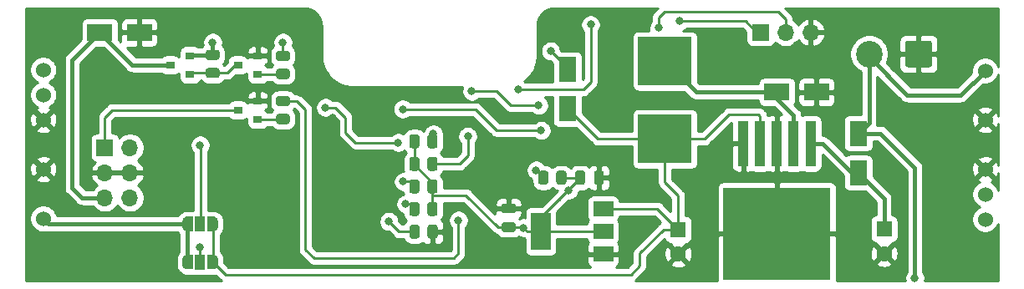
<source format=gbr>
%TF.GenerationSoftware,KiCad,Pcbnew,5.1.9+dfsg1-1*%
%TF.CreationDate,2021-11-29T12:28:50+01:00*%
%TF.ProjectId,Esp8266AquariumLight,45737038-3236-4364-9171-75617269756d,rev?*%
%TF.SameCoordinates,Original*%
%TF.FileFunction,Copper,L1,Top*%
%TF.FilePolarity,Positive*%
%FSLAX46Y46*%
G04 Gerber Fmt 4.6, Leading zero omitted, Abs format (unit mm)*
G04 Created by KiCad (PCBNEW 5.1.9+dfsg1-1) date 2021-11-29 12:28:50*
%MOMM*%
%LPD*%
G01*
G04 APERTURE LIST*
%TA.AperFunction,ComponentPad*%
%ADD10C,2.700000*%
%TD*%
%TA.AperFunction,SMDPad,CuDef*%
%ADD11R,1.000000X1.500000*%
%TD*%
%TA.AperFunction,SMDPad,CuDef*%
%ADD12C,0.100000*%
%TD*%
%TA.AperFunction,SMDPad,CuDef*%
%ADD13R,5.400000X4.900000*%
%TD*%
%TA.AperFunction,ComponentPad*%
%ADD14C,1.600000*%
%TD*%
%TA.AperFunction,ComponentPad*%
%ADD15R,1.600000X1.600000*%
%TD*%
%TA.AperFunction,ComponentPad*%
%ADD16O,1.700000X1.700000*%
%TD*%
%TA.AperFunction,ComponentPad*%
%ADD17R,1.700000X1.700000*%
%TD*%
%TA.AperFunction,SMDPad,CuDef*%
%ADD18R,2.500000X1.800000*%
%TD*%
%TA.AperFunction,SMDPad,CuDef*%
%ADD19R,0.900000X0.800000*%
%TD*%
%TA.AperFunction,SMDPad,CuDef*%
%ADD20R,10.800000X9.400000*%
%TD*%
%TA.AperFunction,SMDPad,CuDef*%
%ADD21R,1.100000X4.600000*%
%TD*%
%TA.AperFunction,ComponentPad*%
%ADD22C,1.524000*%
%TD*%
%TA.AperFunction,SMDPad,CuDef*%
%ADD23R,2.000000X1.500000*%
%TD*%
%TA.AperFunction,SMDPad,CuDef*%
%ADD24R,2.000000X3.800000*%
%TD*%
%TA.AperFunction,SMDPad,CuDef*%
%ADD25R,1.800000X2.500000*%
%TD*%
%TA.AperFunction,ViaPad*%
%ADD26C,0.800000*%
%TD*%
%TA.AperFunction,Conductor*%
%ADD27C,0.250000*%
%TD*%
%TA.AperFunction,Conductor*%
%ADD28C,0.400000*%
%TD*%
%TA.AperFunction,Conductor*%
%ADD29C,0.254000*%
%TD*%
%TA.AperFunction,Conductor*%
%ADD30C,0.100000*%
%TD*%
G04 APERTURE END LIST*
D10*
%TO.P,J1,2*%
%TO.N,/V12*%
X186130000Y-105320000D03*
%TO.P,J1,1*%
%TO.N,GND*%
%TA.AperFunction,ComponentPad*%
G36*
G01*
X192480000Y-104220001D02*
X192480000Y-106419999D01*
G75*
G02*
X192229999Y-106670000I-250001J0D01*
G01*
X190030001Y-106670000D01*
G75*
G02*
X189780000Y-106419999I0J250001D01*
G01*
X189780000Y-104220001D01*
G75*
G02*
X190030001Y-103970000I250001J0D01*
G01*
X192229999Y-103970000D01*
G75*
G02*
X192480000Y-104220001I0J-250001D01*
G01*
G37*
%TD.AperFunction*%
%TD*%
D11*
%TO.P,JP2,2*%
%TO.N,/BTN_LED+*%
X118360000Y-126400000D03*
%TA.AperFunction,SMDPad,CuDef*%
D12*
%TO.P,JP2,3*%
%TO.N,/5V*%
G36*
X119660000Y-125650602D02*
G01*
X119684534Y-125650602D01*
X119733365Y-125655412D01*
X119781490Y-125664984D01*
X119828445Y-125679228D01*
X119873778Y-125698005D01*
X119917051Y-125721136D01*
X119957850Y-125748396D01*
X119995779Y-125779524D01*
X120030476Y-125814221D01*
X120061604Y-125852150D01*
X120088864Y-125892949D01*
X120111995Y-125936222D01*
X120130772Y-125981555D01*
X120145016Y-126028510D01*
X120154588Y-126076635D01*
X120159398Y-126125466D01*
X120159398Y-126150000D01*
X120160000Y-126150000D01*
X120160000Y-126650000D01*
X120159398Y-126650000D01*
X120159398Y-126674534D01*
X120154588Y-126723365D01*
X120145016Y-126771490D01*
X120130772Y-126818445D01*
X120111995Y-126863778D01*
X120088864Y-126907051D01*
X120061604Y-126947850D01*
X120030476Y-126985779D01*
X119995779Y-127020476D01*
X119957850Y-127051604D01*
X119917051Y-127078864D01*
X119873778Y-127101995D01*
X119828445Y-127120772D01*
X119781490Y-127135016D01*
X119733365Y-127144588D01*
X119684534Y-127149398D01*
X119660000Y-127149398D01*
X119660000Y-127150000D01*
X119110000Y-127150000D01*
X119110000Y-125650000D01*
X119660000Y-125650000D01*
X119660000Y-125650602D01*
G37*
%TD.AperFunction*%
%TA.AperFunction,SMDPad,CuDef*%
%TO.P,JP2,1*%
%TO.N,/V12*%
G36*
X117610000Y-127150000D02*
G01*
X117060000Y-127150000D01*
X117060000Y-127149398D01*
X117035466Y-127149398D01*
X116986635Y-127144588D01*
X116938510Y-127135016D01*
X116891555Y-127120772D01*
X116846222Y-127101995D01*
X116802949Y-127078864D01*
X116762150Y-127051604D01*
X116724221Y-127020476D01*
X116689524Y-126985779D01*
X116658396Y-126947850D01*
X116631136Y-126907051D01*
X116608005Y-126863778D01*
X116589228Y-126818445D01*
X116574984Y-126771490D01*
X116565412Y-126723365D01*
X116560602Y-126674534D01*
X116560602Y-126650000D01*
X116560000Y-126650000D01*
X116560000Y-126150000D01*
X116560602Y-126150000D01*
X116560602Y-126125466D01*
X116565412Y-126076635D01*
X116574984Y-126028510D01*
X116589228Y-125981555D01*
X116608005Y-125936222D01*
X116631136Y-125892949D01*
X116658396Y-125852150D01*
X116689524Y-125814221D01*
X116724221Y-125779524D01*
X116762150Y-125748396D01*
X116802949Y-125721136D01*
X116846222Y-125698005D01*
X116891555Y-125679228D01*
X116938510Y-125664984D01*
X116986635Y-125655412D01*
X117035466Y-125650602D01*
X117060000Y-125650602D01*
X117060000Y-125650000D01*
X117610000Y-125650000D01*
X117610000Y-127150000D01*
G37*
%TD.AperFunction*%
%TD*%
D11*
%TO.P,JP1,2*%
%TO.N,Net-(JP1-Pad2)*%
X118360000Y-122530000D03*
%TA.AperFunction,SMDPad,CuDef*%
D12*
%TO.P,JP1,3*%
%TO.N,/5V*%
G36*
X119660000Y-121780602D02*
G01*
X119684534Y-121780602D01*
X119733365Y-121785412D01*
X119781490Y-121794984D01*
X119828445Y-121809228D01*
X119873778Y-121828005D01*
X119917051Y-121851136D01*
X119957850Y-121878396D01*
X119995779Y-121909524D01*
X120030476Y-121944221D01*
X120061604Y-121982150D01*
X120088864Y-122022949D01*
X120111995Y-122066222D01*
X120130772Y-122111555D01*
X120145016Y-122158510D01*
X120154588Y-122206635D01*
X120159398Y-122255466D01*
X120159398Y-122280000D01*
X120160000Y-122280000D01*
X120160000Y-122780000D01*
X120159398Y-122780000D01*
X120159398Y-122804534D01*
X120154588Y-122853365D01*
X120145016Y-122901490D01*
X120130772Y-122948445D01*
X120111995Y-122993778D01*
X120088864Y-123037051D01*
X120061604Y-123077850D01*
X120030476Y-123115779D01*
X119995779Y-123150476D01*
X119957850Y-123181604D01*
X119917051Y-123208864D01*
X119873778Y-123231995D01*
X119828445Y-123250772D01*
X119781490Y-123265016D01*
X119733365Y-123274588D01*
X119684534Y-123279398D01*
X119660000Y-123279398D01*
X119660000Y-123280000D01*
X119110000Y-123280000D01*
X119110000Y-121780000D01*
X119660000Y-121780000D01*
X119660000Y-121780602D01*
G37*
%TD.AperFunction*%
%TA.AperFunction,SMDPad,CuDef*%
%TO.P,JP1,1*%
%TO.N,/V12*%
G36*
X117610000Y-123280000D02*
G01*
X117060000Y-123280000D01*
X117060000Y-123279398D01*
X117035466Y-123279398D01*
X116986635Y-123274588D01*
X116938510Y-123265016D01*
X116891555Y-123250772D01*
X116846222Y-123231995D01*
X116802949Y-123208864D01*
X116762150Y-123181604D01*
X116724221Y-123150476D01*
X116689524Y-123115779D01*
X116658396Y-123077850D01*
X116631136Y-123037051D01*
X116608005Y-122993778D01*
X116589228Y-122948445D01*
X116574984Y-122901490D01*
X116565412Y-122853365D01*
X116560602Y-122804534D01*
X116560602Y-122780000D01*
X116560000Y-122780000D01*
X116560000Y-122280000D01*
X116560602Y-122280000D01*
X116560602Y-122255466D01*
X116565412Y-122206635D01*
X116574984Y-122158510D01*
X116589228Y-122111555D01*
X116608005Y-122066222D01*
X116631136Y-122022949D01*
X116658396Y-121982150D01*
X116689524Y-121944221D01*
X116724221Y-121909524D01*
X116762150Y-121878396D01*
X116802949Y-121851136D01*
X116846222Y-121828005D01*
X116891555Y-121809228D01*
X116938510Y-121794984D01*
X116986635Y-121785412D01*
X117035466Y-121780602D01*
X117060000Y-121780602D01*
X117060000Y-121780000D01*
X117610000Y-121780000D01*
X117610000Y-123280000D01*
G37*
%TD.AperFunction*%
%TD*%
D13*
%TO.P,L1,2*%
%TO.N,Net-(D2-Pad1)*%
X165430000Y-106030000D03*
%TO.P,L1,1*%
%TO.N,/5V*%
X165430000Y-113930000D03*
%TD*%
D14*
%TO.P,C1,2*%
%TO.N,GND*%
X187630000Y-125550000D03*
D15*
%TO.P,C1,1*%
%TO.N,/VIN*%
X187630000Y-123050000D03*
%TD*%
D16*
%TO.P,J3,3*%
%TO.N,GND*%
X180210000Y-103124000D03*
%TO.P,J3,2*%
%TO.N,/ONEWIRE*%
X177670000Y-103124000D03*
D17*
%TO.P,J3,1*%
%TO.N,/3V3*%
X175130000Y-103124000D03*
%TD*%
D16*
%TO.P,J2,6*%
%TO.N,/BTN_LED+*%
X111252000Y-119888000D03*
%TO.P,J2,5*%
%TO.N,/FAN+*%
X108712000Y-119888000D03*
%TO.P,J2,4*%
%TO.N,GND*%
X111252000Y-117348000D03*
%TO.P,J2,3*%
X108712000Y-117348000D03*
%TO.P,J2,2*%
%TO.N,/BTN*%
X111252000Y-114808000D03*
D17*
%TO.P,J2,1*%
%TO.N,/BTN_LED-*%
X108712000Y-114808000D03*
%TD*%
%TO.P,R3,2*%
%TO.N,Net-(JP1-Pad2)*%
%TA.AperFunction,SMDPad,CuDef*%
G36*
G01*
X120084001Y-105922500D02*
X119183999Y-105922500D01*
G75*
G02*
X118934000Y-105672501I0J249999D01*
G01*
X118934000Y-105147499D01*
G75*
G02*
X119183999Y-104897500I249999J0D01*
G01*
X120084001Y-104897500D01*
G75*
G02*
X120334000Y-105147499I0J-249999D01*
G01*
X120334000Y-105672501D01*
G75*
G02*
X120084001Y-105922500I-249999J0D01*
G01*
G37*
%TD.AperFunction*%
%TO.P,R3,1*%
%TO.N,Net-(Q2-Pad3)*%
%TA.AperFunction,SMDPad,CuDef*%
G36*
G01*
X120084001Y-107747500D02*
X119183999Y-107747500D01*
G75*
G02*
X118934000Y-107497501I0J249999D01*
G01*
X118934000Y-106972499D01*
G75*
G02*
X119183999Y-106722500I249999J0D01*
G01*
X120084001Y-106722500D01*
G75*
G02*
X120334000Y-106972499I0J-249999D01*
G01*
X120334000Y-107497501D01*
G75*
G02*
X120084001Y-107747500I-249999J0D01*
G01*
G37*
%TD.AperFunction*%
%TD*%
%TO.P,R4,2*%
%TO.N,/3V3*%
%TA.AperFunction,SMDPad,CuDef*%
G36*
G01*
X154427500Y-118306001D02*
X154427500Y-117405999D01*
G75*
G02*
X154677499Y-117156000I249999J0D01*
G01*
X155202501Y-117156000D01*
G75*
G02*
X155452500Y-117405999I0J-249999D01*
G01*
X155452500Y-118306001D01*
G75*
G02*
X155202501Y-118556000I-249999J0D01*
G01*
X154677499Y-118556000D01*
G75*
G02*
X154427500Y-118306001I0J249999D01*
G01*
G37*
%TD.AperFunction*%
%TO.P,R4,1*%
%TO.N,/ONEWIRE*%
%TA.AperFunction,SMDPad,CuDef*%
G36*
G01*
X152602500Y-118306001D02*
X152602500Y-117405999D01*
G75*
G02*
X152852499Y-117156000I249999J0D01*
G01*
X153377501Y-117156000D01*
G75*
G02*
X153627500Y-117405999I0J-249999D01*
G01*
X153627500Y-118306001D01*
G75*
G02*
X153377501Y-118556000I-249999J0D01*
G01*
X152852499Y-118556000D01*
G75*
G02*
X152602500Y-118306001I0J249999D01*
G01*
G37*
%TD.AperFunction*%
%TD*%
D18*
%TO.P,D4,2*%
%TO.N,GND*%
X112204000Y-103124000D03*
%TO.P,D4,1*%
%TO.N,/FAN+*%
X108204000Y-103124000D03*
%TD*%
D19*
%TO.P,Q3,3*%
%TO.N,/FAN+*%
X115332000Y-106426000D03*
%TO.P,Q3,2*%
%TO.N,Net-(JP1-Pad2)*%
X117332000Y-105476000D03*
%TO.P,Q3,1*%
%TO.N,Net-(Q2-Pad3)*%
X117332000Y-107376000D03*
%TD*%
D20*
%TO.P,U3,3*%
%TO.N,GND*%
X176775000Y-123550000D03*
D21*
%TO.P,U3,5*%
X173375000Y-114400000D03*
%TO.P,U3,4*%
%TO.N,/5V*%
X175075000Y-114400000D03*
%TO.P,U3,3*%
%TO.N,GND*%
X176775000Y-114400000D03*
%TO.P,U3,2*%
%TO.N,Net-(D2-Pad1)*%
X178475000Y-114400000D03*
%TO.P,U3,1*%
%TO.N,/VIN*%
X180175000Y-114400000D03*
%TD*%
%TO.P,R2,2*%
%TO.N,/FAN*%
%TA.AperFunction,SMDPad,CuDef*%
G36*
G01*
X127196001Y-106026000D02*
X126295999Y-106026000D01*
G75*
G02*
X126046000Y-105776001I0J249999D01*
G01*
X126046000Y-105250999D01*
G75*
G02*
X126295999Y-105001000I249999J0D01*
G01*
X127196001Y-105001000D01*
G75*
G02*
X127446000Y-105250999I0J-249999D01*
G01*
X127446000Y-105776001D01*
G75*
G02*
X127196001Y-106026000I-249999J0D01*
G01*
G37*
%TD.AperFunction*%
%TO.P,R2,1*%
%TO.N,Net-(Q2-Pad1)*%
%TA.AperFunction,SMDPad,CuDef*%
G36*
G01*
X127196001Y-107851000D02*
X126295999Y-107851000D01*
G75*
G02*
X126046000Y-107601001I0J249999D01*
G01*
X126046000Y-107075999D01*
G75*
G02*
X126295999Y-106826000I249999J0D01*
G01*
X127196001Y-106826000D01*
G75*
G02*
X127446000Y-107075999I0J-249999D01*
G01*
X127446000Y-107601001D01*
G75*
G02*
X127196001Y-107851000I-249999J0D01*
G01*
G37*
%TD.AperFunction*%
%TD*%
%TO.P,R1,2*%
%TO.N,/BTN_LED*%
%TA.AperFunction,SMDPad,CuDef*%
G36*
G01*
X127196001Y-110598000D02*
X126295999Y-110598000D01*
G75*
G02*
X126046000Y-110348001I0J249999D01*
G01*
X126046000Y-109822999D01*
G75*
G02*
X126295999Y-109573000I249999J0D01*
G01*
X127196001Y-109573000D01*
G75*
G02*
X127446000Y-109822999I0J-249999D01*
G01*
X127446000Y-110348001D01*
G75*
G02*
X127196001Y-110598000I-249999J0D01*
G01*
G37*
%TD.AperFunction*%
%TO.P,R1,1*%
%TO.N,Net-(Q1-Pad1)*%
%TA.AperFunction,SMDPad,CuDef*%
G36*
G01*
X127196001Y-112423000D02*
X126295999Y-112423000D01*
G75*
G02*
X126046000Y-112173001I0J249999D01*
G01*
X126046000Y-111647999D01*
G75*
G02*
X126295999Y-111398000I249999J0D01*
G01*
X127196001Y-111398000D01*
G75*
G02*
X127446000Y-111647999I0J-249999D01*
G01*
X127446000Y-112173001D01*
G75*
G02*
X127196001Y-112423000I-249999J0D01*
G01*
G37*
%TD.AperFunction*%
%TD*%
D19*
%TO.P,Q2,3*%
%TO.N,Net-(Q2-Pad3)*%
X122190000Y-106426000D03*
%TO.P,Q2,2*%
%TO.N,GND*%
X124190000Y-105476000D03*
%TO.P,Q2,1*%
%TO.N,Net-(Q2-Pad1)*%
X124190000Y-107376000D03*
%TD*%
%TO.P,Q1,3*%
%TO.N,/BTN_LED-*%
X122190000Y-110998000D03*
%TO.P,Q1,2*%
%TO.N,GND*%
X124190000Y-110048000D03*
%TO.P,Q1,1*%
%TO.N,Net-(Q1-Pad1)*%
X124190000Y-111948000D03*
%TD*%
D22*
%TO.P,U5,5*%
%TO.N,N/C*%
X197875000Y-122080000D03*
%TO.P,U5,4*%
%TO.N,/LED_B*%
X197875000Y-119540000D03*
%TO.P,U5,3*%
%TO.N,GND*%
X197875000Y-117000000D03*
%TO.P,U5,2*%
X197875000Y-112000000D03*
%TO.P,U5,1*%
%TO.N,/V12*%
X197875000Y-107000000D03*
%TD*%
%TO.P,U4,5*%
%TO.N,N/C*%
X102475000Y-106920000D03*
%TO.P,U4,4*%
%TO.N,/LED_W*%
X102475000Y-109460000D03*
%TO.P,U4,3*%
%TO.N,GND*%
X102475000Y-112000000D03*
%TO.P,U4,2*%
X102475000Y-117000000D03*
%TO.P,U4,1*%
%TO.N,/V12*%
X102475000Y-122000000D03*
%TD*%
D23*
%TO.P,U1,1*%
%TO.N,GND*%
X159180000Y-125590000D03*
%TO.P,U1,3*%
%TO.N,/5V*%
X159180000Y-120990000D03*
%TO.P,U1,2*%
%TO.N,/3V3*%
X159180000Y-123290000D03*
D24*
X152880000Y-123290000D03*
%TD*%
%TO.P,R9,2*%
%TO.N,GND*%
%TA.AperFunction,SMDPad,CuDef*%
G36*
G01*
X141390000Y-123780001D02*
X141390000Y-122879999D01*
G75*
G02*
X141639999Y-122630000I249999J0D01*
G01*
X142165001Y-122630000D01*
G75*
G02*
X142415000Y-122879999I0J-249999D01*
G01*
X142415000Y-123780001D01*
G75*
G02*
X142165001Y-124030000I-249999J0D01*
G01*
X141639999Y-124030000D01*
G75*
G02*
X141390000Y-123780001I0J249999D01*
G01*
G37*
%TD.AperFunction*%
%TO.P,R9,1*%
%TO.N,/GPIO15*%
%TA.AperFunction,SMDPad,CuDef*%
G36*
G01*
X139565000Y-123780001D02*
X139565000Y-122879999D01*
G75*
G02*
X139814999Y-122630000I249999J0D01*
G01*
X140340001Y-122630000D01*
G75*
G02*
X140590000Y-122879999I0J-249999D01*
G01*
X140590000Y-123780001D01*
G75*
G02*
X140340001Y-124030000I-249999J0D01*
G01*
X139814999Y-124030000D01*
G75*
G02*
X139565000Y-123780001I0J249999D01*
G01*
G37*
%TD.AperFunction*%
%TD*%
%TO.P,R8,2*%
%TO.N,/3V3*%
%TA.AperFunction,SMDPad,CuDef*%
G36*
G01*
X140570000Y-116011999D02*
X140570000Y-116912001D01*
G75*
G02*
X140320001Y-117162000I-249999J0D01*
G01*
X139794999Y-117162000D01*
G75*
G02*
X139545000Y-116912001I0J249999D01*
G01*
X139545000Y-116011999D01*
G75*
G02*
X139794999Y-115762000I249999J0D01*
G01*
X140320001Y-115762000D01*
G75*
G02*
X140570000Y-116011999I0J-249999D01*
G01*
G37*
%TD.AperFunction*%
%TO.P,R8,1*%
%TO.N,/EN*%
%TA.AperFunction,SMDPad,CuDef*%
G36*
G01*
X142395000Y-116011999D02*
X142395000Y-116912001D01*
G75*
G02*
X142145001Y-117162000I-249999J0D01*
G01*
X141619999Y-117162000D01*
G75*
G02*
X141370000Y-116912001I0J249999D01*
G01*
X141370000Y-116011999D01*
G75*
G02*
X141619999Y-115762000I249999J0D01*
G01*
X142145001Y-115762000D01*
G75*
G02*
X142395000Y-116011999I0J-249999D01*
G01*
G37*
%TD.AperFunction*%
%TD*%
%TO.P,R7,2*%
%TO.N,/3V3*%
%TA.AperFunction,SMDPad,CuDef*%
G36*
G01*
X140570000Y-113725999D02*
X140570000Y-114626001D01*
G75*
G02*
X140320001Y-114876000I-249999J0D01*
G01*
X139794999Y-114876000D01*
G75*
G02*
X139545000Y-114626001I0J249999D01*
G01*
X139545000Y-113725999D01*
G75*
G02*
X139794999Y-113476000I249999J0D01*
G01*
X140320001Y-113476000D01*
G75*
G02*
X140570000Y-113725999I0J-249999D01*
G01*
G37*
%TD.AperFunction*%
%TO.P,R7,1*%
%TO.N,/RST*%
%TA.AperFunction,SMDPad,CuDef*%
G36*
G01*
X142395000Y-113725999D02*
X142395000Y-114626001D01*
G75*
G02*
X142145001Y-114876000I-249999J0D01*
G01*
X141619999Y-114876000D01*
G75*
G02*
X141370000Y-114626001I0J249999D01*
G01*
X141370000Y-113725999D01*
G75*
G02*
X141619999Y-113476000I249999J0D01*
G01*
X142145001Y-113476000D01*
G75*
G02*
X142395000Y-113725999I0J-249999D01*
G01*
G37*
%TD.AperFunction*%
%TD*%
%TO.P,R6,2*%
%TO.N,/3V3*%
%TA.AperFunction,SMDPad,CuDef*%
G36*
G01*
X141370000Y-121484001D02*
X141370000Y-120583999D01*
G75*
G02*
X141619999Y-120334000I249999J0D01*
G01*
X142145001Y-120334000D01*
G75*
G02*
X142395000Y-120583999I0J-249999D01*
G01*
X142395000Y-121484001D01*
G75*
G02*
X142145001Y-121734000I-249999J0D01*
G01*
X141619999Y-121734000D01*
G75*
G02*
X141370000Y-121484001I0J249999D01*
G01*
G37*
%TD.AperFunction*%
%TO.P,R6,1*%
%TO.N,/GPIO2*%
%TA.AperFunction,SMDPad,CuDef*%
G36*
G01*
X139545000Y-121484001D02*
X139545000Y-120583999D01*
G75*
G02*
X139794999Y-120334000I249999J0D01*
G01*
X140320001Y-120334000D01*
G75*
G02*
X140570000Y-120583999I0J-249999D01*
G01*
X140570000Y-121484001D01*
G75*
G02*
X140320001Y-121734000I-249999J0D01*
G01*
X139794999Y-121734000D01*
G75*
G02*
X139545000Y-121484001I0J249999D01*
G01*
G37*
%TD.AperFunction*%
%TD*%
%TO.P,R5,2*%
%TO.N,/3V3*%
%TA.AperFunction,SMDPad,CuDef*%
G36*
G01*
X141370000Y-119198001D02*
X141370000Y-118297999D01*
G75*
G02*
X141619999Y-118048000I249999J0D01*
G01*
X142145001Y-118048000D01*
G75*
G02*
X142395000Y-118297999I0J-249999D01*
G01*
X142395000Y-119198001D01*
G75*
G02*
X142145001Y-119448000I-249999J0D01*
G01*
X141619999Y-119448000D01*
G75*
G02*
X141370000Y-119198001I0J249999D01*
G01*
G37*
%TD.AperFunction*%
%TO.P,R5,1*%
%TO.N,/GPIO0*%
%TA.AperFunction,SMDPad,CuDef*%
G36*
G01*
X139545000Y-119198001D02*
X139545000Y-118297999D01*
G75*
G02*
X139794999Y-118048000I249999J0D01*
G01*
X140320001Y-118048000D01*
G75*
G02*
X140570000Y-118297999I0J-249999D01*
G01*
X140570000Y-119198001D01*
G75*
G02*
X140320001Y-119448000I-249999J0D01*
G01*
X139794999Y-119448000D01*
G75*
G02*
X139545000Y-119198001I0J249999D01*
G01*
G37*
%TD.AperFunction*%
%TD*%
D25*
%TO.P,D3,2*%
%TO.N,Net-(D3-Pad2)*%
X155550000Y-106890000D03*
%TO.P,D3,1*%
%TO.N,/5V*%
X155550000Y-110890000D03*
%TD*%
D18*
%TO.P,D2,2*%
%TO.N,GND*%
X180784000Y-109175000D03*
%TO.P,D2,1*%
%TO.N,Net-(D2-Pad1)*%
X176784000Y-109175000D03*
%TD*%
D25*
%TO.P,D1,2*%
%TO.N,/V12*%
X185025000Y-113350000D03*
%TO.P,D1,1*%
%TO.N,/VIN*%
X185025000Y-117350000D03*
%TD*%
D14*
%TO.P,C5,2*%
%TO.N,GND*%
X166775000Y-125600000D03*
D15*
%TO.P,C5,1*%
%TO.N,/5V*%
X166775000Y-123100000D03*
%TD*%
%TO.P,C4,2*%
%TO.N,GND*%
%TA.AperFunction,SMDPad,CuDef*%
G36*
G01*
X158250000Y-118331000D02*
X158250000Y-117381000D01*
G75*
G02*
X158500000Y-117131000I250000J0D01*
G01*
X159000000Y-117131000D01*
G75*
G02*
X159250000Y-117381000I0J-250000D01*
G01*
X159250000Y-118331000D01*
G75*
G02*
X159000000Y-118581000I-250000J0D01*
G01*
X158500000Y-118581000D01*
G75*
G02*
X158250000Y-118331000I0J250000D01*
G01*
G37*
%TD.AperFunction*%
%TO.P,C4,1*%
%TO.N,/3V3*%
%TA.AperFunction,SMDPad,CuDef*%
G36*
G01*
X156350000Y-118331000D02*
X156350000Y-117381000D01*
G75*
G02*
X156600000Y-117131000I250000J0D01*
G01*
X157100000Y-117131000D01*
G75*
G02*
X157350000Y-117381000I0J-250000D01*
G01*
X157350000Y-118331000D01*
G75*
G02*
X157100000Y-118581000I-250000J0D01*
G01*
X156600000Y-118581000D01*
G75*
G02*
X156350000Y-118331000I0J250000D01*
G01*
G37*
%TD.AperFunction*%
%TD*%
%TO.P,C2,2*%
%TO.N,GND*%
%TA.AperFunction,SMDPad,CuDef*%
G36*
G01*
X150081000Y-121470000D02*
X149131000Y-121470000D01*
G75*
G02*
X148881000Y-121220000I0J250000D01*
G01*
X148881000Y-120720000D01*
G75*
G02*
X149131000Y-120470000I250000J0D01*
G01*
X150081000Y-120470000D01*
G75*
G02*
X150331000Y-120720000I0J-250000D01*
G01*
X150331000Y-121220000D01*
G75*
G02*
X150081000Y-121470000I-250000J0D01*
G01*
G37*
%TD.AperFunction*%
%TO.P,C2,1*%
%TO.N,/3V3*%
%TA.AperFunction,SMDPad,CuDef*%
G36*
G01*
X150081000Y-123370000D02*
X149131000Y-123370000D01*
G75*
G02*
X148881000Y-123120000I0J250000D01*
G01*
X148881000Y-122620000D01*
G75*
G02*
X149131000Y-122370000I250000J0D01*
G01*
X150081000Y-122370000D01*
G75*
G02*
X150331000Y-122620000I0J-250000D01*
G01*
X150331000Y-123120000D01*
G75*
G02*
X150081000Y-123370000I-250000J0D01*
G01*
G37*
%TD.AperFunction*%
%TD*%
D26*
%TO.N,GND*%
X128524000Y-109220000D03*
X130048000Y-101600000D03*
X114554000Y-103378000D03*
X136050000Y-111960000D03*
X147000000Y-115960000D03*
X136150000Y-115760000D03*
X136080000Y-117920000D03*
X136030000Y-109890000D03*
X145796000Y-122936000D03*
X173228000Y-104140000D03*
X178816000Y-104394000D03*
X131826000Y-109220000D03*
X131826000Y-111760000D03*
X131826000Y-113792000D03*
X131826000Y-115824000D03*
X131826000Y-118110000D03*
X131826000Y-122174000D03*
X176530000Y-104902000D03*
X152490000Y-107760000D03*
X161100000Y-117940000D03*
%TO.N,/3V3*%
X151130000Y-122936000D03*
X155702000Y-119126000D03*
X166940000Y-101970000D03*
%TO.N,/V12*%
X190754000Y-128016000D03*
%TO.N,/GPIO0*%
X138930000Y-118250000D03*
%TO.N,/GPIO2*%
X139192000Y-120526000D03*
%TO.N,/RST*%
X141986000Y-113414000D03*
X150580000Y-108920000D03*
X157910000Y-102340000D03*
%TO.N,/EN*%
X145470000Y-113660000D03*
%TO.N,/GPIO15*%
X137480000Y-122300000D03*
%TO.N,/TX*%
X138880000Y-110900000D03*
X152908000Y-113060000D03*
%TO.N,/RX*%
X145870000Y-109100000D03*
X152654000Y-110520000D03*
%TO.N,/LED_W*%
X138430000Y-114300000D03*
X131064000Y-110744000D03*
%TO.N,/ONEWIRE*%
X152400000Y-117094000D03*
X164830000Y-102680000D03*
%TO.N,/BTN_LED*%
X144526000Y-122174000D03*
%TO.N,/FAN*%
X126746000Y-104140000D03*
%TO.N,Net-(D3-Pad2)*%
X153860000Y-105030000D03*
%TO.N,/BTN_LED+*%
X118360000Y-124900000D03*
%TO.N,Net-(JP1-Pad2)*%
X119634000Y-104140000D03*
X118364000Y-114554000D03*
%TD*%
D27*
%TO.N,/3V3*%
X141882500Y-121034000D02*
X141882500Y-118748000D01*
X141882500Y-118748000D02*
X141882500Y-118390500D01*
X140057500Y-116565500D02*
X140057500Y-116462000D01*
X141882500Y-118390500D02*
X140057500Y-116565500D01*
X140057500Y-116462000D02*
X140057500Y-114176000D01*
X151494000Y-123300000D02*
X151130000Y-122936000D01*
X156850000Y-117856000D02*
X154940000Y-117856000D01*
X149606000Y-122870000D02*
X148524000Y-122870000D01*
X145288000Y-119634000D02*
X141882500Y-119634000D01*
X148524000Y-122870000D02*
X145288000Y-119634000D01*
X151064000Y-122870000D02*
X151130000Y-122936000D01*
X149606000Y-122870000D02*
X151064000Y-122870000D01*
X166950000Y-101980000D02*
X166940000Y-101970000D01*
X175130000Y-103124000D02*
X174752000Y-103124000D01*
X173598000Y-101970000D02*
X166940000Y-101970000D01*
X174752000Y-103124000D02*
X173598000Y-101970000D01*
X159180000Y-123290000D02*
X152880000Y-123290000D01*
X151504000Y-123290000D02*
X151494000Y-123300000D01*
X152880000Y-123290000D02*
X151504000Y-123290000D01*
X152880000Y-121895000D02*
X154922500Y-119852500D01*
X152880000Y-123290000D02*
X152880000Y-121895000D01*
X154922500Y-119852500D02*
X156800000Y-117975000D01*
X154725000Y-120050000D02*
X154922500Y-119852500D01*
%TO.N,/5V*%
X166825000Y-123050000D02*
X166775000Y-123100000D01*
X175075000Y-111600000D02*
X175075000Y-114400000D01*
X171950000Y-111425000D02*
X174900000Y-111425000D01*
X169445000Y-113930000D02*
X171950000Y-111425000D01*
X174900000Y-111425000D02*
X175075000Y-111600000D01*
X165430000Y-113930000D02*
X169445000Y-113930000D01*
X165430000Y-113930000D02*
X165430000Y-118340000D01*
X166775000Y-119685000D02*
X166775000Y-123100000D01*
X165430000Y-118340000D02*
X166775000Y-119685000D01*
X164665000Y-120990000D02*
X166775000Y-123100000D01*
X159180000Y-120990000D02*
X164665000Y-120990000D01*
X155550000Y-110890000D02*
X155600000Y-110890000D01*
X158640000Y-113930000D02*
X165430000Y-113930000D01*
X155600000Y-110890000D02*
X158640000Y-113930000D01*
X119660000Y-125750000D02*
X119660000Y-122530000D01*
X120920000Y-127660000D02*
X119660000Y-126400000D01*
X161970000Y-127660000D02*
X120920000Y-127660000D01*
X162860000Y-126770000D02*
X161970000Y-127660000D01*
X162860000Y-125540000D02*
X162860000Y-126770000D01*
X165300000Y-123100000D02*
X162860000Y-125540000D01*
X166775000Y-123100000D02*
X165300000Y-123100000D01*
D28*
%TO.N,/V12*%
X186100000Y-112275000D02*
X185025000Y-113350000D01*
X186100000Y-104800000D02*
X186100000Y-112275000D01*
X186100000Y-104800000D02*
X186100000Y-105582000D01*
X186100000Y-105582000D02*
X189992000Y-109474000D01*
X195401000Y-109474000D02*
X197875000Y-107000000D01*
X189992000Y-109474000D02*
X195401000Y-109474000D01*
X185025000Y-113350000D02*
X187264000Y-113350000D01*
X190754000Y-116840000D02*
X190754000Y-128016000D01*
X187264000Y-113350000D02*
X190754000Y-116840000D01*
X117060000Y-125750000D02*
X117060000Y-122530000D01*
X103005000Y-122530000D02*
X102475000Y-122000000D01*
X117060000Y-122530000D02*
X103005000Y-122530000D01*
%TO.N,/VIN*%
X185025000Y-117350000D02*
X184375000Y-117350000D01*
X181425000Y-114400000D02*
X180175000Y-114400000D01*
X184375000Y-117350000D02*
X181425000Y-114400000D01*
X187630000Y-119955000D02*
X185025000Y-117350000D01*
X187630000Y-123050000D02*
X187630000Y-119955000D01*
%TO.N,Net-(D2-Pad1)*%
X168575000Y-109175000D02*
X165430000Y-106030000D01*
X176350000Y-109175000D02*
X168575000Y-109175000D01*
X176350000Y-109400000D02*
X176350000Y-109175000D01*
X178475000Y-111525000D02*
X176350000Y-109400000D01*
X178475000Y-114400000D02*
X178475000Y-111525000D01*
D27*
%TO.N,/GPIO0*%
X139549500Y-118240000D02*
X140057500Y-118748000D01*
X138938000Y-118240000D02*
X139549500Y-118240000D01*
%TO.N,/GPIO2*%
X139549500Y-120526000D02*
X140057500Y-121034000D01*
X139192000Y-120526000D02*
X139549500Y-120526000D01*
%TO.N,/RST*%
X142240000Y-113818500D02*
X141882500Y-114176000D01*
X141882500Y-113517500D02*
X141986000Y-113414000D01*
X141882500Y-114176000D02*
X141882500Y-113517500D01*
X157910000Y-102340000D02*
X157910000Y-104040000D01*
X152630000Y-108920000D02*
X153030000Y-108920000D01*
X150580000Y-108920000D02*
X152630000Y-108920000D01*
X157910000Y-105930000D02*
X157910000Y-102340000D01*
X157910000Y-108160000D02*
X157910000Y-105930000D01*
X157150000Y-108920000D02*
X157910000Y-108160000D01*
X152630000Y-108920000D02*
X157150000Y-108920000D01*
%TO.N,/EN*%
X142136500Y-116208000D02*
X141882500Y-116462000D01*
X141882500Y-116462000D02*
X144618000Y-116462000D01*
X145470000Y-115610000D02*
X145470000Y-113660000D01*
X144618000Y-116462000D02*
X145470000Y-115610000D01*
%TO.N,/GPIO15*%
X138510000Y-123330000D02*
X140077500Y-123330000D01*
X137480000Y-122300000D02*
X138510000Y-123330000D01*
%TO.N,/TX*%
X148410000Y-113060000D02*
X146250000Y-110900000D01*
X152908000Y-113060000D02*
X148410000Y-113060000D01*
X138880000Y-110900000D02*
X146250000Y-110900000D01*
%TO.N,/RX*%
X152654000Y-110520000D02*
X151668000Y-110520000D01*
X151668000Y-110520000D02*
X152030000Y-110520000D01*
X149780000Y-110520000D02*
X151668000Y-110520000D01*
X148370000Y-109100000D02*
X149790000Y-110520000D01*
X145870000Y-109100000D02*
X148370000Y-109100000D01*
X152654000Y-110520000D02*
X149790000Y-110520000D01*
%TO.N,/LED_W*%
X135382000Y-114300000D02*
X138430000Y-114300000D01*
X134874000Y-114300000D02*
X135382000Y-114300000D01*
X131064000Y-110744000D02*
X132080000Y-110744000D01*
X132080000Y-110744000D02*
X133096000Y-111760000D01*
X133096000Y-111760000D02*
X133096000Y-113284000D01*
X134112000Y-114300000D02*
X135382000Y-114300000D01*
X133096000Y-113284000D02*
X134112000Y-114300000D01*
%TO.N,Net-(Q1-Pad1)*%
X126708500Y-111948000D02*
X126746000Y-111910500D01*
X124190000Y-111948000D02*
X126708500Y-111948000D01*
%TO.N,Net-(Q2-Pad1)*%
X126708500Y-107376000D02*
X126746000Y-107338500D01*
X124190000Y-107376000D02*
X126708500Y-107376000D01*
D28*
%TO.N,/FAN+*%
X115332000Y-106426000D02*
X115316000Y-106426000D01*
X108712000Y-119888000D02*
X106426000Y-119888000D01*
X106426000Y-119888000D02*
X105410000Y-118872000D01*
X105410000Y-105918000D02*
X108204000Y-103124000D01*
X105410000Y-118872000D02*
X105410000Y-105918000D01*
X111506000Y-106426000D02*
X108204000Y-103124000D01*
X115332000Y-106426000D02*
X111506000Y-106426000D01*
D27*
%TO.N,/BTN_LED-*%
X108712000Y-114808000D02*
X108712000Y-113030000D01*
X122190000Y-110998000D02*
X109474000Y-110998000D01*
X108712000Y-111760000D02*
X108712000Y-114808000D01*
X109474000Y-110998000D02*
X108712000Y-111760000D01*
%TO.N,/ONEWIRE*%
X153115000Y-117809000D02*
X152400000Y-117094000D01*
X153115000Y-117856000D02*
X153115000Y-117809000D01*
X164830000Y-101630000D02*
X164830000Y-102680000D01*
X165430000Y-101030000D02*
X164830000Y-101630000D01*
X176920000Y-101030000D02*
X165430000Y-101030000D01*
X177670000Y-101780000D02*
X176920000Y-101030000D01*
X177670000Y-103124000D02*
X177670000Y-101780000D01*
%TO.N,Net-(Q2-Pad3)*%
X122190000Y-106426000D02*
X121920000Y-106426000D01*
X121111000Y-107235000D02*
X119634000Y-107235000D01*
X121920000Y-106426000D02*
X121111000Y-107235000D01*
X117473000Y-107235000D02*
X117332000Y-107376000D01*
X119634000Y-107235000D02*
X117473000Y-107235000D01*
%TO.N,/BTN_LED*%
X126896500Y-110236000D02*
X126746000Y-110085500D01*
X144526000Y-122174000D02*
X144526000Y-123444000D01*
X128166500Y-110085500D02*
X129032000Y-110951000D01*
X126746000Y-110085500D02*
X128166500Y-110085500D01*
X129032000Y-122412000D02*
X129032000Y-122936000D01*
X129032000Y-110951000D02*
X129032000Y-122412000D01*
X144526000Y-122174000D02*
X144526000Y-125504000D01*
X144526000Y-125504000D02*
X144020000Y-126010000D01*
X144020000Y-126010000D02*
X129900000Y-126010000D01*
X129032000Y-125142000D02*
X129032000Y-123068000D01*
X129900000Y-126010000D02*
X129032000Y-125142000D01*
X129032000Y-123068000D02*
X129032000Y-122412000D01*
%TO.N,/FAN*%
X126746000Y-105513500D02*
X126746000Y-104140000D01*
%TO.N,Net-(D3-Pad2)*%
X155550000Y-106720000D02*
X153860000Y-105030000D01*
X155550000Y-106890000D02*
X155550000Y-106720000D01*
%TO.N,/BTN_LED+*%
X118360000Y-126400000D02*
X118360000Y-124900000D01*
D28*
%TO.N,Net-(JP1-Pad2)*%
X117398000Y-105410000D02*
X117332000Y-105476000D01*
X119634000Y-105410000D02*
X117398000Y-105410000D01*
X119634000Y-104140000D02*
X119634000Y-105410000D01*
D27*
X118380000Y-122510000D02*
X118360000Y-122530000D01*
X118380000Y-114570000D02*
X118380000Y-122360000D01*
X118364000Y-114554000D02*
X118380000Y-114570000D01*
%TD*%
D29*
%TO.N,GND*%
X129174775Y-100698147D02*
X129517967Y-100801763D01*
X129834489Y-100970062D01*
X130112299Y-101196637D01*
X130340806Y-101472856D01*
X130511310Y-101788197D01*
X130617319Y-102130656D01*
X130658000Y-102517713D01*
X130658001Y-105532419D01*
X130660886Y-105561709D01*
X130660777Y-105577271D01*
X130661677Y-105586442D01*
X130712678Y-106071684D01*
X130724699Y-106130247D01*
X130735914Y-106189040D01*
X130738578Y-106197862D01*
X130882858Y-106663956D01*
X130906033Y-106719086D01*
X130928447Y-106774565D01*
X130932774Y-106782701D01*
X131164838Y-107211894D01*
X131198271Y-107261461D01*
X131231042Y-107311540D01*
X131236867Y-107318681D01*
X131547875Y-107694627D01*
X131590311Y-107736767D01*
X131632174Y-107779517D01*
X131639275Y-107785391D01*
X132017382Y-108093767D01*
X132067191Y-108126859D01*
X132116563Y-108160666D01*
X132124667Y-108165047D01*
X132124675Y-108165051D01*
X132555473Y-108394111D01*
X132610788Y-108416910D01*
X132665760Y-108440471D01*
X132674563Y-108443196D01*
X133141652Y-108584219D01*
X133200369Y-108595845D01*
X133258845Y-108608275D01*
X133268009Y-108609238D01*
X133753596Y-108656850D01*
X133753598Y-108656850D01*
X133785581Y-108660000D01*
X144931978Y-108660000D01*
X144874774Y-108798102D01*
X144835000Y-108998061D01*
X144835000Y-109201939D01*
X144874774Y-109401898D01*
X144952795Y-109590256D01*
X145066063Y-109759774D01*
X145210226Y-109903937D01*
X145379744Y-110017205D01*
X145568102Y-110095226D01*
X145768061Y-110135000D01*
X145971939Y-110135000D01*
X146171898Y-110095226D01*
X146360256Y-110017205D01*
X146529774Y-109903937D01*
X146573711Y-109860000D01*
X148055199Y-109860000D01*
X149170435Y-110975237D01*
X149239999Y-111060001D01*
X149355724Y-111154974D01*
X149487753Y-111225546D01*
X149631014Y-111269003D01*
X149742667Y-111280000D01*
X149752676Y-111280000D01*
X149789999Y-111283676D01*
X149827322Y-111280000D01*
X151950289Y-111280000D01*
X151994226Y-111323937D01*
X152163744Y-111437205D01*
X152352102Y-111515226D01*
X152552061Y-111555000D01*
X152755939Y-111555000D01*
X152955898Y-111515226D01*
X153144256Y-111437205D01*
X153313774Y-111323937D01*
X153457937Y-111179774D01*
X153571205Y-111010256D01*
X153649226Y-110821898D01*
X153689000Y-110621939D01*
X153689000Y-110418061D01*
X153649226Y-110218102D01*
X153571205Y-110029744D01*
X153457937Y-109860226D01*
X153313774Y-109716063D01*
X153259802Y-109680000D01*
X154011928Y-109680000D01*
X154011928Y-112140000D01*
X154024188Y-112264482D01*
X154060498Y-112384180D01*
X154119463Y-112494494D01*
X154198815Y-112591185D01*
X154295506Y-112670537D01*
X154405820Y-112729502D01*
X154525518Y-112765812D01*
X154650000Y-112778072D01*
X156413271Y-112778072D01*
X158076201Y-114441003D01*
X158099999Y-114470001D01*
X158215724Y-114564974D01*
X158347753Y-114635546D01*
X158491014Y-114679003D01*
X158602667Y-114690000D01*
X158602676Y-114690000D01*
X158639999Y-114693676D01*
X158677322Y-114690000D01*
X162091928Y-114690000D01*
X162091928Y-116380000D01*
X162104188Y-116504482D01*
X162140498Y-116624180D01*
X162199463Y-116734494D01*
X162278815Y-116831185D01*
X162375506Y-116910537D01*
X162485820Y-116969502D01*
X162605518Y-117005812D01*
X162730000Y-117018072D01*
X164670001Y-117018072D01*
X164670001Y-118302668D01*
X164666324Y-118340000D01*
X164670001Y-118377333D01*
X164680998Y-118488986D01*
X164694121Y-118532246D01*
X164724454Y-118632246D01*
X164795026Y-118764276D01*
X164860602Y-118844180D01*
X164890000Y-118880001D01*
X164918998Y-118903799D01*
X166015000Y-119999802D01*
X166015000Y-121265199D01*
X165228804Y-120479003D01*
X165205001Y-120449999D01*
X165089276Y-120355026D01*
X164957247Y-120284454D01*
X164813986Y-120240997D01*
X164702333Y-120230000D01*
X164702322Y-120230000D01*
X164665000Y-120226324D01*
X164627678Y-120230000D01*
X160817087Y-120230000D01*
X160805812Y-120115518D01*
X160769502Y-119995820D01*
X160710537Y-119885506D01*
X160631185Y-119788815D01*
X160534494Y-119709463D01*
X160424180Y-119650498D01*
X160304482Y-119614188D01*
X160180000Y-119601928D01*
X158180000Y-119601928D01*
X158055518Y-119614188D01*
X157935820Y-119650498D01*
X157825506Y-119709463D01*
X157728815Y-119788815D01*
X157649463Y-119885506D01*
X157590498Y-119995820D01*
X157554188Y-120115518D01*
X157541928Y-120240000D01*
X157541928Y-121740000D01*
X157554188Y-121864482D01*
X157590498Y-121984180D01*
X157649463Y-122094494D01*
X157686809Y-122140000D01*
X157649463Y-122185506D01*
X157590498Y-122295820D01*
X157554188Y-122415518D01*
X157542913Y-122530000D01*
X154518072Y-122530000D01*
X154518072Y-121390000D01*
X154512848Y-121336954D01*
X155486299Y-120363503D01*
X155486303Y-120363498D01*
X155688801Y-120161000D01*
X155803939Y-120161000D01*
X156003898Y-120121226D01*
X156192256Y-120043205D01*
X156361774Y-119929937D01*
X156505937Y-119785774D01*
X156619205Y-119616256D01*
X156697226Y-119427898D01*
X156737000Y-119227939D01*
X156737000Y-119219072D01*
X157100000Y-119219072D01*
X157273254Y-119202008D01*
X157439850Y-119151472D01*
X157593386Y-119069405D01*
X157727962Y-118958962D01*
X157733342Y-118952406D01*
X157798815Y-119032185D01*
X157895506Y-119111537D01*
X158005820Y-119170502D01*
X158125518Y-119206812D01*
X158250000Y-119219072D01*
X158464250Y-119216000D01*
X158623000Y-119057250D01*
X158623000Y-117983000D01*
X158877000Y-117983000D01*
X158877000Y-119057250D01*
X159035750Y-119216000D01*
X159250000Y-119219072D01*
X159374482Y-119206812D01*
X159494180Y-119170502D01*
X159604494Y-119111537D01*
X159701185Y-119032185D01*
X159780537Y-118935494D01*
X159839502Y-118825180D01*
X159875812Y-118705482D01*
X159888072Y-118581000D01*
X159885000Y-118141750D01*
X159726250Y-117983000D01*
X158877000Y-117983000D01*
X158623000Y-117983000D01*
X158603000Y-117983000D01*
X158603000Y-117729000D01*
X158623000Y-117729000D01*
X158623000Y-116654750D01*
X158877000Y-116654750D01*
X158877000Y-117729000D01*
X159726250Y-117729000D01*
X159885000Y-117570250D01*
X159888072Y-117131000D01*
X159875812Y-117006518D01*
X159839502Y-116886820D01*
X159780537Y-116776506D01*
X159701185Y-116679815D01*
X159604494Y-116600463D01*
X159494180Y-116541498D01*
X159374482Y-116505188D01*
X159250000Y-116492928D01*
X159035750Y-116496000D01*
X158877000Y-116654750D01*
X158623000Y-116654750D01*
X158464250Y-116496000D01*
X158250000Y-116492928D01*
X158125518Y-116505188D01*
X158005820Y-116541498D01*
X157895506Y-116600463D01*
X157798815Y-116679815D01*
X157733342Y-116759594D01*
X157727962Y-116753038D01*
X157593386Y-116642595D01*
X157439850Y-116560528D01*
X157273254Y-116509992D01*
X157100000Y-116492928D01*
X156600000Y-116492928D01*
X156426746Y-116509992D01*
X156260150Y-116560528D01*
X156106614Y-116642595D01*
X155972038Y-116753038D01*
X155890992Y-116851794D01*
X155830462Y-116778038D01*
X155695887Y-116667595D01*
X155542351Y-116585528D01*
X155375755Y-116534992D01*
X155202501Y-116517928D01*
X154677499Y-116517928D01*
X154504245Y-116534992D01*
X154337649Y-116585528D01*
X154184113Y-116667595D01*
X154049538Y-116778038D01*
X154027500Y-116804891D01*
X154005462Y-116778038D01*
X153870887Y-116667595D01*
X153717351Y-116585528D01*
X153550755Y-116534992D01*
X153377501Y-116517928D01*
X153259865Y-116517928D01*
X153203937Y-116434226D01*
X153059774Y-116290063D01*
X152890256Y-116176795D01*
X152701898Y-116098774D01*
X152501939Y-116059000D01*
X152298061Y-116059000D01*
X152098102Y-116098774D01*
X151909744Y-116176795D01*
X151740226Y-116290063D01*
X151596063Y-116434226D01*
X151482795Y-116603744D01*
X151404774Y-116792102D01*
X151365000Y-116992061D01*
X151365000Y-117195939D01*
X151404774Y-117395898D01*
X151482795Y-117584256D01*
X151596063Y-117753774D01*
X151740226Y-117897937D01*
X151909744Y-118011205D01*
X151964428Y-118033856D01*
X151964428Y-118306001D01*
X151981492Y-118479255D01*
X152032028Y-118645851D01*
X152114095Y-118799387D01*
X152224538Y-118933962D01*
X152359113Y-119044405D01*
X152512649Y-119126472D01*
X152679245Y-119177008D01*
X152852499Y-119194072D01*
X153377501Y-119194072D01*
X153550755Y-119177008D01*
X153717351Y-119126472D01*
X153870887Y-119044405D01*
X154005462Y-118933962D01*
X154027500Y-118907109D01*
X154049538Y-118933962D01*
X154184113Y-119044405D01*
X154337649Y-119126472D01*
X154504245Y-119177008D01*
X154521492Y-119178707D01*
X154411502Y-119288697D01*
X154411497Y-119288701D01*
X152948271Y-120751928D01*
X151880000Y-120751928D01*
X151755518Y-120764188D01*
X151635820Y-120800498D01*
X151525506Y-120859463D01*
X151428815Y-120938815D01*
X151349463Y-121035506D01*
X151290498Y-121145820D01*
X151254188Y-121265518D01*
X151241928Y-121390000D01*
X151241928Y-121902987D01*
X151231939Y-121901000D01*
X151028061Y-121901000D01*
X150828102Y-121940774D01*
X150707412Y-121990766D01*
X150702406Y-121986658D01*
X150782185Y-121921185D01*
X150861537Y-121824494D01*
X150920502Y-121714180D01*
X150956812Y-121594482D01*
X150969072Y-121470000D01*
X150966000Y-121255750D01*
X150807250Y-121097000D01*
X149733000Y-121097000D01*
X149733000Y-121117000D01*
X149479000Y-121117000D01*
X149479000Y-121097000D01*
X148404750Y-121097000D01*
X148246000Y-121255750D01*
X148242928Y-121470000D01*
X148247749Y-121518947D01*
X147198802Y-120470000D01*
X148242928Y-120470000D01*
X148246000Y-120684250D01*
X148404750Y-120843000D01*
X149479000Y-120843000D01*
X149479000Y-119993750D01*
X149733000Y-119993750D01*
X149733000Y-120843000D01*
X150807250Y-120843000D01*
X150966000Y-120684250D01*
X150969072Y-120470000D01*
X150956812Y-120345518D01*
X150920502Y-120225820D01*
X150861537Y-120115506D01*
X150782185Y-120018815D01*
X150685494Y-119939463D01*
X150575180Y-119880498D01*
X150455482Y-119844188D01*
X150331000Y-119831928D01*
X149891750Y-119835000D01*
X149733000Y-119993750D01*
X149479000Y-119993750D01*
X149320250Y-119835000D01*
X148881000Y-119831928D01*
X148756518Y-119844188D01*
X148636820Y-119880498D01*
X148526506Y-119939463D01*
X148429815Y-120018815D01*
X148350463Y-120115506D01*
X148291498Y-120225820D01*
X148255188Y-120345518D01*
X148242928Y-120470000D01*
X147198802Y-120470000D01*
X145851804Y-119123003D01*
X145828001Y-119093999D01*
X145712276Y-118999026D01*
X145580247Y-118928454D01*
X145436986Y-118884997D01*
X145325333Y-118874000D01*
X145325322Y-118874000D01*
X145288000Y-118870324D01*
X145250678Y-118874000D01*
X143033072Y-118874000D01*
X143033072Y-118297999D01*
X143016008Y-118124745D01*
X142965472Y-117958149D01*
X142883405Y-117804613D01*
X142772962Y-117670038D01*
X142693713Y-117605000D01*
X142772962Y-117539962D01*
X142883405Y-117405387D01*
X142965472Y-117251851D01*
X142974527Y-117222000D01*
X144580678Y-117222000D01*
X144618000Y-117225676D01*
X144655322Y-117222000D01*
X144655333Y-117222000D01*
X144766986Y-117211003D01*
X144910247Y-117167546D01*
X145042276Y-117096974D01*
X145158001Y-117002001D01*
X145181803Y-116972998D01*
X145981004Y-116173798D01*
X146010001Y-116150001D01*
X146079901Y-116064828D01*
X146104974Y-116034277D01*
X146175546Y-115902247D01*
X146189629Y-115855820D01*
X146219003Y-115758986D01*
X146230000Y-115647333D01*
X146230000Y-115647323D01*
X146233676Y-115610000D01*
X146230000Y-115572677D01*
X146230000Y-114363711D01*
X146273937Y-114319774D01*
X146387205Y-114150256D01*
X146465226Y-113961898D01*
X146505000Y-113761939D01*
X146505000Y-113558061D01*
X146465226Y-113358102D01*
X146387205Y-113169744D01*
X146273937Y-113000226D01*
X146129774Y-112856063D01*
X145960256Y-112742795D01*
X145771898Y-112664774D01*
X145571939Y-112625000D01*
X145368061Y-112625000D01*
X145168102Y-112664774D01*
X144979744Y-112742795D01*
X144810226Y-112856063D01*
X144666063Y-113000226D01*
X144552795Y-113169744D01*
X144474774Y-113358102D01*
X144435000Y-113558061D01*
X144435000Y-113761939D01*
X144474774Y-113961898D01*
X144552795Y-114150256D01*
X144666063Y-114319774D01*
X144710001Y-114363712D01*
X144710000Y-115295198D01*
X144303199Y-115702000D01*
X142974527Y-115702000D01*
X142965472Y-115672149D01*
X142883405Y-115518613D01*
X142772962Y-115384038D01*
X142693713Y-115319000D01*
X142772962Y-115253962D01*
X142883405Y-115119387D01*
X142965472Y-114965851D01*
X143016008Y-114799255D01*
X143033072Y-114626001D01*
X143033072Y-113725999D01*
X143016008Y-113552745D01*
X143014601Y-113548108D01*
X143021000Y-113515939D01*
X143021000Y-113312061D01*
X142981226Y-113112102D01*
X142903205Y-112923744D01*
X142789937Y-112754226D01*
X142645774Y-112610063D01*
X142476256Y-112496795D01*
X142287898Y-112418774D01*
X142087939Y-112379000D01*
X141884061Y-112379000D01*
X141684102Y-112418774D01*
X141495744Y-112496795D01*
X141326226Y-112610063D01*
X141182063Y-112754226D01*
X141068795Y-112923744D01*
X140998949Y-113092366D01*
X140992038Y-113098038D01*
X140970000Y-113124891D01*
X140947962Y-113098038D01*
X140813387Y-112987595D01*
X140659851Y-112905528D01*
X140493255Y-112854992D01*
X140320001Y-112837928D01*
X139794999Y-112837928D01*
X139621745Y-112854992D01*
X139455149Y-112905528D01*
X139301613Y-112987595D01*
X139167038Y-113098038D01*
X139056595Y-113232613D01*
X138974528Y-113386149D01*
X138966228Y-113413512D01*
X138920256Y-113382795D01*
X138731898Y-113304774D01*
X138531939Y-113265000D01*
X138328061Y-113265000D01*
X138128102Y-113304774D01*
X137939744Y-113382795D01*
X137770226Y-113496063D01*
X137726289Y-113540000D01*
X134426802Y-113540000D01*
X133856000Y-112969199D01*
X133856000Y-111797322D01*
X133859676Y-111760000D01*
X133856000Y-111722677D01*
X133856000Y-111722667D01*
X133845003Y-111611014D01*
X133801546Y-111467753D01*
X133771212Y-111411002D01*
X133730974Y-111335723D01*
X133659799Y-111248997D01*
X133636001Y-111219999D01*
X133607004Y-111196202D01*
X133208863Y-110798061D01*
X137845000Y-110798061D01*
X137845000Y-111001939D01*
X137884774Y-111201898D01*
X137962795Y-111390256D01*
X138076063Y-111559774D01*
X138220226Y-111703937D01*
X138389744Y-111817205D01*
X138578102Y-111895226D01*
X138778061Y-111935000D01*
X138981939Y-111935000D01*
X139181898Y-111895226D01*
X139370256Y-111817205D01*
X139539774Y-111703937D01*
X139583711Y-111660000D01*
X145935199Y-111660000D01*
X147846201Y-113571003D01*
X147869999Y-113600001D01*
X147985724Y-113694974D01*
X148117753Y-113765546D01*
X148261014Y-113809003D01*
X148372667Y-113820000D01*
X148372676Y-113820000D01*
X148409999Y-113823676D01*
X148447322Y-113820000D01*
X152204289Y-113820000D01*
X152248226Y-113863937D01*
X152417744Y-113977205D01*
X152606102Y-114055226D01*
X152806061Y-114095000D01*
X153009939Y-114095000D01*
X153209898Y-114055226D01*
X153398256Y-113977205D01*
X153567774Y-113863937D01*
X153711937Y-113719774D01*
X153825205Y-113550256D01*
X153903226Y-113361898D01*
X153943000Y-113161939D01*
X153943000Y-112958061D01*
X153903226Y-112758102D01*
X153825205Y-112569744D01*
X153711937Y-112400226D01*
X153567774Y-112256063D01*
X153398256Y-112142795D01*
X153209898Y-112064774D01*
X153009939Y-112025000D01*
X152806061Y-112025000D01*
X152606102Y-112064774D01*
X152417744Y-112142795D01*
X152248226Y-112256063D01*
X152204289Y-112300000D01*
X148724802Y-112300000D01*
X146813804Y-110389003D01*
X146790001Y-110359999D01*
X146674276Y-110265026D01*
X146542247Y-110194454D01*
X146398986Y-110150997D01*
X146287333Y-110140000D01*
X146287322Y-110140000D01*
X146250000Y-110136324D01*
X146212678Y-110140000D01*
X139583711Y-110140000D01*
X139539774Y-110096063D01*
X139370256Y-109982795D01*
X139181898Y-109904774D01*
X138981939Y-109865000D01*
X138778061Y-109865000D01*
X138578102Y-109904774D01*
X138389744Y-109982795D01*
X138220226Y-110096063D01*
X138076063Y-110240226D01*
X137962795Y-110409744D01*
X137884774Y-110598102D01*
X137845000Y-110798061D01*
X133208863Y-110798061D01*
X132643804Y-110233002D01*
X132620001Y-110203999D01*
X132504276Y-110109026D01*
X132372247Y-110038454D01*
X132228986Y-109994997D01*
X132117333Y-109984000D01*
X132117322Y-109984000D01*
X132080000Y-109980324D01*
X132042678Y-109984000D01*
X131767711Y-109984000D01*
X131723774Y-109940063D01*
X131554256Y-109826795D01*
X131365898Y-109748774D01*
X131165939Y-109709000D01*
X130962061Y-109709000D01*
X130762102Y-109748774D01*
X130573744Y-109826795D01*
X130404226Y-109940063D01*
X130260063Y-110084226D01*
X130146795Y-110253744D01*
X130068774Y-110442102D01*
X130029000Y-110642061D01*
X130029000Y-110845939D01*
X130068774Y-111045898D01*
X130146795Y-111234256D01*
X130260063Y-111403774D01*
X130404226Y-111547937D01*
X130573744Y-111661205D01*
X130762102Y-111739226D01*
X130962061Y-111779000D01*
X131165939Y-111779000D01*
X131365898Y-111739226D01*
X131554256Y-111661205D01*
X131723774Y-111547937D01*
X131766455Y-111505256D01*
X132336000Y-112074802D01*
X132336001Y-113246668D01*
X132332324Y-113284000D01*
X132336001Y-113321333D01*
X132339623Y-113358102D01*
X132346998Y-113432985D01*
X132390454Y-113576246D01*
X132461026Y-113708276D01*
X132520722Y-113781015D01*
X132556000Y-113824001D01*
X132584998Y-113847799D01*
X133548201Y-114811003D01*
X133571999Y-114840001D01*
X133600997Y-114863799D01*
X133687723Y-114934974D01*
X133768735Y-114978276D01*
X133819753Y-115005546D01*
X133963014Y-115049003D01*
X134074667Y-115060000D01*
X134074677Y-115060000D01*
X134112000Y-115063676D01*
X134149322Y-115060000D01*
X137726289Y-115060000D01*
X137770226Y-115103937D01*
X137939744Y-115217205D01*
X138128102Y-115295226D01*
X138328061Y-115335000D01*
X138531939Y-115335000D01*
X138731898Y-115295226D01*
X138920256Y-115217205D01*
X139060157Y-115123727D01*
X139167038Y-115253962D01*
X139246287Y-115319000D01*
X139167038Y-115384038D01*
X139056595Y-115518613D01*
X138974528Y-115672149D01*
X138923992Y-115838745D01*
X138906928Y-116011999D01*
X138906928Y-116912001D01*
X138923992Y-117085255D01*
X138963349Y-117215000D01*
X138828061Y-117215000D01*
X138628102Y-117254774D01*
X138439744Y-117332795D01*
X138270226Y-117446063D01*
X138126063Y-117590226D01*
X138012795Y-117759744D01*
X137934774Y-117948102D01*
X137895000Y-118148061D01*
X137895000Y-118351939D01*
X137934774Y-118551898D01*
X138012795Y-118740256D01*
X138126063Y-118909774D01*
X138270226Y-119053937D01*
X138439744Y-119167205D01*
X138628102Y-119245226D01*
X138828061Y-119285000D01*
X138915497Y-119285000D01*
X138923992Y-119371255D01*
X138967699Y-119515339D01*
X138890102Y-119530774D01*
X138701744Y-119608795D01*
X138532226Y-119722063D01*
X138388063Y-119866226D01*
X138274795Y-120035744D01*
X138196774Y-120224102D01*
X138157000Y-120424061D01*
X138157000Y-120627939D01*
X138196774Y-120827898D01*
X138274795Y-121016256D01*
X138388063Y-121185774D01*
X138532226Y-121329937D01*
X138701744Y-121443205D01*
X138890102Y-121521226D01*
X138911004Y-121525384D01*
X138923992Y-121657255D01*
X138974528Y-121823851D01*
X139056595Y-121977387D01*
X139167038Y-122111962D01*
X139262379Y-122190207D01*
X139187038Y-122252038D01*
X139076595Y-122386613D01*
X138994528Y-122540149D01*
X138985473Y-122570000D01*
X138824802Y-122570000D01*
X138515000Y-122260199D01*
X138515000Y-122198061D01*
X138475226Y-121998102D01*
X138397205Y-121809744D01*
X138283937Y-121640226D01*
X138139774Y-121496063D01*
X137970256Y-121382795D01*
X137781898Y-121304774D01*
X137581939Y-121265000D01*
X137378061Y-121265000D01*
X137178102Y-121304774D01*
X136989744Y-121382795D01*
X136820226Y-121496063D01*
X136676063Y-121640226D01*
X136562795Y-121809744D01*
X136484774Y-121998102D01*
X136445000Y-122198061D01*
X136445000Y-122401939D01*
X136484774Y-122601898D01*
X136562795Y-122790256D01*
X136676063Y-122959774D01*
X136820226Y-123103937D01*
X136989744Y-123217205D01*
X137178102Y-123295226D01*
X137378061Y-123335000D01*
X137440199Y-123335000D01*
X137946201Y-123841003D01*
X137969999Y-123870001D01*
X137998997Y-123893799D01*
X138085723Y-123964974D01*
X138197054Y-124024482D01*
X138217753Y-124035546D01*
X138361014Y-124079003D01*
X138472667Y-124090000D01*
X138472677Y-124090000D01*
X138510000Y-124093676D01*
X138547323Y-124090000D01*
X138985473Y-124090000D01*
X138994528Y-124119851D01*
X139076595Y-124273387D01*
X139187038Y-124407962D01*
X139321613Y-124518405D01*
X139475149Y-124600472D01*
X139641745Y-124651008D01*
X139814999Y-124668072D01*
X140340001Y-124668072D01*
X140513255Y-124651008D01*
X140679851Y-124600472D01*
X140833387Y-124518405D01*
X140914637Y-124451724D01*
X140938815Y-124481185D01*
X141035506Y-124560537D01*
X141145820Y-124619502D01*
X141265518Y-124655812D01*
X141390000Y-124668072D01*
X141616750Y-124665000D01*
X141775500Y-124506250D01*
X141775500Y-123457000D01*
X142029500Y-123457000D01*
X142029500Y-124506250D01*
X142188250Y-124665000D01*
X142415000Y-124668072D01*
X142539482Y-124655812D01*
X142659180Y-124619502D01*
X142769494Y-124560537D01*
X142866185Y-124481185D01*
X142945537Y-124384494D01*
X143004502Y-124274180D01*
X143040812Y-124154482D01*
X143053072Y-124030000D01*
X143050000Y-123615750D01*
X142891250Y-123457000D01*
X142029500Y-123457000D01*
X141775500Y-123457000D01*
X141755500Y-123457000D01*
X141755500Y-123203000D01*
X141775500Y-123203000D01*
X141775500Y-123183000D01*
X142029500Y-123183000D01*
X142029500Y-123203000D01*
X142891250Y-123203000D01*
X143050000Y-123044250D01*
X143053072Y-122630000D01*
X143040812Y-122505518D01*
X143004502Y-122385820D01*
X142945537Y-122275506D01*
X142866185Y-122178815D01*
X142777696Y-122106194D01*
X142883405Y-121977387D01*
X142965472Y-121823851D01*
X143016008Y-121657255D01*
X143033072Y-121484001D01*
X143033072Y-120583999D01*
X143016008Y-120410745D01*
X143010928Y-120394000D01*
X144973199Y-120394000D01*
X147960200Y-123381002D01*
X147983999Y-123410001D01*
X148012997Y-123433799D01*
X148099723Y-123504974D01*
X148231753Y-123575546D01*
X148375014Y-123619003D01*
X148399156Y-123621381D01*
X148503038Y-123747962D01*
X148637614Y-123858405D01*
X148791150Y-123940472D01*
X148957746Y-123991008D01*
X149131000Y-124008072D01*
X150081000Y-124008072D01*
X150254254Y-123991008D01*
X150420850Y-123940472D01*
X150574386Y-123858405D01*
X150607210Y-123831467D01*
X150639744Y-123853205D01*
X150828102Y-123931226D01*
X151028061Y-123971000D01*
X151137123Y-123971000D01*
X151201753Y-124005546D01*
X151241928Y-124017733D01*
X151241928Y-125190000D01*
X151254188Y-125314482D01*
X151290498Y-125434180D01*
X151349463Y-125544494D01*
X151428815Y-125641185D01*
X151525506Y-125720537D01*
X151635820Y-125779502D01*
X151755518Y-125815812D01*
X151880000Y-125828072D01*
X153880000Y-125828072D01*
X154004482Y-125815812D01*
X154124180Y-125779502D01*
X154234494Y-125720537D01*
X154331185Y-125641185D01*
X154410537Y-125544494D01*
X154469502Y-125434180D01*
X154505812Y-125314482D01*
X154518072Y-125190000D01*
X154518072Y-124050000D01*
X157542913Y-124050000D01*
X157554188Y-124164482D01*
X157590498Y-124284180D01*
X157649463Y-124394494D01*
X157686809Y-124440000D01*
X157649463Y-124485506D01*
X157590498Y-124595820D01*
X157554188Y-124715518D01*
X157541928Y-124840000D01*
X157545000Y-125304250D01*
X157703750Y-125463000D01*
X159053000Y-125463000D01*
X159053000Y-125443000D01*
X159307000Y-125443000D01*
X159307000Y-125463000D01*
X160656250Y-125463000D01*
X160815000Y-125304250D01*
X160818072Y-124840000D01*
X160805812Y-124715518D01*
X160769502Y-124595820D01*
X160710537Y-124485506D01*
X160673191Y-124440000D01*
X160710537Y-124394494D01*
X160769502Y-124284180D01*
X160805812Y-124164482D01*
X160818072Y-124040000D01*
X160818072Y-122540000D01*
X160805812Y-122415518D01*
X160769502Y-122295820D01*
X160710537Y-122185506D01*
X160673191Y-122140000D01*
X160710537Y-122094494D01*
X160769502Y-121984180D01*
X160805812Y-121864482D01*
X160817087Y-121750000D01*
X164350199Y-121750000D01*
X164999216Y-122399017D01*
X164875723Y-122465026D01*
X164818822Y-122511724D01*
X164759999Y-122559999D01*
X164736201Y-122588997D01*
X162349003Y-124976196D01*
X162319999Y-124999999D01*
X162282479Y-125045718D01*
X162225026Y-125115724D01*
X162180613Y-125198815D01*
X162154454Y-125247754D01*
X162110997Y-125391015D01*
X162100000Y-125502668D01*
X162100000Y-125502678D01*
X162096324Y-125540000D01*
X162100000Y-125577323D01*
X162100001Y-126455198D01*
X161655199Y-126900000D01*
X160479373Y-126900000D01*
X160534494Y-126870537D01*
X160631185Y-126791185D01*
X160710537Y-126694494D01*
X160769502Y-126584180D01*
X160805812Y-126464482D01*
X160818072Y-126340000D01*
X160815000Y-125875750D01*
X160656250Y-125717000D01*
X159307000Y-125717000D01*
X159307000Y-125737000D01*
X159053000Y-125737000D01*
X159053000Y-125717000D01*
X157703750Y-125717000D01*
X157545000Y-125875750D01*
X157541928Y-126340000D01*
X157554188Y-126464482D01*
X157590498Y-126584180D01*
X157649463Y-126694494D01*
X157728815Y-126791185D01*
X157825506Y-126870537D01*
X157880627Y-126900000D01*
X121234802Y-126900000D01*
X120798072Y-126463271D01*
X120798072Y-126150000D01*
X120795664Y-126125550D01*
X120795664Y-126100991D01*
X120783404Y-125976510D01*
X120764282Y-125880377D01*
X120727973Y-125760681D01*
X120690464Y-125670125D01*
X120631498Y-125559808D01*
X120577042Y-125478309D01*
X120497690Y-125381618D01*
X120428382Y-125312310D01*
X120420000Y-125305431D01*
X120420000Y-123624569D01*
X120428382Y-123617690D01*
X120497690Y-123548382D01*
X120577042Y-123451691D01*
X120631498Y-123370192D01*
X120690464Y-123259875D01*
X120727973Y-123169319D01*
X120764282Y-123049623D01*
X120783404Y-122953490D01*
X120795664Y-122829009D01*
X120795664Y-122804450D01*
X120798072Y-122780000D01*
X120798072Y-122280000D01*
X120795664Y-122255550D01*
X120795664Y-122230991D01*
X120783404Y-122106510D01*
X120764282Y-122010377D01*
X120727973Y-121890681D01*
X120690464Y-121800125D01*
X120631498Y-121689808D01*
X120577042Y-121608309D01*
X120497690Y-121511618D01*
X120428382Y-121442310D01*
X120331691Y-121362958D01*
X120250192Y-121308502D01*
X120139875Y-121249536D01*
X120049319Y-121212027D01*
X119929623Y-121175718D01*
X119833490Y-121156596D01*
X119709009Y-121144336D01*
X119684450Y-121144336D01*
X119660000Y-121141928D01*
X119140000Y-121141928D01*
X119140000Y-115241711D01*
X119167937Y-115213774D01*
X119281205Y-115044256D01*
X119359226Y-114855898D01*
X119399000Y-114655939D01*
X119399000Y-114452061D01*
X119359226Y-114252102D01*
X119281205Y-114063744D01*
X119167937Y-113894226D01*
X119023774Y-113750063D01*
X118854256Y-113636795D01*
X118665898Y-113558774D01*
X118465939Y-113519000D01*
X118262061Y-113519000D01*
X118062102Y-113558774D01*
X117873744Y-113636795D01*
X117704226Y-113750063D01*
X117560063Y-113894226D01*
X117446795Y-114063744D01*
X117368774Y-114252102D01*
X117329000Y-114452061D01*
X117329000Y-114655939D01*
X117368774Y-114855898D01*
X117446795Y-115044256D01*
X117560063Y-115213774D01*
X117620000Y-115273711D01*
X117620001Y-121142913D01*
X117610000Y-121141928D01*
X117060000Y-121141928D01*
X117035550Y-121144336D01*
X117010991Y-121144336D01*
X116886510Y-121156596D01*
X116790377Y-121175718D01*
X116670681Y-121212027D01*
X116580125Y-121249536D01*
X116469808Y-121308502D01*
X116388309Y-121362958D01*
X116291618Y-121442310D01*
X116222310Y-121511618D01*
X116142958Y-121608309D01*
X116088502Y-121689808D01*
X116085727Y-121695000D01*
X103838701Y-121695000D01*
X103818314Y-121592510D01*
X103713005Y-121338273D01*
X103560120Y-121109465D01*
X103365535Y-120914880D01*
X103136727Y-120761995D01*
X102882490Y-120656686D01*
X102612592Y-120603000D01*
X102337408Y-120603000D01*
X102067510Y-120656686D01*
X101813273Y-120761995D01*
X101584465Y-120914880D01*
X101389880Y-121109465D01*
X101236995Y-121338273D01*
X101131686Y-121592510D01*
X101078000Y-121862408D01*
X101078000Y-122137592D01*
X101131686Y-122407490D01*
X101236995Y-122661727D01*
X101389880Y-122890535D01*
X101584465Y-123085120D01*
X101813273Y-123238005D01*
X102067510Y-123343314D01*
X102337408Y-123397000D01*
X102612592Y-123397000D01*
X102838498Y-123352065D01*
X102841311Y-123352918D01*
X103004999Y-123369040D01*
X103046018Y-123365000D01*
X116085727Y-123365000D01*
X116088502Y-123370192D01*
X116142958Y-123451691D01*
X116222310Y-123548382D01*
X116225001Y-123551073D01*
X116225000Y-125378928D01*
X116222310Y-125381618D01*
X116142958Y-125478309D01*
X116088502Y-125559808D01*
X116029536Y-125670125D01*
X115992027Y-125760681D01*
X115955718Y-125880377D01*
X115936596Y-125976510D01*
X115924336Y-126100991D01*
X115924336Y-126125550D01*
X115921928Y-126150000D01*
X115921928Y-126650000D01*
X115924336Y-126674450D01*
X115924336Y-126699009D01*
X115936596Y-126823490D01*
X115955718Y-126919623D01*
X115992027Y-127039319D01*
X116029536Y-127129875D01*
X116088502Y-127240192D01*
X116142958Y-127321691D01*
X116222310Y-127418382D01*
X116291618Y-127487690D01*
X116388309Y-127567042D01*
X116469808Y-127621498D01*
X116580125Y-127680464D01*
X116670681Y-127717973D01*
X116790377Y-127754282D01*
X116886510Y-127773404D01*
X117010991Y-127785664D01*
X117035550Y-127785664D01*
X117060000Y-127788072D01*
X117610000Y-127788072D01*
X117734482Y-127775812D01*
X117735000Y-127775655D01*
X117735518Y-127775812D01*
X117860000Y-127788072D01*
X118860000Y-127788072D01*
X118984482Y-127775812D01*
X118985000Y-127775655D01*
X118985518Y-127775812D01*
X119110000Y-127788072D01*
X119660000Y-127788072D01*
X119684450Y-127785664D01*
X119709009Y-127785664D01*
X119833490Y-127773404D01*
X119929623Y-127754282D01*
X119937186Y-127751988D01*
X120356201Y-128171003D01*
X120379999Y-128200001D01*
X120408997Y-128223799D01*
X120495723Y-128294974D01*
X120516270Y-128305957D01*
X100685000Y-128314698D01*
X100685000Y-117965565D01*
X101689040Y-117965565D01*
X101756020Y-118205656D01*
X102005048Y-118322756D01*
X102272135Y-118389023D01*
X102547017Y-118401910D01*
X102819133Y-118360922D01*
X103078023Y-118267636D01*
X103193980Y-118205656D01*
X103260960Y-117965565D01*
X102475000Y-117179605D01*
X101689040Y-117965565D01*
X100685000Y-117965565D01*
X100685000Y-117072017D01*
X101073090Y-117072017D01*
X101114078Y-117344133D01*
X101207364Y-117603023D01*
X101269344Y-117718980D01*
X101509435Y-117785960D01*
X102295395Y-117000000D01*
X102654605Y-117000000D01*
X103440565Y-117785960D01*
X103680656Y-117718980D01*
X103797756Y-117469952D01*
X103864023Y-117202865D01*
X103876910Y-116927983D01*
X103835922Y-116655867D01*
X103742636Y-116396977D01*
X103680656Y-116281020D01*
X103440565Y-116214040D01*
X102654605Y-117000000D01*
X102295395Y-117000000D01*
X101509435Y-116214040D01*
X101269344Y-116281020D01*
X101152244Y-116530048D01*
X101085977Y-116797135D01*
X101073090Y-117072017D01*
X100685000Y-117072017D01*
X100685000Y-116034435D01*
X101689040Y-116034435D01*
X102475000Y-116820395D01*
X103260960Y-116034435D01*
X103193980Y-115794344D01*
X102944952Y-115677244D01*
X102677865Y-115610977D01*
X102402983Y-115598090D01*
X102130867Y-115639078D01*
X101871977Y-115732364D01*
X101756020Y-115794344D01*
X101689040Y-116034435D01*
X100685000Y-116034435D01*
X100685000Y-112965565D01*
X101689040Y-112965565D01*
X101756020Y-113205656D01*
X102005048Y-113322756D01*
X102272135Y-113389023D01*
X102547017Y-113401910D01*
X102819133Y-113360922D01*
X103078023Y-113267636D01*
X103193980Y-113205656D01*
X103260960Y-112965565D01*
X102475000Y-112179605D01*
X101689040Y-112965565D01*
X100685000Y-112965565D01*
X100685000Y-112072017D01*
X101073090Y-112072017D01*
X101114078Y-112344133D01*
X101207364Y-112603023D01*
X101269344Y-112718980D01*
X101509435Y-112785960D01*
X102295395Y-112000000D01*
X102654605Y-112000000D01*
X103440565Y-112785960D01*
X103680656Y-112718980D01*
X103797756Y-112469952D01*
X103864023Y-112202865D01*
X103876910Y-111927983D01*
X103835922Y-111655867D01*
X103742636Y-111396977D01*
X103680656Y-111281020D01*
X103440565Y-111214040D01*
X102654605Y-112000000D01*
X102295395Y-112000000D01*
X101509435Y-111214040D01*
X101269344Y-111281020D01*
X101152244Y-111530048D01*
X101085977Y-111797135D01*
X101073090Y-112072017D01*
X100685000Y-112072017D01*
X100685000Y-106782408D01*
X101078000Y-106782408D01*
X101078000Y-107057592D01*
X101131686Y-107327490D01*
X101236995Y-107581727D01*
X101389880Y-107810535D01*
X101584465Y-108005120D01*
X101813273Y-108158005D01*
X101890515Y-108190000D01*
X101813273Y-108221995D01*
X101584465Y-108374880D01*
X101389880Y-108569465D01*
X101236995Y-108798273D01*
X101131686Y-109052510D01*
X101078000Y-109322408D01*
X101078000Y-109597592D01*
X101131686Y-109867490D01*
X101236995Y-110121727D01*
X101389880Y-110350535D01*
X101584465Y-110545120D01*
X101813273Y-110698005D01*
X101884943Y-110727692D01*
X101871977Y-110732364D01*
X101756020Y-110794344D01*
X101689040Y-111034435D01*
X102475000Y-111820395D01*
X103260960Y-111034435D01*
X103193980Y-110794344D01*
X103058240Y-110730515D01*
X103136727Y-110698005D01*
X103365535Y-110545120D01*
X103560120Y-110350535D01*
X103713005Y-110121727D01*
X103818314Y-109867490D01*
X103872000Y-109597592D01*
X103872000Y-109322408D01*
X103818314Y-109052510D01*
X103713005Y-108798273D01*
X103560120Y-108569465D01*
X103365535Y-108374880D01*
X103136727Y-108221995D01*
X103059485Y-108190000D01*
X103136727Y-108158005D01*
X103365535Y-108005120D01*
X103560120Y-107810535D01*
X103713005Y-107581727D01*
X103818314Y-107327490D01*
X103872000Y-107057592D01*
X103872000Y-106782408D01*
X103818314Y-106512510D01*
X103713005Y-106258273D01*
X103560120Y-106029465D01*
X103448655Y-105918000D01*
X104570960Y-105918000D01*
X104575001Y-105959029D01*
X104575000Y-118830981D01*
X104570960Y-118872000D01*
X104575000Y-118913018D01*
X104587082Y-119035688D01*
X104634828Y-119193086D01*
X104712364Y-119338145D01*
X104816709Y-119465291D01*
X104848579Y-119491446D01*
X105806558Y-120449426D01*
X105832709Y-120481291D01*
X105935591Y-120565724D01*
X105959854Y-120585636D01*
X106104913Y-120663172D01*
X106262311Y-120710918D01*
X106426000Y-120727040D01*
X106467018Y-120723000D01*
X107483935Y-120723000D01*
X107558525Y-120834632D01*
X107765368Y-121041475D01*
X108008589Y-121203990D01*
X108278842Y-121315932D01*
X108565740Y-121373000D01*
X108858260Y-121373000D01*
X109145158Y-121315932D01*
X109415411Y-121203990D01*
X109658632Y-121041475D01*
X109865475Y-120834632D01*
X109982000Y-120660240D01*
X110098525Y-120834632D01*
X110305368Y-121041475D01*
X110548589Y-121203990D01*
X110818842Y-121315932D01*
X111105740Y-121373000D01*
X111398260Y-121373000D01*
X111685158Y-121315932D01*
X111955411Y-121203990D01*
X112198632Y-121041475D01*
X112405475Y-120834632D01*
X112567990Y-120591411D01*
X112679932Y-120321158D01*
X112737000Y-120034260D01*
X112737000Y-119741740D01*
X112679932Y-119454842D01*
X112567990Y-119184589D01*
X112405475Y-118941368D01*
X112198632Y-118734525D01*
X112016466Y-118612805D01*
X112133355Y-118543178D01*
X112349588Y-118348269D01*
X112523641Y-118114920D01*
X112648825Y-117852099D01*
X112693476Y-117704890D01*
X112572155Y-117475000D01*
X111379000Y-117475000D01*
X111379000Y-117495000D01*
X111125000Y-117495000D01*
X111125000Y-117475000D01*
X108839000Y-117475000D01*
X108839000Y-117495000D01*
X108585000Y-117495000D01*
X108585000Y-117475000D01*
X107391845Y-117475000D01*
X107270524Y-117704890D01*
X107315175Y-117852099D01*
X107440359Y-118114920D01*
X107614412Y-118348269D01*
X107830645Y-118543178D01*
X107947534Y-118612805D01*
X107765368Y-118734525D01*
X107558525Y-118941368D01*
X107483935Y-119053000D01*
X106771868Y-119053000D01*
X106245000Y-118526133D01*
X106245000Y-113958000D01*
X107223928Y-113958000D01*
X107223928Y-115658000D01*
X107236188Y-115782482D01*
X107272498Y-115902180D01*
X107331463Y-116012494D01*
X107410815Y-116109185D01*
X107507506Y-116188537D01*
X107617820Y-116247502D01*
X107698466Y-116271966D01*
X107614412Y-116347731D01*
X107440359Y-116581080D01*
X107315175Y-116843901D01*
X107270524Y-116991110D01*
X107391845Y-117221000D01*
X108585000Y-117221000D01*
X108585000Y-117201000D01*
X108839000Y-117201000D01*
X108839000Y-117221000D01*
X111125000Y-117221000D01*
X111125000Y-117201000D01*
X111379000Y-117201000D01*
X111379000Y-117221000D01*
X112572155Y-117221000D01*
X112693476Y-116991110D01*
X112648825Y-116843901D01*
X112523641Y-116581080D01*
X112349588Y-116347731D01*
X112133355Y-116152822D01*
X112016466Y-116083195D01*
X112198632Y-115961475D01*
X112405475Y-115754632D01*
X112567990Y-115511411D01*
X112679932Y-115241158D01*
X112737000Y-114954260D01*
X112737000Y-114661740D01*
X112679932Y-114374842D01*
X112567990Y-114104589D01*
X112405475Y-113861368D01*
X112198632Y-113654525D01*
X111955411Y-113492010D01*
X111685158Y-113380068D01*
X111398260Y-113323000D01*
X111105740Y-113323000D01*
X110818842Y-113380068D01*
X110548589Y-113492010D01*
X110305368Y-113654525D01*
X110173513Y-113786380D01*
X110151502Y-113713820D01*
X110092537Y-113603506D01*
X110013185Y-113506815D01*
X109916494Y-113427463D01*
X109806180Y-113368498D01*
X109686482Y-113332188D01*
X109562000Y-113319928D01*
X109472000Y-113319928D01*
X109472000Y-112074801D01*
X109788802Y-111758000D01*
X121213982Y-111758000D01*
X121288815Y-111849185D01*
X121385506Y-111928537D01*
X121495820Y-111987502D01*
X121615518Y-112023812D01*
X121740000Y-112036072D01*
X122640000Y-112036072D01*
X122764482Y-112023812D01*
X122884180Y-111987502D01*
X122994494Y-111928537D01*
X123091185Y-111849185D01*
X123101928Y-111836095D01*
X123101928Y-112348000D01*
X123114188Y-112472482D01*
X123150498Y-112592180D01*
X123209463Y-112702494D01*
X123288815Y-112799185D01*
X123385506Y-112878537D01*
X123495820Y-112937502D01*
X123615518Y-112973812D01*
X123740000Y-112986072D01*
X124640000Y-112986072D01*
X124764482Y-112973812D01*
X124884180Y-112937502D01*
X124994494Y-112878537D01*
X125091185Y-112799185D01*
X125166018Y-112708000D01*
X125591746Y-112708000D01*
X125668038Y-112800962D01*
X125802613Y-112911405D01*
X125956149Y-112993472D01*
X126122745Y-113044008D01*
X126295999Y-113061072D01*
X127196001Y-113061072D01*
X127369255Y-113044008D01*
X127535851Y-112993472D01*
X127689387Y-112911405D01*
X127823962Y-112800962D01*
X127934405Y-112666387D01*
X128016472Y-112512851D01*
X128067008Y-112346255D01*
X128084072Y-112173001D01*
X128084072Y-111647999D01*
X128067008Y-111474745D01*
X128016472Y-111308149D01*
X127934405Y-111154613D01*
X127823962Y-111020038D01*
X127797109Y-110998000D01*
X127823962Y-110975962D01*
X127895271Y-110889072D01*
X128272000Y-111265802D01*
X128272001Y-122374657D01*
X128272000Y-122374667D01*
X128272000Y-123105332D01*
X128272001Y-123105342D01*
X128272000Y-125104677D01*
X128268324Y-125142000D01*
X128272000Y-125179322D01*
X128272000Y-125179332D01*
X128282997Y-125290985D01*
X128326434Y-125434180D01*
X128326454Y-125434246D01*
X128397026Y-125566276D01*
X128412986Y-125585723D01*
X128491999Y-125682001D01*
X128521002Y-125705803D01*
X129336201Y-126521003D01*
X129359999Y-126550001D01*
X129475724Y-126644974D01*
X129607753Y-126715546D01*
X129751014Y-126759003D01*
X129862667Y-126770000D01*
X129862676Y-126770000D01*
X129899999Y-126773676D01*
X129937322Y-126770000D01*
X143982678Y-126770000D01*
X144020000Y-126773676D01*
X144057322Y-126770000D01*
X144057333Y-126770000D01*
X144168986Y-126759003D01*
X144312247Y-126715546D01*
X144444276Y-126644974D01*
X144560001Y-126550001D01*
X144583804Y-126520997D01*
X145036997Y-126067804D01*
X145066001Y-126044001D01*
X145155456Y-125935000D01*
X145160974Y-125928277D01*
X145231546Y-125796247D01*
X145237392Y-125776974D01*
X145275003Y-125652986D01*
X145286000Y-125541333D01*
X145286000Y-125541324D01*
X145289676Y-125504001D01*
X145286000Y-125466678D01*
X145286000Y-122877711D01*
X145329937Y-122833774D01*
X145443205Y-122664256D01*
X145521226Y-122475898D01*
X145561000Y-122275939D01*
X145561000Y-122072061D01*
X145521226Y-121872102D01*
X145443205Y-121683744D01*
X145329937Y-121514226D01*
X145185774Y-121370063D01*
X145016256Y-121256795D01*
X144827898Y-121178774D01*
X144627939Y-121139000D01*
X144424061Y-121139000D01*
X144224102Y-121178774D01*
X144035744Y-121256795D01*
X143866226Y-121370063D01*
X143722063Y-121514226D01*
X143608795Y-121683744D01*
X143530774Y-121872102D01*
X143491000Y-122072061D01*
X143491000Y-122275939D01*
X143530774Y-122475898D01*
X143608795Y-122664256D01*
X143722063Y-122833774D01*
X143766000Y-122877711D01*
X143766001Y-125189198D01*
X143705199Y-125250000D01*
X130214802Y-125250000D01*
X129792000Y-124827199D01*
X129792000Y-110988323D01*
X129795676Y-110951000D01*
X129792000Y-110913677D01*
X129792000Y-110913667D01*
X129781003Y-110802014D01*
X129737546Y-110658753D01*
X129666974Y-110526724D01*
X129572001Y-110410999D01*
X129543004Y-110387202D01*
X128730303Y-109574502D01*
X128706501Y-109545499D01*
X128590776Y-109450526D01*
X128458747Y-109379954D01*
X128315486Y-109336497D01*
X128203833Y-109325500D01*
X128203822Y-109325500D01*
X128166500Y-109321824D01*
X128129178Y-109325500D01*
X127931030Y-109325500D01*
X127823962Y-109195038D01*
X127689387Y-109084595D01*
X127535851Y-109002528D01*
X127369255Y-108951992D01*
X127196001Y-108934928D01*
X126295999Y-108934928D01*
X126122745Y-108951992D01*
X125956149Y-109002528D01*
X125802613Y-109084595D01*
X125668038Y-109195038D01*
X125557595Y-109329613D01*
X125475528Y-109483149D01*
X125424992Y-109649745D01*
X125407928Y-109822999D01*
X125407928Y-110348001D01*
X125424992Y-110521255D01*
X125475528Y-110687851D01*
X125557595Y-110841387D01*
X125668038Y-110975962D01*
X125694891Y-110998000D01*
X125668038Y-111020038D01*
X125557595Y-111154613D01*
X125539749Y-111188000D01*
X125166018Y-111188000D01*
X125091185Y-111096815D01*
X124994494Y-111017463D01*
X124958082Y-110998000D01*
X124994494Y-110978537D01*
X125091185Y-110899185D01*
X125170537Y-110802494D01*
X125229502Y-110692180D01*
X125265812Y-110572482D01*
X125278072Y-110448000D01*
X125275000Y-110333750D01*
X125116250Y-110175000D01*
X124317000Y-110175000D01*
X124317000Y-110195000D01*
X124063000Y-110195000D01*
X124063000Y-110175000D01*
X123263750Y-110175000D01*
X123179143Y-110259607D01*
X123170537Y-110243506D01*
X123091185Y-110146815D01*
X122994494Y-110067463D01*
X122884180Y-110008498D01*
X122764482Y-109972188D01*
X122640000Y-109959928D01*
X121740000Y-109959928D01*
X121615518Y-109972188D01*
X121495820Y-110008498D01*
X121385506Y-110067463D01*
X121288815Y-110146815D01*
X121213982Y-110238000D01*
X109511325Y-110238000D01*
X109474000Y-110234324D01*
X109436675Y-110238000D01*
X109436667Y-110238000D01*
X109325014Y-110248997D01*
X109181753Y-110292454D01*
X109049724Y-110363026D01*
X108933999Y-110457999D01*
X108910201Y-110486998D01*
X108201002Y-111196197D01*
X108171999Y-111219999D01*
X108131784Y-111269002D01*
X108077026Y-111335724D01*
X108015402Y-111451013D01*
X108006454Y-111467754D01*
X107962997Y-111611015D01*
X107952000Y-111722668D01*
X107952000Y-111722678D01*
X107948324Y-111760000D01*
X107952000Y-111797323D01*
X107952001Y-113295026D01*
X107952001Y-113319928D01*
X107862000Y-113319928D01*
X107737518Y-113332188D01*
X107617820Y-113368498D01*
X107507506Y-113427463D01*
X107410815Y-113506815D01*
X107331463Y-113603506D01*
X107272498Y-113713820D01*
X107236188Y-113833518D01*
X107223928Y-113958000D01*
X106245000Y-113958000D01*
X106245000Y-109648000D01*
X123101928Y-109648000D01*
X123105000Y-109762250D01*
X123263750Y-109921000D01*
X124063000Y-109921000D01*
X124063000Y-109171750D01*
X124317000Y-109171750D01*
X124317000Y-109921000D01*
X125116250Y-109921000D01*
X125275000Y-109762250D01*
X125278072Y-109648000D01*
X125265812Y-109523518D01*
X125229502Y-109403820D01*
X125170537Y-109293506D01*
X125091185Y-109196815D01*
X124994494Y-109117463D01*
X124884180Y-109058498D01*
X124764482Y-109022188D01*
X124640000Y-109009928D01*
X124475750Y-109013000D01*
X124317000Y-109171750D01*
X124063000Y-109171750D01*
X123904250Y-109013000D01*
X123740000Y-109009928D01*
X123615518Y-109022188D01*
X123495820Y-109058498D01*
X123385506Y-109117463D01*
X123288815Y-109196815D01*
X123209463Y-109293506D01*
X123150498Y-109403820D01*
X123114188Y-109523518D01*
X123101928Y-109648000D01*
X106245000Y-109648000D01*
X106245000Y-106263867D01*
X107846796Y-104662072D01*
X108561205Y-104662072D01*
X110886559Y-106987427D01*
X110912709Y-107019291D01*
X111036867Y-107121185D01*
X111039854Y-107123636D01*
X111184913Y-107201172D01*
X111342311Y-107248918D01*
X111505999Y-107265040D01*
X111547018Y-107261000D01*
X114417532Y-107261000D01*
X114430815Y-107277185D01*
X114527506Y-107356537D01*
X114637820Y-107415502D01*
X114757518Y-107451812D01*
X114882000Y-107464072D01*
X115782000Y-107464072D01*
X115906482Y-107451812D01*
X116026180Y-107415502D01*
X116136494Y-107356537D01*
X116233185Y-107277185D01*
X116243928Y-107264095D01*
X116243928Y-107776000D01*
X116256188Y-107900482D01*
X116292498Y-108020180D01*
X116351463Y-108130494D01*
X116430815Y-108227185D01*
X116527506Y-108306537D01*
X116637820Y-108365502D01*
X116757518Y-108401812D01*
X116882000Y-108414072D01*
X117782000Y-108414072D01*
X117906482Y-108401812D01*
X118026180Y-108365502D01*
X118136494Y-108306537D01*
X118233185Y-108227185D01*
X118312537Y-108130494D01*
X118371502Y-108020180D01*
X118379140Y-107995000D01*
X118448970Y-107995000D01*
X118556038Y-108125462D01*
X118690613Y-108235905D01*
X118844149Y-108317972D01*
X119010745Y-108368508D01*
X119183999Y-108385572D01*
X120084001Y-108385572D01*
X120257255Y-108368508D01*
X120423851Y-108317972D01*
X120577387Y-108235905D01*
X120711962Y-108125462D01*
X120819030Y-107995000D01*
X121073678Y-107995000D01*
X121111000Y-107998676D01*
X121148322Y-107995000D01*
X121148333Y-107995000D01*
X121259986Y-107984003D01*
X121403247Y-107940546D01*
X121535276Y-107869974D01*
X121651001Y-107775001D01*
X121674803Y-107745998D01*
X121956729Y-107464072D01*
X122640000Y-107464072D01*
X122764482Y-107451812D01*
X122884180Y-107415502D01*
X122994494Y-107356537D01*
X123091185Y-107277185D01*
X123101928Y-107264095D01*
X123101928Y-107776000D01*
X123114188Y-107900482D01*
X123150498Y-108020180D01*
X123209463Y-108130494D01*
X123288815Y-108227185D01*
X123385506Y-108306537D01*
X123495820Y-108365502D01*
X123615518Y-108401812D01*
X123740000Y-108414072D01*
X124640000Y-108414072D01*
X124764482Y-108401812D01*
X124884180Y-108365502D01*
X124994494Y-108306537D01*
X125091185Y-108227185D01*
X125166018Y-108136000D01*
X125591746Y-108136000D01*
X125668038Y-108228962D01*
X125802613Y-108339405D01*
X125956149Y-108421472D01*
X126122745Y-108472008D01*
X126295999Y-108489072D01*
X127196001Y-108489072D01*
X127369255Y-108472008D01*
X127535851Y-108421472D01*
X127689387Y-108339405D01*
X127823962Y-108228962D01*
X127934405Y-108094387D01*
X128016472Y-107940851D01*
X128067008Y-107774255D01*
X128084072Y-107601001D01*
X128084072Y-107075999D01*
X128067008Y-106902745D01*
X128016472Y-106736149D01*
X127934405Y-106582613D01*
X127823962Y-106448038D01*
X127797109Y-106426000D01*
X127823962Y-106403962D01*
X127934405Y-106269387D01*
X128016472Y-106115851D01*
X128067008Y-105949255D01*
X128084072Y-105776001D01*
X128084072Y-105250999D01*
X128067008Y-105077745D01*
X128016472Y-104911149D01*
X127934405Y-104757613D01*
X127823962Y-104623038D01*
X127706220Y-104526409D01*
X127741226Y-104441898D01*
X127781000Y-104241939D01*
X127781000Y-104038061D01*
X127741226Y-103838102D01*
X127663205Y-103649744D01*
X127549937Y-103480226D01*
X127405774Y-103336063D01*
X127236256Y-103222795D01*
X127047898Y-103144774D01*
X126847939Y-103105000D01*
X126644061Y-103105000D01*
X126444102Y-103144774D01*
X126255744Y-103222795D01*
X126086226Y-103336063D01*
X125942063Y-103480226D01*
X125828795Y-103649744D01*
X125750774Y-103838102D01*
X125711000Y-104038061D01*
X125711000Y-104241939D01*
X125750774Y-104441898D01*
X125785780Y-104526409D01*
X125668038Y-104623038D01*
X125557595Y-104757613D01*
X125475528Y-104911149D01*
X125424992Y-105077745D01*
X125407928Y-105250999D01*
X125407928Y-105776001D01*
X125424992Y-105949255D01*
X125475528Y-106115851D01*
X125557595Y-106269387D01*
X125668038Y-106403962D01*
X125694891Y-106426000D01*
X125668038Y-106448038D01*
X125557595Y-106582613D01*
X125539749Y-106616000D01*
X125166018Y-106616000D01*
X125091185Y-106524815D01*
X124994494Y-106445463D01*
X124958082Y-106426000D01*
X124994494Y-106406537D01*
X125091185Y-106327185D01*
X125170537Y-106230494D01*
X125229502Y-106120180D01*
X125265812Y-106000482D01*
X125278072Y-105876000D01*
X125275000Y-105761750D01*
X125116250Y-105603000D01*
X124317000Y-105603000D01*
X124317000Y-105623000D01*
X124063000Y-105623000D01*
X124063000Y-105603000D01*
X123263750Y-105603000D01*
X123179143Y-105687607D01*
X123170537Y-105671506D01*
X123091185Y-105574815D01*
X122994494Y-105495463D01*
X122884180Y-105436498D01*
X122764482Y-105400188D01*
X122640000Y-105387928D01*
X121740000Y-105387928D01*
X121615518Y-105400188D01*
X121495820Y-105436498D01*
X121385506Y-105495463D01*
X121288815Y-105574815D01*
X121209463Y-105671506D01*
X121150498Y-105781820D01*
X121114188Y-105901518D01*
X121101928Y-106026000D01*
X121101928Y-106169270D01*
X120808738Y-106462460D01*
X120711962Y-106344538D01*
X120685109Y-106322500D01*
X120711962Y-106300462D01*
X120822405Y-106165887D01*
X120904472Y-106012351D01*
X120955008Y-105845755D01*
X120972072Y-105672501D01*
X120972072Y-105147499D01*
X120965030Y-105076000D01*
X123101928Y-105076000D01*
X123105000Y-105190250D01*
X123263750Y-105349000D01*
X124063000Y-105349000D01*
X124063000Y-104599750D01*
X124317000Y-104599750D01*
X124317000Y-105349000D01*
X125116250Y-105349000D01*
X125275000Y-105190250D01*
X125278072Y-105076000D01*
X125265812Y-104951518D01*
X125229502Y-104831820D01*
X125170537Y-104721506D01*
X125091185Y-104624815D01*
X124994494Y-104545463D01*
X124884180Y-104486498D01*
X124764482Y-104450188D01*
X124640000Y-104437928D01*
X124475750Y-104441000D01*
X124317000Y-104599750D01*
X124063000Y-104599750D01*
X123904250Y-104441000D01*
X123740000Y-104437928D01*
X123615518Y-104450188D01*
X123495820Y-104486498D01*
X123385506Y-104545463D01*
X123288815Y-104624815D01*
X123209463Y-104721506D01*
X123150498Y-104831820D01*
X123114188Y-104951518D01*
X123101928Y-105076000D01*
X120965030Y-105076000D01*
X120955008Y-104974245D01*
X120904472Y-104807649D01*
X120822405Y-104654113D01*
X120711962Y-104519538D01*
X120626215Y-104449167D01*
X120629226Y-104441898D01*
X120669000Y-104241939D01*
X120669000Y-104038061D01*
X120629226Y-103838102D01*
X120551205Y-103649744D01*
X120437937Y-103480226D01*
X120293774Y-103336063D01*
X120124256Y-103222795D01*
X119935898Y-103144774D01*
X119735939Y-103105000D01*
X119532061Y-103105000D01*
X119332102Y-103144774D01*
X119143744Y-103222795D01*
X118974226Y-103336063D01*
X118830063Y-103480226D01*
X118716795Y-103649744D01*
X118638774Y-103838102D01*
X118599000Y-104038061D01*
X118599000Y-104241939D01*
X118638774Y-104441898D01*
X118641785Y-104449167D01*
X118556038Y-104519538D01*
X118510521Y-104575000D01*
X118172485Y-104575000D01*
X118136494Y-104545463D01*
X118026180Y-104486498D01*
X117906482Y-104450188D01*
X117782000Y-104437928D01*
X116882000Y-104437928D01*
X116757518Y-104450188D01*
X116637820Y-104486498D01*
X116527506Y-104545463D01*
X116430815Y-104624815D01*
X116351463Y-104721506D01*
X116292498Y-104831820D01*
X116256188Y-104951518D01*
X116243928Y-105076000D01*
X116243928Y-105587905D01*
X116233185Y-105574815D01*
X116136494Y-105495463D01*
X116026180Y-105436498D01*
X115906482Y-105400188D01*
X115782000Y-105387928D01*
X114882000Y-105387928D01*
X114757518Y-105400188D01*
X114637820Y-105436498D01*
X114527506Y-105495463D01*
X114430815Y-105574815D01*
X114417532Y-105591000D01*
X111851868Y-105591000D01*
X110919546Y-104658679D01*
X110954000Y-104662072D01*
X111918250Y-104659000D01*
X112077000Y-104500250D01*
X112077000Y-103251000D01*
X112331000Y-103251000D01*
X112331000Y-104500250D01*
X112489750Y-104659000D01*
X113454000Y-104662072D01*
X113578482Y-104649812D01*
X113698180Y-104613502D01*
X113808494Y-104554537D01*
X113905185Y-104475185D01*
X113984537Y-104378494D01*
X114043502Y-104268180D01*
X114079812Y-104148482D01*
X114092072Y-104024000D01*
X114089000Y-103409750D01*
X113930250Y-103251000D01*
X112331000Y-103251000D01*
X112077000Y-103251000D01*
X110477750Y-103251000D01*
X110319000Y-103409750D01*
X110315928Y-104024000D01*
X110319321Y-104058454D01*
X110092072Y-103831205D01*
X110092072Y-102224000D01*
X110315928Y-102224000D01*
X110319000Y-102838250D01*
X110477750Y-102997000D01*
X112077000Y-102997000D01*
X112077000Y-101747750D01*
X112331000Y-101747750D01*
X112331000Y-102997000D01*
X113930250Y-102997000D01*
X114089000Y-102838250D01*
X114092072Y-102224000D01*
X114079812Y-102099518D01*
X114043502Y-101979820D01*
X113984537Y-101869506D01*
X113905185Y-101772815D01*
X113808494Y-101693463D01*
X113698180Y-101634498D01*
X113578482Y-101598188D01*
X113454000Y-101585928D01*
X112489750Y-101589000D01*
X112331000Y-101747750D01*
X112077000Y-101747750D01*
X111918250Y-101589000D01*
X110954000Y-101585928D01*
X110829518Y-101598188D01*
X110709820Y-101634498D01*
X110599506Y-101693463D01*
X110502815Y-101772815D01*
X110423463Y-101869506D01*
X110364498Y-101979820D01*
X110328188Y-102099518D01*
X110315928Y-102224000D01*
X110092072Y-102224000D01*
X110079812Y-102099518D01*
X110043502Y-101979820D01*
X109984537Y-101869506D01*
X109905185Y-101772815D01*
X109808494Y-101693463D01*
X109698180Y-101634498D01*
X109578482Y-101598188D01*
X109454000Y-101585928D01*
X106954000Y-101585928D01*
X106829518Y-101598188D01*
X106709820Y-101634498D01*
X106599506Y-101693463D01*
X106502815Y-101772815D01*
X106423463Y-101869506D01*
X106364498Y-101979820D01*
X106328188Y-102099518D01*
X106315928Y-102224000D01*
X106315928Y-103831204D01*
X104848574Y-105298559D01*
X104816710Y-105324709D01*
X104750802Y-105405018D01*
X104712364Y-105451855D01*
X104634828Y-105596914D01*
X104587082Y-105754312D01*
X104570960Y-105918000D01*
X103448655Y-105918000D01*
X103365535Y-105834880D01*
X103136727Y-105681995D01*
X102882490Y-105576686D01*
X102612592Y-105523000D01*
X102337408Y-105523000D01*
X102067510Y-105576686D01*
X101813273Y-105681995D01*
X101584465Y-105834880D01*
X101389880Y-106029465D01*
X101236995Y-106258273D01*
X101131686Y-106512510D01*
X101078000Y-106782408D01*
X100685000Y-106782408D01*
X100685000Y-100660000D01*
X128785721Y-100660000D01*
X129174775Y-100698147D01*
%TA.AperFunction,Conductor*%
D30*
G36*
X129174775Y-100698147D02*
G01*
X129517967Y-100801763D01*
X129834489Y-100970062D01*
X130112299Y-101196637D01*
X130340806Y-101472856D01*
X130511310Y-101788197D01*
X130617319Y-102130656D01*
X130658000Y-102517713D01*
X130658001Y-105532419D01*
X130660886Y-105561709D01*
X130660777Y-105577271D01*
X130661677Y-105586442D01*
X130712678Y-106071684D01*
X130724699Y-106130247D01*
X130735914Y-106189040D01*
X130738578Y-106197862D01*
X130882858Y-106663956D01*
X130906033Y-106719086D01*
X130928447Y-106774565D01*
X130932774Y-106782701D01*
X131164838Y-107211894D01*
X131198271Y-107261461D01*
X131231042Y-107311540D01*
X131236867Y-107318681D01*
X131547875Y-107694627D01*
X131590311Y-107736767D01*
X131632174Y-107779517D01*
X131639275Y-107785391D01*
X132017382Y-108093767D01*
X132067191Y-108126859D01*
X132116563Y-108160666D01*
X132124667Y-108165047D01*
X132124675Y-108165051D01*
X132555473Y-108394111D01*
X132610788Y-108416910D01*
X132665760Y-108440471D01*
X132674563Y-108443196D01*
X133141652Y-108584219D01*
X133200369Y-108595845D01*
X133258845Y-108608275D01*
X133268009Y-108609238D01*
X133753596Y-108656850D01*
X133753598Y-108656850D01*
X133785581Y-108660000D01*
X144931978Y-108660000D01*
X144874774Y-108798102D01*
X144835000Y-108998061D01*
X144835000Y-109201939D01*
X144874774Y-109401898D01*
X144952795Y-109590256D01*
X145066063Y-109759774D01*
X145210226Y-109903937D01*
X145379744Y-110017205D01*
X145568102Y-110095226D01*
X145768061Y-110135000D01*
X145971939Y-110135000D01*
X146171898Y-110095226D01*
X146360256Y-110017205D01*
X146529774Y-109903937D01*
X146573711Y-109860000D01*
X148055199Y-109860000D01*
X149170435Y-110975237D01*
X149239999Y-111060001D01*
X149355724Y-111154974D01*
X149487753Y-111225546D01*
X149631014Y-111269003D01*
X149742667Y-111280000D01*
X149752676Y-111280000D01*
X149789999Y-111283676D01*
X149827322Y-111280000D01*
X151950289Y-111280000D01*
X151994226Y-111323937D01*
X152163744Y-111437205D01*
X152352102Y-111515226D01*
X152552061Y-111555000D01*
X152755939Y-111555000D01*
X152955898Y-111515226D01*
X153144256Y-111437205D01*
X153313774Y-111323937D01*
X153457937Y-111179774D01*
X153571205Y-111010256D01*
X153649226Y-110821898D01*
X153689000Y-110621939D01*
X153689000Y-110418061D01*
X153649226Y-110218102D01*
X153571205Y-110029744D01*
X153457937Y-109860226D01*
X153313774Y-109716063D01*
X153259802Y-109680000D01*
X154011928Y-109680000D01*
X154011928Y-112140000D01*
X154024188Y-112264482D01*
X154060498Y-112384180D01*
X154119463Y-112494494D01*
X154198815Y-112591185D01*
X154295506Y-112670537D01*
X154405820Y-112729502D01*
X154525518Y-112765812D01*
X154650000Y-112778072D01*
X156413271Y-112778072D01*
X158076201Y-114441003D01*
X158099999Y-114470001D01*
X158215724Y-114564974D01*
X158347753Y-114635546D01*
X158491014Y-114679003D01*
X158602667Y-114690000D01*
X158602676Y-114690000D01*
X158639999Y-114693676D01*
X158677322Y-114690000D01*
X162091928Y-114690000D01*
X162091928Y-116380000D01*
X162104188Y-116504482D01*
X162140498Y-116624180D01*
X162199463Y-116734494D01*
X162278815Y-116831185D01*
X162375506Y-116910537D01*
X162485820Y-116969502D01*
X162605518Y-117005812D01*
X162730000Y-117018072D01*
X164670001Y-117018072D01*
X164670001Y-118302668D01*
X164666324Y-118340000D01*
X164670001Y-118377333D01*
X164680998Y-118488986D01*
X164694121Y-118532246D01*
X164724454Y-118632246D01*
X164795026Y-118764276D01*
X164860602Y-118844180D01*
X164890000Y-118880001D01*
X164918998Y-118903799D01*
X166015000Y-119999802D01*
X166015000Y-121265199D01*
X165228804Y-120479003D01*
X165205001Y-120449999D01*
X165089276Y-120355026D01*
X164957247Y-120284454D01*
X164813986Y-120240997D01*
X164702333Y-120230000D01*
X164702322Y-120230000D01*
X164665000Y-120226324D01*
X164627678Y-120230000D01*
X160817087Y-120230000D01*
X160805812Y-120115518D01*
X160769502Y-119995820D01*
X160710537Y-119885506D01*
X160631185Y-119788815D01*
X160534494Y-119709463D01*
X160424180Y-119650498D01*
X160304482Y-119614188D01*
X160180000Y-119601928D01*
X158180000Y-119601928D01*
X158055518Y-119614188D01*
X157935820Y-119650498D01*
X157825506Y-119709463D01*
X157728815Y-119788815D01*
X157649463Y-119885506D01*
X157590498Y-119995820D01*
X157554188Y-120115518D01*
X157541928Y-120240000D01*
X157541928Y-121740000D01*
X157554188Y-121864482D01*
X157590498Y-121984180D01*
X157649463Y-122094494D01*
X157686809Y-122140000D01*
X157649463Y-122185506D01*
X157590498Y-122295820D01*
X157554188Y-122415518D01*
X157542913Y-122530000D01*
X154518072Y-122530000D01*
X154518072Y-121390000D01*
X154512848Y-121336954D01*
X155486299Y-120363503D01*
X155486303Y-120363498D01*
X155688801Y-120161000D01*
X155803939Y-120161000D01*
X156003898Y-120121226D01*
X156192256Y-120043205D01*
X156361774Y-119929937D01*
X156505937Y-119785774D01*
X156619205Y-119616256D01*
X156697226Y-119427898D01*
X156737000Y-119227939D01*
X156737000Y-119219072D01*
X157100000Y-119219072D01*
X157273254Y-119202008D01*
X157439850Y-119151472D01*
X157593386Y-119069405D01*
X157727962Y-118958962D01*
X157733342Y-118952406D01*
X157798815Y-119032185D01*
X157895506Y-119111537D01*
X158005820Y-119170502D01*
X158125518Y-119206812D01*
X158250000Y-119219072D01*
X158464250Y-119216000D01*
X158623000Y-119057250D01*
X158623000Y-117983000D01*
X158877000Y-117983000D01*
X158877000Y-119057250D01*
X159035750Y-119216000D01*
X159250000Y-119219072D01*
X159374482Y-119206812D01*
X159494180Y-119170502D01*
X159604494Y-119111537D01*
X159701185Y-119032185D01*
X159780537Y-118935494D01*
X159839502Y-118825180D01*
X159875812Y-118705482D01*
X159888072Y-118581000D01*
X159885000Y-118141750D01*
X159726250Y-117983000D01*
X158877000Y-117983000D01*
X158623000Y-117983000D01*
X158603000Y-117983000D01*
X158603000Y-117729000D01*
X158623000Y-117729000D01*
X158623000Y-116654750D01*
X158877000Y-116654750D01*
X158877000Y-117729000D01*
X159726250Y-117729000D01*
X159885000Y-117570250D01*
X159888072Y-117131000D01*
X159875812Y-117006518D01*
X159839502Y-116886820D01*
X159780537Y-116776506D01*
X159701185Y-116679815D01*
X159604494Y-116600463D01*
X159494180Y-116541498D01*
X159374482Y-116505188D01*
X159250000Y-116492928D01*
X159035750Y-116496000D01*
X158877000Y-116654750D01*
X158623000Y-116654750D01*
X158464250Y-116496000D01*
X158250000Y-116492928D01*
X158125518Y-116505188D01*
X158005820Y-116541498D01*
X157895506Y-116600463D01*
X157798815Y-116679815D01*
X157733342Y-116759594D01*
X157727962Y-116753038D01*
X157593386Y-116642595D01*
X157439850Y-116560528D01*
X157273254Y-116509992D01*
X157100000Y-116492928D01*
X156600000Y-116492928D01*
X156426746Y-116509992D01*
X156260150Y-116560528D01*
X156106614Y-116642595D01*
X155972038Y-116753038D01*
X155890992Y-116851794D01*
X155830462Y-116778038D01*
X155695887Y-116667595D01*
X155542351Y-116585528D01*
X155375755Y-116534992D01*
X155202501Y-116517928D01*
X154677499Y-116517928D01*
X154504245Y-116534992D01*
X154337649Y-116585528D01*
X154184113Y-116667595D01*
X154049538Y-116778038D01*
X154027500Y-116804891D01*
X154005462Y-116778038D01*
X153870887Y-116667595D01*
X153717351Y-116585528D01*
X153550755Y-116534992D01*
X153377501Y-116517928D01*
X153259865Y-116517928D01*
X153203937Y-116434226D01*
X153059774Y-116290063D01*
X152890256Y-116176795D01*
X152701898Y-116098774D01*
X152501939Y-116059000D01*
X152298061Y-116059000D01*
X152098102Y-116098774D01*
X151909744Y-116176795D01*
X151740226Y-116290063D01*
X151596063Y-116434226D01*
X151482795Y-116603744D01*
X151404774Y-116792102D01*
X151365000Y-116992061D01*
X151365000Y-117195939D01*
X151404774Y-117395898D01*
X151482795Y-117584256D01*
X151596063Y-117753774D01*
X151740226Y-117897937D01*
X151909744Y-118011205D01*
X151964428Y-118033856D01*
X151964428Y-118306001D01*
X151981492Y-118479255D01*
X152032028Y-118645851D01*
X152114095Y-118799387D01*
X152224538Y-118933962D01*
X152359113Y-119044405D01*
X152512649Y-119126472D01*
X152679245Y-119177008D01*
X152852499Y-119194072D01*
X153377501Y-119194072D01*
X153550755Y-119177008D01*
X153717351Y-119126472D01*
X153870887Y-119044405D01*
X154005462Y-118933962D01*
X154027500Y-118907109D01*
X154049538Y-118933962D01*
X154184113Y-119044405D01*
X154337649Y-119126472D01*
X154504245Y-119177008D01*
X154521492Y-119178707D01*
X154411502Y-119288697D01*
X154411497Y-119288701D01*
X152948271Y-120751928D01*
X151880000Y-120751928D01*
X151755518Y-120764188D01*
X151635820Y-120800498D01*
X151525506Y-120859463D01*
X151428815Y-120938815D01*
X151349463Y-121035506D01*
X151290498Y-121145820D01*
X151254188Y-121265518D01*
X151241928Y-121390000D01*
X151241928Y-121902987D01*
X151231939Y-121901000D01*
X151028061Y-121901000D01*
X150828102Y-121940774D01*
X150707412Y-121990766D01*
X150702406Y-121986658D01*
X150782185Y-121921185D01*
X150861537Y-121824494D01*
X150920502Y-121714180D01*
X150956812Y-121594482D01*
X150969072Y-121470000D01*
X150966000Y-121255750D01*
X150807250Y-121097000D01*
X149733000Y-121097000D01*
X149733000Y-121117000D01*
X149479000Y-121117000D01*
X149479000Y-121097000D01*
X148404750Y-121097000D01*
X148246000Y-121255750D01*
X148242928Y-121470000D01*
X148247749Y-121518947D01*
X147198802Y-120470000D01*
X148242928Y-120470000D01*
X148246000Y-120684250D01*
X148404750Y-120843000D01*
X149479000Y-120843000D01*
X149479000Y-119993750D01*
X149733000Y-119993750D01*
X149733000Y-120843000D01*
X150807250Y-120843000D01*
X150966000Y-120684250D01*
X150969072Y-120470000D01*
X150956812Y-120345518D01*
X150920502Y-120225820D01*
X150861537Y-120115506D01*
X150782185Y-120018815D01*
X150685494Y-119939463D01*
X150575180Y-119880498D01*
X150455482Y-119844188D01*
X150331000Y-119831928D01*
X149891750Y-119835000D01*
X149733000Y-119993750D01*
X149479000Y-119993750D01*
X149320250Y-119835000D01*
X148881000Y-119831928D01*
X148756518Y-119844188D01*
X148636820Y-119880498D01*
X148526506Y-119939463D01*
X148429815Y-120018815D01*
X148350463Y-120115506D01*
X148291498Y-120225820D01*
X148255188Y-120345518D01*
X148242928Y-120470000D01*
X147198802Y-120470000D01*
X145851804Y-119123003D01*
X145828001Y-119093999D01*
X145712276Y-118999026D01*
X145580247Y-118928454D01*
X145436986Y-118884997D01*
X145325333Y-118874000D01*
X145325322Y-118874000D01*
X145288000Y-118870324D01*
X145250678Y-118874000D01*
X143033072Y-118874000D01*
X143033072Y-118297999D01*
X143016008Y-118124745D01*
X142965472Y-117958149D01*
X142883405Y-117804613D01*
X142772962Y-117670038D01*
X142693713Y-117605000D01*
X142772962Y-117539962D01*
X142883405Y-117405387D01*
X142965472Y-117251851D01*
X142974527Y-117222000D01*
X144580678Y-117222000D01*
X144618000Y-117225676D01*
X144655322Y-117222000D01*
X144655333Y-117222000D01*
X144766986Y-117211003D01*
X144910247Y-117167546D01*
X145042276Y-117096974D01*
X145158001Y-117002001D01*
X145181803Y-116972998D01*
X145981004Y-116173798D01*
X146010001Y-116150001D01*
X146079901Y-116064828D01*
X146104974Y-116034277D01*
X146175546Y-115902247D01*
X146189629Y-115855820D01*
X146219003Y-115758986D01*
X146230000Y-115647333D01*
X146230000Y-115647323D01*
X146233676Y-115610000D01*
X146230000Y-115572677D01*
X146230000Y-114363711D01*
X146273937Y-114319774D01*
X146387205Y-114150256D01*
X146465226Y-113961898D01*
X146505000Y-113761939D01*
X146505000Y-113558061D01*
X146465226Y-113358102D01*
X146387205Y-113169744D01*
X146273937Y-113000226D01*
X146129774Y-112856063D01*
X145960256Y-112742795D01*
X145771898Y-112664774D01*
X145571939Y-112625000D01*
X145368061Y-112625000D01*
X145168102Y-112664774D01*
X144979744Y-112742795D01*
X144810226Y-112856063D01*
X144666063Y-113000226D01*
X144552795Y-113169744D01*
X144474774Y-113358102D01*
X144435000Y-113558061D01*
X144435000Y-113761939D01*
X144474774Y-113961898D01*
X144552795Y-114150256D01*
X144666063Y-114319774D01*
X144710001Y-114363712D01*
X144710000Y-115295198D01*
X144303199Y-115702000D01*
X142974527Y-115702000D01*
X142965472Y-115672149D01*
X142883405Y-115518613D01*
X142772962Y-115384038D01*
X142693713Y-115319000D01*
X142772962Y-115253962D01*
X142883405Y-115119387D01*
X142965472Y-114965851D01*
X143016008Y-114799255D01*
X143033072Y-114626001D01*
X143033072Y-113725999D01*
X143016008Y-113552745D01*
X143014601Y-113548108D01*
X143021000Y-113515939D01*
X143021000Y-113312061D01*
X142981226Y-113112102D01*
X142903205Y-112923744D01*
X142789937Y-112754226D01*
X142645774Y-112610063D01*
X142476256Y-112496795D01*
X142287898Y-112418774D01*
X142087939Y-112379000D01*
X141884061Y-112379000D01*
X141684102Y-112418774D01*
X141495744Y-112496795D01*
X141326226Y-112610063D01*
X141182063Y-112754226D01*
X141068795Y-112923744D01*
X140998949Y-113092366D01*
X140992038Y-113098038D01*
X140970000Y-113124891D01*
X140947962Y-113098038D01*
X140813387Y-112987595D01*
X140659851Y-112905528D01*
X140493255Y-112854992D01*
X140320001Y-112837928D01*
X139794999Y-112837928D01*
X139621745Y-112854992D01*
X139455149Y-112905528D01*
X139301613Y-112987595D01*
X139167038Y-113098038D01*
X139056595Y-113232613D01*
X138974528Y-113386149D01*
X138966228Y-113413512D01*
X138920256Y-113382795D01*
X138731898Y-113304774D01*
X138531939Y-113265000D01*
X138328061Y-113265000D01*
X138128102Y-113304774D01*
X137939744Y-113382795D01*
X137770226Y-113496063D01*
X137726289Y-113540000D01*
X134426802Y-113540000D01*
X133856000Y-112969199D01*
X133856000Y-111797322D01*
X133859676Y-111760000D01*
X133856000Y-111722677D01*
X133856000Y-111722667D01*
X133845003Y-111611014D01*
X133801546Y-111467753D01*
X133771212Y-111411002D01*
X133730974Y-111335723D01*
X133659799Y-111248997D01*
X133636001Y-111219999D01*
X133607004Y-111196202D01*
X133208863Y-110798061D01*
X137845000Y-110798061D01*
X137845000Y-111001939D01*
X137884774Y-111201898D01*
X137962795Y-111390256D01*
X138076063Y-111559774D01*
X138220226Y-111703937D01*
X138389744Y-111817205D01*
X138578102Y-111895226D01*
X138778061Y-111935000D01*
X138981939Y-111935000D01*
X139181898Y-111895226D01*
X139370256Y-111817205D01*
X139539774Y-111703937D01*
X139583711Y-111660000D01*
X145935199Y-111660000D01*
X147846201Y-113571003D01*
X147869999Y-113600001D01*
X147985724Y-113694974D01*
X148117753Y-113765546D01*
X148261014Y-113809003D01*
X148372667Y-113820000D01*
X148372676Y-113820000D01*
X148409999Y-113823676D01*
X148447322Y-113820000D01*
X152204289Y-113820000D01*
X152248226Y-113863937D01*
X152417744Y-113977205D01*
X152606102Y-114055226D01*
X152806061Y-114095000D01*
X153009939Y-114095000D01*
X153209898Y-114055226D01*
X153398256Y-113977205D01*
X153567774Y-113863937D01*
X153711937Y-113719774D01*
X153825205Y-113550256D01*
X153903226Y-113361898D01*
X153943000Y-113161939D01*
X153943000Y-112958061D01*
X153903226Y-112758102D01*
X153825205Y-112569744D01*
X153711937Y-112400226D01*
X153567774Y-112256063D01*
X153398256Y-112142795D01*
X153209898Y-112064774D01*
X153009939Y-112025000D01*
X152806061Y-112025000D01*
X152606102Y-112064774D01*
X152417744Y-112142795D01*
X152248226Y-112256063D01*
X152204289Y-112300000D01*
X148724802Y-112300000D01*
X146813804Y-110389003D01*
X146790001Y-110359999D01*
X146674276Y-110265026D01*
X146542247Y-110194454D01*
X146398986Y-110150997D01*
X146287333Y-110140000D01*
X146287322Y-110140000D01*
X146250000Y-110136324D01*
X146212678Y-110140000D01*
X139583711Y-110140000D01*
X139539774Y-110096063D01*
X139370256Y-109982795D01*
X139181898Y-109904774D01*
X138981939Y-109865000D01*
X138778061Y-109865000D01*
X138578102Y-109904774D01*
X138389744Y-109982795D01*
X138220226Y-110096063D01*
X138076063Y-110240226D01*
X137962795Y-110409744D01*
X137884774Y-110598102D01*
X137845000Y-110798061D01*
X133208863Y-110798061D01*
X132643804Y-110233002D01*
X132620001Y-110203999D01*
X132504276Y-110109026D01*
X132372247Y-110038454D01*
X132228986Y-109994997D01*
X132117333Y-109984000D01*
X132117322Y-109984000D01*
X132080000Y-109980324D01*
X132042678Y-109984000D01*
X131767711Y-109984000D01*
X131723774Y-109940063D01*
X131554256Y-109826795D01*
X131365898Y-109748774D01*
X131165939Y-109709000D01*
X130962061Y-109709000D01*
X130762102Y-109748774D01*
X130573744Y-109826795D01*
X130404226Y-109940063D01*
X130260063Y-110084226D01*
X130146795Y-110253744D01*
X130068774Y-110442102D01*
X130029000Y-110642061D01*
X130029000Y-110845939D01*
X130068774Y-111045898D01*
X130146795Y-111234256D01*
X130260063Y-111403774D01*
X130404226Y-111547937D01*
X130573744Y-111661205D01*
X130762102Y-111739226D01*
X130962061Y-111779000D01*
X131165939Y-111779000D01*
X131365898Y-111739226D01*
X131554256Y-111661205D01*
X131723774Y-111547937D01*
X131766455Y-111505256D01*
X132336000Y-112074802D01*
X132336001Y-113246668D01*
X132332324Y-113284000D01*
X132336001Y-113321333D01*
X132339623Y-113358102D01*
X132346998Y-113432985D01*
X132390454Y-113576246D01*
X132461026Y-113708276D01*
X132520722Y-113781015D01*
X132556000Y-113824001D01*
X132584998Y-113847799D01*
X133548201Y-114811003D01*
X133571999Y-114840001D01*
X133600997Y-114863799D01*
X133687723Y-114934974D01*
X133768735Y-114978276D01*
X133819753Y-115005546D01*
X133963014Y-115049003D01*
X134074667Y-115060000D01*
X134074677Y-115060000D01*
X134112000Y-115063676D01*
X134149322Y-115060000D01*
X137726289Y-115060000D01*
X137770226Y-115103937D01*
X137939744Y-115217205D01*
X138128102Y-115295226D01*
X138328061Y-115335000D01*
X138531939Y-115335000D01*
X138731898Y-115295226D01*
X138920256Y-115217205D01*
X139060157Y-115123727D01*
X139167038Y-115253962D01*
X139246287Y-115319000D01*
X139167038Y-115384038D01*
X139056595Y-115518613D01*
X138974528Y-115672149D01*
X138923992Y-115838745D01*
X138906928Y-116011999D01*
X138906928Y-116912001D01*
X138923992Y-117085255D01*
X138963349Y-117215000D01*
X138828061Y-117215000D01*
X138628102Y-117254774D01*
X138439744Y-117332795D01*
X138270226Y-117446063D01*
X138126063Y-117590226D01*
X138012795Y-117759744D01*
X137934774Y-117948102D01*
X137895000Y-118148061D01*
X137895000Y-118351939D01*
X137934774Y-118551898D01*
X138012795Y-118740256D01*
X138126063Y-118909774D01*
X138270226Y-119053937D01*
X138439744Y-119167205D01*
X138628102Y-119245226D01*
X138828061Y-119285000D01*
X138915497Y-119285000D01*
X138923992Y-119371255D01*
X138967699Y-119515339D01*
X138890102Y-119530774D01*
X138701744Y-119608795D01*
X138532226Y-119722063D01*
X138388063Y-119866226D01*
X138274795Y-120035744D01*
X138196774Y-120224102D01*
X138157000Y-120424061D01*
X138157000Y-120627939D01*
X138196774Y-120827898D01*
X138274795Y-121016256D01*
X138388063Y-121185774D01*
X138532226Y-121329937D01*
X138701744Y-121443205D01*
X138890102Y-121521226D01*
X138911004Y-121525384D01*
X138923992Y-121657255D01*
X138974528Y-121823851D01*
X139056595Y-121977387D01*
X139167038Y-122111962D01*
X139262379Y-122190207D01*
X139187038Y-122252038D01*
X139076595Y-122386613D01*
X138994528Y-122540149D01*
X138985473Y-122570000D01*
X138824802Y-122570000D01*
X138515000Y-122260199D01*
X138515000Y-122198061D01*
X138475226Y-121998102D01*
X138397205Y-121809744D01*
X138283937Y-121640226D01*
X138139774Y-121496063D01*
X137970256Y-121382795D01*
X137781898Y-121304774D01*
X137581939Y-121265000D01*
X137378061Y-121265000D01*
X137178102Y-121304774D01*
X136989744Y-121382795D01*
X136820226Y-121496063D01*
X136676063Y-121640226D01*
X136562795Y-121809744D01*
X136484774Y-121998102D01*
X136445000Y-122198061D01*
X136445000Y-122401939D01*
X136484774Y-122601898D01*
X136562795Y-122790256D01*
X136676063Y-122959774D01*
X136820226Y-123103937D01*
X136989744Y-123217205D01*
X137178102Y-123295226D01*
X137378061Y-123335000D01*
X137440199Y-123335000D01*
X137946201Y-123841003D01*
X137969999Y-123870001D01*
X137998997Y-123893799D01*
X138085723Y-123964974D01*
X138197054Y-124024482D01*
X138217753Y-124035546D01*
X138361014Y-124079003D01*
X138472667Y-124090000D01*
X138472677Y-124090000D01*
X138510000Y-124093676D01*
X138547323Y-124090000D01*
X138985473Y-124090000D01*
X138994528Y-124119851D01*
X139076595Y-124273387D01*
X139187038Y-124407962D01*
X139321613Y-124518405D01*
X139475149Y-124600472D01*
X139641745Y-124651008D01*
X139814999Y-124668072D01*
X140340001Y-124668072D01*
X140513255Y-124651008D01*
X140679851Y-124600472D01*
X140833387Y-124518405D01*
X140914637Y-124451724D01*
X140938815Y-124481185D01*
X141035506Y-124560537D01*
X141145820Y-124619502D01*
X141265518Y-124655812D01*
X141390000Y-124668072D01*
X141616750Y-124665000D01*
X141775500Y-124506250D01*
X141775500Y-123457000D01*
X142029500Y-123457000D01*
X142029500Y-124506250D01*
X142188250Y-124665000D01*
X142415000Y-124668072D01*
X142539482Y-124655812D01*
X142659180Y-124619502D01*
X142769494Y-124560537D01*
X142866185Y-124481185D01*
X142945537Y-124384494D01*
X143004502Y-124274180D01*
X143040812Y-124154482D01*
X143053072Y-124030000D01*
X143050000Y-123615750D01*
X142891250Y-123457000D01*
X142029500Y-123457000D01*
X141775500Y-123457000D01*
X141755500Y-123457000D01*
X141755500Y-123203000D01*
X141775500Y-123203000D01*
X141775500Y-123183000D01*
X142029500Y-123183000D01*
X142029500Y-123203000D01*
X142891250Y-123203000D01*
X143050000Y-123044250D01*
X143053072Y-122630000D01*
X143040812Y-122505518D01*
X143004502Y-122385820D01*
X142945537Y-122275506D01*
X142866185Y-122178815D01*
X142777696Y-122106194D01*
X142883405Y-121977387D01*
X142965472Y-121823851D01*
X143016008Y-121657255D01*
X143033072Y-121484001D01*
X143033072Y-120583999D01*
X143016008Y-120410745D01*
X143010928Y-120394000D01*
X144973199Y-120394000D01*
X147960200Y-123381002D01*
X147983999Y-123410001D01*
X148012997Y-123433799D01*
X148099723Y-123504974D01*
X148231753Y-123575546D01*
X148375014Y-123619003D01*
X148399156Y-123621381D01*
X148503038Y-123747962D01*
X148637614Y-123858405D01*
X148791150Y-123940472D01*
X148957746Y-123991008D01*
X149131000Y-124008072D01*
X150081000Y-124008072D01*
X150254254Y-123991008D01*
X150420850Y-123940472D01*
X150574386Y-123858405D01*
X150607210Y-123831467D01*
X150639744Y-123853205D01*
X150828102Y-123931226D01*
X151028061Y-123971000D01*
X151137123Y-123971000D01*
X151201753Y-124005546D01*
X151241928Y-124017733D01*
X151241928Y-125190000D01*
X151254188Y-125314482D01*
X151290498Y-125434180D01*
X151349463Y-125544494D01*
X151428815Y-125641185D01*
X151525506Y-125720537D01*
X151635820Y-125779502D01*
X151755518Y-125815812D01*
X151880000Y-125828072D01*
X153880000Y-125828072D01*
X154004482Y-125815812D01*
X154124180Y-125779502D01*
X154234494Y-125720537D01*
X154331185Y-125641185D01*
X154410537Y-125544494D01*
X154469502Y-125434180D01*
X154505812Y-125314482D01*
X154518072Y-125190000D01*
X154518072Y-124050000D01*
X157542913Y-124050000D01*
X157554188Y-124164482D01*
X157590498Y-124284180D01*
X157649463Y-124394494D01*
X157686809Y-124440000D01*
X157649463Y-124485506D01*
X157590498Y-124595820D01*
X157554188Y-124715518D01*
X157541928Y-124840000D01*
X157545000Y-125304250D01*
X157703750Y-125463000D01*
X159053000Y-125463000D01*
X159053000Y-125443000D01*
X159307000Y-125443000D01*
X159307000Y-125463000D01*
X160656250Y-125463000D01*
X160815000Y-125304250D01*
X160818072Y-124840000D01*
X160805812Y-124715518D01*
X160769502Y-124595820D01*
X160710537Y-124485506D01*
X160673191Y-124440000D01*
X160710537Y-124394494D01*
X160769502Y-124284180D01*
X160805812Y-124164482D01*
X160818072Y-124040000D01*
X160818072Y-122540000D01*
X160805812Y-122415518D01*
X160769502Y-122295820D01*
X160710537Y-122185506D01*
X160673191Y-122140000D01*
X160710537Y-122094494D01*
X160769502Y-121984180D01*
X160805812Y-121864482D01*
X160817087Y-121750000D01*
X164350199Y-121750000D01*
X164999216Y-122399017D01*
X164875723Y-122465026D01*
X164818822Y-122511724D01*
X164759999Y-122559999D01*
X164736201Y-122588997D01*
X162349003Y-124976196D01*
X162319999Y-124999999D01*
X162282479Y-125045718D01*
X162225026Y-125115724D01*
X162180613Y-125198815D01*
X162154454Y-125247754D01*
X162110997Y-125391015D01*
X162100000Y-125502668D01*
X162100000Y-125502678D01*
X162096324Y-125540000D01*
X162100000Y-125577323D01*
X162100001Y-126455198D01*
X161655199Y-126900000D01*
X160479373Y-126900000D01*
X160534494Y-126870537D01*
X160631185Y-126791185D01*
X160710537Y-126694494D01*
X160769502Y-126584180D01*
X160805812Y-126464482D01*
X160818072Y-126340000D01*
X160815000Y-125875750D01*
X160656250Y-125717000D01*
X159307000Y-125717000D01*
X159307000Y-125737000D01*
X159053000Y-125737000D01*
X159053000Y-125717000D01*
X157703750Y-125717000D01*
X157545000Y-125875750D01*
X157541928Y-126340000D01*
X157554188Y-126464482D01*
X157590498Y-126584180D01*
X157649463Y-126694494D01*
X157728815Y-126791185D01*
X157825506Y-126870537D01*
X157880627Y-126900000D01*
X121234802Y-126900000D01*
X120798072Y-126463271D01*
X120798072Y-126150000D01*
X120795664Y-126125550D01*
X120795664Y-126100991D01*
X120783404Y-125976510D01*
X120764282Y-125880377D01*
X120727973Y-125760681D01*
X120690464Y-125670125D01*
X120631498Y-125559808D01*
X120577042Y-125478309D01*
X120497690Y-125381618D01*
X120428382Y-125312310D01*
X120420000Y-125305431D01*
X120420000Y-123624569D01*
X120428382Y-123617690D01*
X120497690Y-123548382D01*
X120577042Y-123451691D01*
X120631498Y-123370192D01*
X120690464Y-123259875D01*
X120727973Y-123169319D01*
X120764282Y-123049623D01*
X120783404Y-122953490D01*
X120795664Y-122829009D01*
X120795664Y-122804450D01*
X120798072Y-122780000D01*
X120798072Y-122280000D01*
X120795664Y-122255550D01*
X120795664Y-122230991D01*
X120783404Y-122106510D01*
X120764282Y-122010377D01*
X120727973Y-121890681D01*
X120690464Y-121800125D01*
X120631498Y-121689808D01*
X120577042Y-121608309D01*
X120497690Y-121511618D01*
X120428382Y-121442310D01*
X120331691Y-121362958D01*
X120250192Y-121308502D01*
X120139875Y-121249536D01*
X120049319Y-121212027D01*
X119929623Y-121175718D01*
X119833490Y-121156596D01*
X119709009Y-121144336D01*
X119684450Y-121144336D01*
X119660000Y-121141928D01*
X119140000Y-121141928D01*
X119140000Y-115241711D01*
X119167937Y-115213774D01*
X119281205Y-115044256D01*
X119359226Y-114855898D01*
X119399000Y-114655939D01*
X119399000Y-114452061D01*
X119359226Y-114252102D01*
X119281205Y-114063744D01*
X119167937Y-113894226D01*
X119023774Y-113750063D01*
X118854256Y-113636795D01*
X118665898Y-113558774D01*
X118465939Y-113519000D01*
X118262061Y-113519000D01*
X118062102Y-113558774D01*
X117873744Y-113636795D01*
X117704226Y-113750063D01*
X117560063Y-113894226D01*
X117446795Y-114063744D01*
X117368774Y-114252102D01*
X117329000Y-114452061D01*
X117329000Y-114655939D01*
X117368774Y-114855898D01*
X117446795Y-115044256D01*
X117560063Y-115213774D01*
X117620000Y-115273711D01*
X117620001Y-121142913D01*
X117610000Y-121141928D01*
X117060000Y-121141928D01*
X117035550Y-121144336D01*
X117010991Y-121144336D01*
X116886510Y-121156596D01*
X116790377Y-121175718D01*
X116670681Y-121212027D01*
X116580125Y-121249536D01*
X116469808Y-121308502D01*
X116388309Y-121362958D01*
X116291618Y-121442310D01*
X116222310Y-121511618D01*
X116142958Y-121608309D01*
X116088502Y-121689808D01*
X116085727Y-121695000D01*
X103838701Y-121695000D01*
X103818314Y-121592510D01*
X103713005Y-121338273D01*
X103560120Y-121109465D01*
X103365535Y-120914880D01*
X103136727Y-120761995D01*
X102882490Y-120656686D01*
X102612592Y-120603000D01*
X102337408Y-120603000D01*
X102067510Y-120656686D01*
X101813273Y-120761995D01*
X101584465Y-120914880D01*
X101389880Y-121109465D01*
X101236995Y-121338273D01*
X101131686Y-121592510D01*
X101078000Y-121862408D01*
X101078000Y-122137592D01*
X101131686Y-122407490D01*
X101236995Y-122661727D01*
X101389880Y-122890535D01*
X101584465Y-123085120D01*
X101813273Y-123238005D01*
X102067510Y-123343314D01*
X102337408Y-123397000D01*
X102612592Y-123397000D01*
X102838498Y-123352065D01*
X102841311Y-123352918D01*
X103004999Y-123369040D01*
X103046018Y-123365000D01*
X116085727Y-123365000D01*
X116088502Y-123370192D01*
X116142958Y-123451691D01*
X116222310Y-123548382D01*
X116225001Y-123551073D01*
X116225000Y-125378928D01*
X116222310Y-125381618D01*
X116142958Y-125478309D01*
X116088502Y-125559808D01*
X116029536Y-125670125D01*
X115992027Y-125760681D01*
X115955718Y-125880377D01*
X115936596Y-125976510D01*
X115924336Y-126100991D01*
X115924336Y-126125550D01*
X115921928Y-126150000D01*
X115921928Y-126650000D01*
X115924336Y-126674450D01*
X115924336Y-126699009D01*
X115936596Y-126823490D01*
X115955718Y-126919623D01*
X115992027Y-127039319D01*
X116029536Y-127129875D01*
X116088502Y-127240192D01*
X116142958Y-127321691D01*
X116222310Y-127418382D01*
X116291618Y-127487690D01*
X116388309Y-127567042D01*
X116469808Y-127621498D01*
X116580125Y-127680464D01*
X116670681Y-127717973D01*
X116790377Y-127754282D01*
X116886510Y-127773404D01*
X117010991Y-127785664D01*
X117035550Y-127785664D01*
X117060000Y-127788072D01*
X117610000Y-127788072D01*
X117734482Y-127775812D01*
X117735000Y-127775655D01*
X117735518Y-127775812D01*
X117860000Y-127788072D01*
X118860000Y-127788072D01*
X118984482Y-127775812D01*
X118985000Y-127775655D01*
X118985518Y-127775812D01*
X119110000Y-127788072D01*
X119660000Y-127788072D01*
X119684450Y-127785664D01*
X119709009Y-127785664D01*
X119833490Y-127773404D01*
X119929623Y-127754282D01*
X119937186Y-127751988D01*
X120356201Y-128171003D01*
X120379999Y-128200001D01*
X120408997Y-128223799D01*
X120495723Y-128294974D01*
X120516270Y-128305957D01*
X100685000Y-128314698D01*
X100685000Y-117965565D01*
X101689040Y-117965565D01*
X101756020Y-118205656D01*
X102005048Y-118322756D01*
X102272135Y-118389023D01*
X102547017Y-118401910D01*
X102819133Y-118360922D01*
X103078023Y-118267636D01*
X103193980Y-118205656D01*
X103260960Y-117965565D01*
X102475000Y-117179605D01*
X101689040Y-117965565D01*
X100685000Y-117965565D01*
X100685000Y-117072017D01*
X101073090Y-117072017D01*
X101114078Y-117344133D01*
X101207364Y-117603023D01*
X101269344Y-117718980D01*
X101509435Y-117785960D01*
X102295395Y-117000000D01*
X102654605Y-117000000D01*
X103440565Y-117785960D01*
X103680656Y-117718980D01*
X103797756Y-117469952D01*
X103864023Y-117202865D01*
X103876910Y-116927983D01*
X103835922Y-116655867D01*
X103742636Y-116396977D01*
X103680656Y-116281020D01*
X103440565Y-116214040D01*
X102654605Y-117000000D01*
X102295395Y-117000000D01*
X101509435Y-116214040D01*
X101269344Y-116281020D01*
X101152244Y-116530048D01*
X101085977Y-116797135D01*
X101073090Y-117072017D01*
X100685000Y-117072017D01*
X100685000Y-116034435D01*
X101689040Y-116034435D01*
X102475000Y-116820395D01*
X103260960Y-116034435D01*
X103193980Y-115794344D01*
X102944952Y-115677244D01*
X102677865Y-115610977D01*
X102402983Y-115598090D01*
X102130867Y-115639078D01*
X101871977Y-115732364D01*
X101756020Y-115794344D01*
X101689040Y-116034435D01*
X100685000Y-116034435D01*
X100685000Y-112965565D01*
X101689040Y-112965565D01*
X101756020Y-113205656D01*
X102005048Y-113322756D01*
X102272135Y-113389023D01*
X102547017Y-113401910D01*
X102819133Y-113360922D01*
X103078023Y-113267636D01*
X103193980Y-113205656D01*
X103260960Y-112965565D01*
X102475000Y-112179605D01*
X101689040Y-112965565D01*
X100685000Y-112965565D01*
X100685000Y-112072017D01*
X101073090Y-112072017D01*
X101114078Y-112344133D01*
X101207364Y-112603023D01*
X101269344Y-112718980D01*
X101509435Y-112785960D01*
X102295395Y-112000000D01*
X102654605Y-112000000D01*
X103440565Y-112785960D01*
X103680656Y-112718980D01*
X103797756Y-112469952D01*
X103864023Y-112202865D01*
X103876910Y-111927983D01*
X103835922Y-111655867D01*
X103742636Y-111396977D01*
X103680656Y-111281020D01*
X103440565Y-111214040D01*
X102654605Y-112000000D01*
X102295395Y-112000000D01*
X101509435Y-111214040D01*
X101269344Y-111281020D01*
X101152244Y-111530048D01*
X101085977Y-111797135D01*
X101073090Y-112072017D01*
X100685000Y-112072017D01*
X100685000Y-106782408D01*
X101078000Y-106782408D01*
X101078000Y-107057592D01*
X101131686Y-107327490D01*
X101236995Y-107581727D01*
X101389880Y-107810535D01*
X101584465Y-108005120D01*
X101813273Y-108158005D01*
X101890515Y-108190000D01*
X101813273Y-108221995D01*
X101584465Y-108374880D01*
X101389880Y-108569465D01*
X101236995Y-108798273D01*
X101131686Y-109052510D01*
X101078000Y-109322408D01*
X101078000Y-109597592D01*
X101131686Y-109867490D01*
X101236995Y-110121727D01*
X101389880Y-110350535D01*
X101584465Y-110545120D01*
X101813273Y-110698005D01*
X101884943Y-110727692D01*
X101871977Y-110732364D01*
X101756020Y-110794344D01*
X101689040Y-111034435D01*
X102475000Y-111820395D01*
X103260960Y-111034435D01*
X103193980Y-110794344D01*
X103058240Y-110730515D01*
X103136727Y-110698005D01*
X103365535Y-110545120D01*
X103560120Y-110350535D01*
X103713005Y-110121727D01*
X103818314Y-109867490D01*
X103872000Y-109597592D01*
X103872000Y-109322408D01*
X103818314Y-109052510D01*
X103713005Y-108798273D01*
X103560120Y-108569465D01*
X103365535Y-108374880D01*
X103136727Y-108221995D01*
X103059485Y-108190000D01*
X103136727Y-108158005D01*
X103365535Y-108005120D01*
X103560120Y-107810535D01*
X103713005Y-107581727D01*
X103818314Y-107327490D01*
X103872000Y-107057592D01*
X103872000Y-106782408D01*
X103818314Y-106512510D01*
X103713005Y-106258273D01*
X103560120Y-106029465D01*
X103448655Y-105918000D01*
X104570960Y-105918000D01*
X104575001Y-105959029D01*
X104575000Y-118830981D01*
X104570960Y-118872000D01*
X104575000Y-118913018D01*
X104587082Y-119035688D01*
X104634828Y-119193086D01*
X104712364Y-119338145D01*
X104816709Y-119465291D01*
X104848579Y-119491446D01*
X105806558Y-120449426D01*
X105832709Y-120481291D01*
X105935591Y-120565724D01*
X105959854Y-120585636D01*
X106104913Y-120663172D01*
X106262311Y-120710918D01*
X106426000Y-120727040D01*
X106467018Y-120723000D01*
X107483935Y-120723000D01*
X107558525Y-120834632D01*
X107765368Y-121041475D01*
X108008589Y-121203990D01*
X108278842Y-121315932D01*
X108565740Y-121373000D01*
X108858260Y-121373000D01*
X109145158Y-121315932D01*
X109415411Y-121203990D01*
X109658632Y-121041475D01*
X109865475Y-120834632D01*
X109982000Y-120660240D01*
X110098525Y-120834632D01*
X110305368Y-121041475D01*
X110548589Y-121203990D01*
X110818842Y-121315932D01*
X111105740Y-121373000D01*
X111398260Y-121373000D01*
X111685158Y-121315932D01*
X111955411Y-121203990D01*
X112198632Y-121041475D01*
X112405475Y-120834632D01*
X112567990Y-120591411D01*
X112679932Y-120321158D01*
X112737000Y-120034260D01*
X112737000Y-119741740D01*
X112679932Y-119454842D01*
X112567990Y-119184589D01*
X112405475Y-118941368D01*
X112198632Y-118734525D01*
X112016466Y-118612805D01*
X112133355Y-118543178D01*
X112349588Y-118348269D01*
X112523641Y-118114920D01*
X112648825Y-117852099D01*
X112693476Y-117704890D01*
X112572155Y-117475000D01*
X111379000Y-117475000D01*
X111379000Y-117495000D01*
X111125000Y-117495000D01*
X111125000Y-117475000D01*
X108839000Y-117475000D01*
X108839000Y-117495000D01*
X108585000Y-117495000D01*
X108585000Y-117475000D01*
X107391845Y-117475000D01*
X107270524Y-117704890D01*
X107315175Y-117852099D01*
X107440359Y-118114920D01*
X107614412Y-118348269D01*
X107830645Y-118543178D01*
X107947534Y-118612805D01*
X107765368Y-118734525D01*
X107558525Y-118941368D01*
X107483935Y-119053000D01*
X106771868Y-119053000D01*
X106245000Y-118526133D01*
X106245000Y-113958000D01*
X107223928Y-113958000D01*
X107223928Y-115658000D01*
X107236188Y-115782482D01*
X107272498Y-115902180D01*
X107331463Y-116012494D01*
X107410815Y-116109185D01*
X107507506Y-116188537D01*
X107617820Y-116247502D01*
X107698466Y-116271966D01*
X107614412Y-116347731D01*
X107440359Y-116581080D01*
X107315175Y-116843901D01*
X107270524Y-116991110D01*
X107391845Y-117221000D01*
X108585000Y-117221000D01*
X108585000Y-117201000D01*
X108839000Y-117201000D01*
X108839000Y-117221000D01*
X111125000Y-117221000D01*
X111125000Y-117201000D01*
X111379000Y-117201000D01*
X111379000Y-117221000D01*
X112572155Y-117221000D01*
X112693476Y-116991110D01*
X112648825Y-116843901D01*
X112523641Y-116581080D01*
X112349588Y-116347731D01*
X112133355Y-116152822D01*
X112016466Y-116083195D01*
X112198632Y-115961475D01*
X112405475Y-115754632D01*
X112567990Y-115511411D01*
X112679932Y-115241158D01*
X112737000Y-114954260D01*
X112737000Y-114661740D01*
X112679932Y-114374842D01*
X112567990Y-114104589D01*
X112405475Y-113861368D01*
X112198632Y-113654525D01*
X111955411Y-113492010D01*
X111685158Y-113380068D01*
X111398260Y-113323000D01*
X111105740Y-113323000D01*
X110818842Y-113380068D01*
X110548589Y-113492010D01*
X110305368Y-113654525D01*
X110173513Y-113786380D01*
X110151502Y-113713820D01*
X110092537Y-113603506D01*
X110013185Y-113506815D01*
X109916494Y-113427463D01*
X109806180Y-113368498D01*
X109686482Y-113332188D01*
X109562000Y-113319928D01*
X109472000Y-113319928D01*
X109472000Y-112074801D01*
X109788802Y-111758000D01*
X121213982Y-111758000D01*
X121288815Y-111849185D01*
X121385506Y-111928537D01*
X121495820Y-111987502D01*
X121615518Y-112023812D01*
X121740000Y-112036072D01*
X122640000Y-112036072D01*
X122764482Y-112023812D01*
X122884180Y-111987502D01*
X122994494Y-111928537D01*
X123091185Y-111849185D01*
X123101928Y-111836095D01*
X123101928Y-112348000D01*
X123114188Y-112472482D01*
X123150498Y-112592180D01*
X123209463Y-112702494D01*
X123288815Y-112799185D01*
X123385506Y-112878537D01*
X123495820Y-112937502D01*
X123615518Y-112973812D01*
X123740000Y-112986072D01*
X124640000Y-112986072D01*
X124764482Y-112973812D01*
X124884180Y-112937502D01*
X124994494Y-112878537D01*
X125091185Y-112799185D01*
X125166018Y-112708000D01*
X125591746Y-112708000D01*
X125668038Y-112800962D01*
X125802613Y-112911405D01*
X125956149Y-112993472D01*
X126122745Y-113044008D01*
X126295999Y-113061072D01*
X127196001Y-113061072D01*
X127369255Y-113044008D01*
X127535851Y-112993472D01*
X127689387Y-112911405D01*
X127823962Y-112800962D01*
X127934405Y-112666387D01*
X128016472Y-112512851D01*
X128067008Y-112346255D01*
X128084072Y-112173001D01*
X128084072Y-111647999D01*
X128067008Y-111474745D01*
X128016472Y-111308149D01*
X127934405Y-111154613D01*
X127823962Y-111020038D01*
X127797109Y-110998000D01*
X127823962Y-110975962D01*
X127895271Y-110889072D01*
X128272000Y-111265802D01*
X128272001Y-122374657D01*
X128272000Y-122374667D01*
X128272000Y-123105332D01*
X128272001Y-123105342D01*
X128272000Y-125104677D01*
X128268324Y-125142000D01*
X128272000Y-125179322D01*
X128272000Y-125179332D01*
X128282997Y-125290985D01*
X128326434Y-125434180D01*
X128326454Y-125434246D01*
X128397026Y-125566276D01*
X128412986Y-125585723D01*
X128491999Y-125682001D01*
X128521002Y-125705803D01*
X129336201Y-126521003D01*
X129359999Y-126550001D01*
X129475724Y-126644974D01*
X129607753Y-126715546D01*
X129751014Y-126759003D01*
X129862667Y-126770000D01*
X129862676Y-126770000D01*
X129899999Y-126773676D01*
X129937322Y-126770000D01*
X143982678Y-126770000D01*
X144020000Y-126773676D01*
X144057322Y-126770000D01*
X144057333Y-126770000D01*
X144168986Y-126759003D01*
X144312247Y-126715546D01*
X144444276Y-126644974D01*
X144560001Y-126550001D01*
X144583804Y-126520997D01*
X145036997Y-126067804D01*
X145066001Y-126044001D01*
X145155456Y-125935000D01*
X145160974Y-125928277D01*
X145231546Y-125796247D01*
X145237392Y-125776974D01*
X145275003Y-125652986D01*
X145286000Y-125541333D01*
X145286000Y-125541324D01*
X145289676Y-125504001D01*
X145286000Y-125466678D01*
X145286000Y-122877711D01*
X145329937Y-122833774D01*
X145443205Y-122664256D01*
X145521226Y-122475898D01*
X145561000Y-122275939D01*
X145561000Y-122072061D01*
X145521226Y-121872102D01*
X145443205Y-121683744D01*
X145329937Y-121514226D01*
X145185774Y-121370063D01*
X145016256Y-121256795D01*
X144827898Y-121178774D01*
X144627939Y-121139000D01*
X144424061Y-121139000D01*
X144224102Y-121178774D01*
X144035744Y-121256795D01*
X143866226Y-121370063D01*
X143722063Y-121514226D01*
X143608795Y-121683744D01*
X143530774Y-121872102D01*
X143491000Y-122072061D01*
X143491000Y-122275939D01*
X143530774Y-122475898D01*
X143608795Y-122664256D01*
X143722063Y-122833774D01*
X143766000Y-122877711D01*
X143766001Y-125189198D01*
X143705199Y-125250000D01*
X130214802Y-125250000D01*
X129792000Y-124827199D01*
X129792000Y-110988323D01*
X129795676Y-110951000D01*
X129792000Y-110913677D01*
X129792000Y-110913667D01*
X129781003Y-110802014D01*
X129737546Y-110658753D01*
X129666974Y-110526724D01*
X129572001Y-110410999D01*
X129543004Y-110387202D01*
X128730303Y-109574502D01*
X128706501Y-109545499D01*
X128590776Y-109450526D01*
X128458747Y-109379954D01*
X128315486Y-109336497D01*
X128203833Y-109325500D01*
X128203822Y-109325500D01*
X128166500Y-109321824D01*
X128129178Y-109325500D01*
X127931030Y-109325500D01*
X127823962Y-109195038D01*
X127689387Y-109084595D01*
X127535851Y-109002528D01*
X127369255Y-108951992D01*
X127196001Y-108934928D01*
X126295999Y-108934928D01*
X126122745Y-108951992D01*
X125956149Y-109002528D01*
X125802613Y-109084595D01*
X125668038Y-109195038D01*
X125557595Y-109329613D01*
X125475528Y-109483149D01*
X125424992Y-109649745D01*
X125407928Y-109822999D01*
X125407928Y-110348001D01*
X125424992Y-110521255D01*
X125475528Y-110687851D01*
X125557595Y-110841387D01*
X125668038Y-110975962D01*
X125694891Y-110998000D01*
X125668038Y-111020038D01*
X125557595Y-111154613D01*
X125539749Y-111188000D01*
X125166018Y-111188000D01*
X125091185Y-111096815D01*
X124994494Y-111017463D01*
X124958082Y-110998000D01*
X124994494Y-110978537D01*
X125091185Y-110899185D01*
X125170537Y-110802494D01*
X125229502Y-110692180D01*
X125265812Y-110572482D01*
X125278072Y-110448000D01*
X125275000Y-110333750D01*
X125116250Y-110175000D01*
X124317000Y-110175000D01*
X124317000Y-110195000D01*
X124063000Y-110195000D01*
X124063000Y-110175000D01*
X123263750Y-110175000D01*
X123179143Y-110259607D01*
X123170537Y-110243506D01*
X123091185Y-110146815D01*
X122994494Y-110067463D01*
X122884180Y-110008498D01*
X122764482Y-109972188D01*
X122640000Y-109959928D01*
X121740000Y-109959928D01*
X121615518Y-109972188D01*
X121495820Y-110008498D01*
X121385506Y-110067463D01*
X121288815Y-110146815D01*
X121213982Y-110238000D01*
X109511325Y-110238000D01*
X109474000Y-110234324D01*
X109436675Y-110238000D01*
X109436667Y-110238000D01*
X109325014Y-110248997D01*
X109181753Y-110292454D01*
X109049724Y-110363026D01*
X108933999Y-110457999D01*
X108910201Y-110486998D01*
X108201002Y-111196197D01*
X108171999Y-111219999D01*
X108131784Y-111269002D01*
X108077026Y-111335724D01*
X108015402Y-111451013D01*
X108006454Y-111467754D01*
X107962997Y-111611015D01*
X107952000Y-111722668D01*
X107952000Y-111722678D01*
X107948324Y-111760000D01*
X107952000Y-111797323D01*
X107952001Y-113295026D01*
X107952001Y-113319928D01*
X107862000Y-113319928D01*
X107737518Y-113332188D01*
X107617820Y-113368498D01*
X107507506Y-113427463D01*
X107410815Y-113506815D01*
X107331463Y-113603506D01*
X107272498Y-113713820D01*
X107236188Y-113833518D01*
X107223928Y-113958000D01*
X106245000Y-113958000D01*
X106245000Y-109648000D01*
X123101928Y-109648000D01*
X123105000Y-109762250D01*
X123263750Y-109921000D01*
X124063000Y-109921000D01*
X124063000Y-109171750D01*
X124317000Y-109171750D01*
X124317000Y-109921000D01*
X125116250Y-109921000D01*
X125275000Y-109762250D01*
X125278072Y-109648000D01*
X125265812Y-109523518D01*
X125229502Y-109403820D01*
X125170537Y-109293506D01*
X125091185Y-109196815D01*
X124994494Y-109117463D01*
X124884180Y-109058498D01*
X124764482Y-109022188D01*
X124640000Y-109009928D01*
X124475750Y-109013000D01*
X124317000Y-109171750D01*
X124063000Y-109171750D01*
X123904250Y-109013000D01*
X123740000Y-109009928D01*
X123615518Y-109022188D01*
X123495820Y-109058498D01*
X123385506Y-109117463D01*
X123288815Y-109196815D01*
X123209463Y-109293506D01*
X123150498Y-109403820D01*
X123114188Y-109523518D01*
X123101928Y-109648000D01*
X106245000Y-109648000D01*
X106245000Y-106263867D01*
X107846796Y-104662072D01*
X108561205Y-104662072D01*
X110886559Y-106987427D01*
X110912709Y-107019291D01*
X111036867Y-107121185D01*
X111039854Y-107123636D01*
X111184913Y-107201172D01*
X111342311Y-107248918D01*
X111505999Y-107265040D01*
X111547018Y-107261000D01*
X114417532Y-107261000D01*
X114430815Y-107277185D01*
X114527506Y-107356537D01*
X114637820Y-107415502D01*
X114757518Y-107451812D01*
X114882000Y-107464072D01*
X115782000Y-107464072D01*
X115906482Y-107451812D01*
X116026180Y-107415502D01*
X116136494Y-107356537D01*
X116233185Y-107277185D01*
X116243928Y-107264095D01*
X116243928Y-107776000D01*
X116256188Y-107900482D01*
X116292498Y-108020180D01*
X116351463Y-108130494D01*
X116430815Y-108227185D01*
X116527506Y-108306537D01*
X116637820Y-108365502D01*
X116757518Y-108401812D01*
X116882000Y-108414072D01*
X117782000Y-108414072D01*
X117906482Y-108401812D01*
X118026180Y-108365502D01*
X118136494Y-108306537D01*
X118233185Y-108227185D01*
X118312537Y-108130494D01*
X118371502Y-108020180D01*
X118379140Y-107995000D01*
X118448970Y-107995000D01*
X118556038Y-108125462D01*
X118690613Y-108235905D01*
X118844149Y-108317972D01*
X119010745Y-108368508D01*
X119183999Y-108385572D01*
X120084001Y-108385572D01*
X120257255Y-108368508D01*
X120423851Y-108317972D01*
X120577387Y-108235905D01*
X120711962Y-108125462D01*
X120819030Y-107995000D01*
X121073678Y-107995000D01*
X121111000Y-107998676D01*
X121148322Y-107995000D01*
X121148333Y-107995000D01*
X121259986Y-107984003D01*
X121403247Y-107940546D01*
X121535276Y-107869974D01*
X121651001Y-107775001D01*
X121674803Y-107745998D01*
X121956729Y-107464072D01*
X122640000Y-107464072D01*
X122764482Y-107451812D01*
X122884180Y-107415502D01*
X122994494Y-107356537D01*
X123091185Y-107277185D01*
X123101928Y-107264095D01*
X123101928Y-107776000D01*
X123114188Y-107900482D01*
X123150498Y-108020180D01*
X123209463Y-108130494D01*
X123288815Y-108227185D01*
X123385506Y-108306537D01*
X123495820Y-108365502D01*
X123615518Y-108401812D01*
X123740000Y-108414072D01*
X124640000Y-108414072D01*
X124764482Y-108401812D01*
X124884180Y-108365502D01*
X124994494Y-108306537D01*
X125091185Y-108227185D01*
X125166018Y-108136000D01*
X125591746Y-108136000D01*
X125668038Y-108228962D01*
X125802613Y-108339405D01*
X125956149Y-108421472D01*
X126122745Y-108472008D01*
X126295999Y-108489072D01*
X127196001Y-108489072D01*
X127369255Y-108472008D01*
X127535851Y-108421472D01*
X127689387Y-108339405D01*
X127823962Y-108228962D01*
X127934405Y-108094387D01*
X128016472Y-107940851D01*
X128067008Y-107774255D01*
X128084072Y-107601001D01*
X128084072Y-107075999D01*
X128067008Y-106902745D01*
X128016472Y-106736149D01*
X127934405Y-106582613D01*
X127823962Y-106448038D01*
X127797109Y-106426000D01*
X127823962Y-106403962D01*
X127934405Y-106269387D01*
X128016472Y-106115851D01*
X128067008Y-105949255D01*
X128084072Y-105776001D01*
X128084072Y-105250999D01*
X128067008Y-105077745D01*
X128016472Y-104911149D01*
X127934405Y-104757613D01*
X127823962Y-104623038D01*
X127706220Y-104526409D01*
X127741226Y-104441898D01*
X127781000Y-104241939D01*
X127781000Y-104038061D01*
X127741226Y-103838102D01*
X127663205Y-103649744D01*
X127549937Y-103480226D01*
X127405774Y-103336063D01*
X127236256Y-103222795D01*
X127047898Y-103144774D01*
X126847939Y-103105000D01*
X126644061Y-103105000D01*
X126444102Y-103144774D01*
X126255744Y-103222795D01*
X126086226Y-103336063D01*
X125942063Y-103480226D01*
X125828795Y-103649744D01*
X125750774Y-103838102D01*
X125711000Y-104038061D01*
X125711000Y-104241939D01*
X125750774Y-104441898D01*
X125785780Y-104526409D01*
X125668038Y-104623038D01*
X125557595Y-104757613D01*
X125475528Y-104911149D01*
X125424992Y-105077745D01*
X125407928Y-105250999D01*
X125407928Y-105776001D01*
X125424992Y-105949255D01*
X125475528Y-106115851D01*
X125557595Y-106269387D01*
X125668038Y-106403962D01*
X125694891Y-106426000D01*
X125668038Y-106448038D01*
X125557595Y-106582613D01*
X125539749Y-106616000D01*
X125166018Y-106616000D01*
X125091185Y-106524815D01*
X124994494Y-106445463D01*
X124958082Y-106426000D01*
X124994494Y-106406537D01*
X125091185Y-106327185D01*
X125170537Y-106230494D01*
X125229502Y-106120180D01*
X125265812Y-106000482D01*
X125278072Y-105876000D01*
X125275000Y-105761750D01*
X125116250Y-105603000D01*
X124317000Y-105603000D01*
X124317000Y-105623000D01*
X124063000Y-105623000D01*
X124063000Y-105603000D01*
X123263750Y-105603000D01*
X123179143Y-105687607D01*
X123170537Y-105671506D01*
X123091185Y-105574815D01*
X122994494Y-105495463D01*
X122884180Y-105436498D01*
X122764482Y-105400188D01*
X122640000Y-105387928D01*
X121740000Y-105387928D01*
X121615518Y-105400188D01*
X121495820Y-105436498D01*
X121385506Y-105495463D01*
X121288815Y-105574815D01*
X121209463Y-105671506D01*
X121150498Y-105781820D01*
X121114188Y-105901518D01*
X121101928Y-106026000D01*
X121101928Y-106169270D01*
X120808738Y-106462460D01*
X120711962Y-106344538D01*
X120685109Y-106322500D01*
X120711962Y-106300462D01*
X120822405Y-106165887D01*
X120904472Y-106012351D01*
X120955008Y-105845755D01*
X120972072Y-105672501D01*
X120972072Y-105147499D01*
X120965030Y-105076000D01*
X123101928Y-105076000D01*
X123105000Y-105190250D01*
X123263750Y-105349000D01*
X124063000Y-105349000D01*
X124063000Y-104599750D01*
X124317000Y-104599750D01*
X124317000Y-105349000D01*
X125116250Y-105349000D01*
X125275000Y-105190250D01*
X125278072Y-105076000D01*
X125265812Y-104951518D01*
X125229502Y-104831820D01*
X125170537Y-104721506D01*
X125091185Y-104624815D01*
X124994494Y-104545463D01*
X124884180Y-104486498D01*
X124764482Y-104450188D01*
X124640000Y-104437928D01*
X124475750Y-104441000D01*
X124317000Y-104599750D01*
X124063000Y-104599750D01*
X123904250Y-104441000D01*
X123740000Y-104437928D01*
X123615518Y-104450188D01*
X123495820Y-104486498D01*
X123385506Y-104545463D01*
X123288815Y-104624815D01*
X123209463Y-104721506D01*
X123150498Y-104831820D01*
X123114188Y-104951518D01*
X123101928Y-105076000D01*
X120965030Y-105076000D01*
X120955008Y-104974245D01*
X120904472Y-104807649D01*
X120822405Y-104654113D01*
X120711962Y-104519538D01*
X120626215Y-104449167D01*
X120629226Y-104441898D01*
X120669000Y-104241939D01*
X120669000Y-104038061D01*
X120629226Y-103838102D01*
X120551205Y-103649744D01*
X120437937Y-103480226D01*
X120293774Y-103336063D01*
X120124256Y-103222795D01*
X119935898Y-103144774D01*
X119735939Y-103105000D01*
X119532061Y-103105000D01*
X119332102Y-103144774D01*
X119143744Y-103222795D01*
X118974226Y-103336063D01*
X118830063Y-103480226D01*
X118716795Y-103649744D01*
X118638774Y-103838102D01*
X118599000Y-104038061D01*
X118599000Y-104241939D01*
X118638774Y-104441898D01*
X118641785Y-104449167D01*
X118556038Y-104519538D01*
X118510521Y-104575000D01*
X118172485Y-104575000D01*
X118136494Y-104545463D01*
X118026180Y-104486498D01*
X117906482Y-104450188D01*
X117782000Y-104437928D01*
X116882000Y-104437928D01*
X116757518Y-104450188D01*
X116637820Y-104486498D01*
X116527506Y-104545463D01*
X116430815Y-104624815D01*
X116351463Y-104721506D01*
X116292498Y-104831820D01*
X116256188Y-104951518D01*
X116243928Y-105076000D01*
X116243928Y-105587905D01*
X116233185Y-105574815D01*
X116136494Y-105495463D01*
X116026180Y-105436498D01*
X115906482Y-105400188D01*
X115782000Y-105387928D01*
X114882000Y-105387928D01*
X114757518Y-105400188D01*
X114637820Y-105436498D01*
X114527506Y-105495463D01*
X114430815Y-105574815D01*
X114417532Y-105591000D01*
X111851868Y-105591000D01*
X110919546Y-104658679D01*
X110954000Y-104662072D01*
X111918250Y-104659000D01*
X112077000Y-104500250D01*
X112077000Y-103251000D01*
X112331000Y-103251000D01*
X112331000Y-104500250D01*
X112489750Y-104659000D01*
X113454000Y-104662072D01*
X113578482Y-104649812D01*
X113698180Y-104613502D01*
X113808494Y-104554537D01*
X113905185Y-104475185D01*
X113984537Y-104378494D01*
X114043502Y-104268180D01*
X114079812Y-104148482D01*
X114092072Y-104024000D01*
X114089000Y-103409750D01*
X113930250Y-103251000D01*
X112331000Y-103251000D01*
X112077000Y-103251000D01*
X110477750Y-103251000D01*
X110319000Y-103409750D01*
X110315928Y-104024000D01*
X110319321Y-104058454D01*
X110092072Y-103831205D01*
X110092072Y-102224000D01*
X110315928Y-102224000D01*
X110319000Y-102838250D01*
X110477750Y-102997000D01*
X112077000Y-102997000D01*
X112077000Y-101747750D01*
X112331000Y-101747750D01*
X112331000Y-102997000D01*
X113930250Y-102997000D01*
X114089000Y-102838250D01*
X114092072Y-102224000D01*
X114079812Y-102099518D01*
X114043502Y-101979820D01*
X113984537Y-101869506D01*
X113905185Y-101772815D01*
X113808494Y-101693463D01*
X113698180Y-101634498D01*
X113578482Y-101598188D01*
X113454000Y-101585928D01*
X112489750Y-101589000D01*
X112331000Y-101747750D01*
X112077000Y-101747750D01*
X111918250Y-101589000D01*
X110954000Y-101585928D01*
X110829518Y-101598188D01*
X110709820Y-101634498D01*
X110599506Y-101693463D01*
X110502815Y-101772815D01*
X110423463Y-101869506D01*
X110364498Y-101979820D01*
X110328188Y-102099518D01*
X110315928Y-102224000D01*
X110092072Y-102224000D01*
X110079812Y-102099518D01*
X110043502Y-101979820D01*
X109984537Y-101869506D01*
X109905185Y-101772815D01*
X109808494Y-101693463D01*
X109698180Y-101634498D01*
X109578482Y-101598188D01*
X109454000Y-101585928D01*
X106954000Y-101585928D01*
X106829518Y-101598188D01*
X106709820Y-101634498D01*
X106599506Y-101693463D01*
X106502815Y-101772815D01*
X106423463Y-101869506D01*
X106364498Y-101979820D01*
X106328188Y-102099518D01*
X106315928Y-102224000D01*
X106315928Y-103831204D01*
X104848574Y-105298559D01*
X104816710Y-105324709D01*
X104750802Y-105405018D01*
X104712364Y-105451855D01*
X104634828Y-105596914D01*
X104587082Y-105754312D01*
X104570960Y-105918000D01*
X103448655Y-105918000D01*
X103365535Y-105834880D01*
X103136727Y-105681995D01*
X102882490Y-105576686D01*
X102612592Y-105523000D01*
X102337408Y-105523000D01*
X102067510Y-105576686D01*
X101813273Y-105681995D01*
X101584465Y-105834880D01*
X101389880Y-106029465D01*
X101236995Y-106258273D01*
X101131686Y-106512510D01*
X101078000Y-106782408D01*
X100685000Y-106782408D01*
X100685000Y-100660000D01*
X128785721Y-100660000D01*
X129174775Y-100698147D01*
G37*
%TD.AperFunction*%
D29*
X199215000Y-111597805D02*
X199142636Y-111396977D01*
X199080656Y-111281020D01*
X198840565Y-111214040D01*
X198054605Y-112000000D01*
X198840565Y-112785960D01*
X199080656Y-112718980D01*
X199197756Y-112469952D01*
X199215000Y-112400449D01*
X199215001Y-116597805D01*
X199142636Y-116396977D01*
X199080656Y-116281020D01*
X198840565Y-116214040D01*
X198054605Y-117000000D01*
X198840565Y-117785960D01*
X199080656Y-117718980D01*
X199197756Y-117469952D01*
X199215001Y-117400448D01*
X199215001Y-119124511D01*
X199113005Y-118878273D01*
X198960120Y-118649465D01*
X198765535Y-118454880D01*
X198536727Y-118301995D01*
X198465057Y-118272308D01*
X198478023Y-118267636D01*
X198593980Y-118205656D01*
X198660960Y-117965565D01*
X197875000Y-117179605D01*
X197089040Y-117965565D01*
X197156020Y-118205656D01*
X197291760Y-118269485D01*
X197213273Y-118301995D01*
X196984465Y-118454880D01*
X196789880Y-118649465D01*
X196636995Y-118878273D01*
X196531686Y-119132510D01*
X196478000Y-119402408D01*
X196478000Y-119677592D01*
X196531686Y-119947490D01*
X196636995Y-120201727D01*
X196789880Y-120430535D01*
X196984465Y-120625120D01*
X197213273Y-120778005D01*
X197290515Y-120810000D01*
X197213273Y-120841995D01*
X196984465Y-120994880D01*
X196789880Y-121189465D01*
X196636995Y-121418273D01*
X196531686Y-121672510D01*
X196478000Y-121942408D01*
X196478000Y-122217592D01*
X196531686Y-122487490D01*
X196636995Y-122741727D01*
X196789880Y-122970535D01*
X196984465Y-123165120D01*
X197213273Y-123318005D01*
X197467510Y-123423314D01*
X197737408Y-123477000D01*
X198012592Y-123477000D01*
X198282490Y-123423314D01*
X198536727Y-123318005D01*
X198765535Y-123165120D01*
X198960120Y-122970535D01*
X199113005Y-122741727D01*
X199215001Y-122495489D01*
X199215001Y-128314473D01*
X191751050Y-128308728D01*
X191789000Y-128117939D01*
X191789000Y-127914061D01*
X191749226Y-127714102D01*
X191671205Y-127525744D01*
X191589000Y-127402715D01*
X191589000Y-117072017D01*
X196473090Y-117072017D01*
X196514078Y-117344133D01*
X196607364Y-117603023D01*
X196669344Y-117718980D01*
X196909435Y-117785960D01*
X197695395Y-117000000D01*
X196909435Y-116214040D01*
X196669344Y-116281020D01*
X196552244Y-116530048D01*
X196485977Y-116797135D01*
X196473090Y-117072017D01*
X191589000Y-117072017D01*
X191589000Y-116881007D01*
X191593039Y-116839999D01*
X191589000Y-116798991D01*
X191589000Y-116798981D01*
X191576918Y-116676311D01*
X191529172Y-116518913D01*
X191451636Y-116373854D01*
X191347291Y-116246709D01*
X191315428Y-116220560D01*
X191129303Y-116034435D01*
X197089040Y-116034435D01*
X197875000Y-116820395D01*
X198660960Y-116034435D01*
X198593980Y-115794344D01*
X198344952Y-115677244D01*
X198077865Y-115610977D01*
X197802983Y-115598090D01*
X197530867Y-115639078D01*
X197271977Y-115732364D01*
X197156020Y-115794344D01*
X197089040Y-116034435D01*
X191129303Y-116034435D01*
X188060433Y-112965565D01*
X197089040Y-112965565D01*
X197156020Y-113205656D01*
X197405048Y-113322756D01*
X197672135Y-113389023D01*
X197947017Y-113401910D01*
X198219133Y-113360922D01*
X198478023Y-113267636D01*
X198593980Y-113205656D01*
X198660960Y-112965565D01*
X197875000Y-112179605D01*
X197089040Y-112965565D01*
X188060433Y-112965565D01*
X187883446Y-112788579D01*
X187857291Y-112756709D01*
X187730146Y-112652364D01*
X187585087Y-112574828D01*
X187427689Y-112527082D01*
X187305019Y-112515000D01*
X187305018Y-112515000D01*
X187264000Y-112510960D01*
X187222982Y-112515000D01*
X186899769Y-112515000D01*
X186922918Y-112438689D01*
X186935000Y-112316019D01*
X186935000Y-112316018D01*
X186939040Y-112275000D01*
X186935000Y-112233982D01*
X186935000Y-112072017D01*
X196473090Y-112072017D01*
X196514078Y-112344133D01*
X196607364Y-112603023D01*
X196669344Y-112718980D01*
X196909435Y-112785960D01*
X197695395Y-112000000D01*
X196909435Y-111214040D01*
X196669344Y-111281020D01*
X196552244Y-111530048D01*
X196485977Y-111797135D01*
X196473090Y-112072017D01*
X186935000Y-112072017D01*
X186935000Y-111034435D01*
X197089040Y-111034435D01*
X197875000Y-111820395D01*
X198660960Y-111034435D01*
X198593980Y-110794344D01*
X198344952Y-110677244D01*
X198077865Y-110610977D01*
X197802983Y-110598090D01*
X197530867Y-110639078D01*
X197271977Y-110732364D01*
X197156020Y-110794344D01*
X197089040Y-111034435D01*
X186935000Y-111034435D01*
X186935000Y-107597867D01*
X189372559Y-110035427D01*
X189398709Y-110067291D01*
X189525854Y-110171636D01*
X189670913Y-110249172D01*
X189828311Y-110296918D01*
X189991999Y-110313040D01*
X190033018Y-110309000D01*
X195359982Y-110309000D01*
X195401000Y-110313040D01*
X195442018Y-110309000D01*
X195442019Y-110309000D01*
X195564689Y-110296918D01*
X195722087Y-110249172D01*
X195867146Y-110171636D01*
X195994291Y-110067291D01*
X196020446Y-110035421D01*
X197671898Y-108383969D01*
X197737408Y-108397000D01*
X198012592Y-108397000D01*
X198282490Y-108343314D01*
X198536727Y-108238005D01*
X198765535Y-108085120D01*
X198960120Y-107890535D01*
X199113005Y-107661727D01*
X199215000Y-107415490D01*
X199215000Y-111597805D01*
%TA.AperFunction,Conductor*%
D30*
G36*
X199215000Y-111597805D02*
G01*
X199142636Y-111396977D01*
X199080656Y-111281020D01*
X198840565Y-111214040D01*
X198054605Y-112000000D01*
X198840565Y-112785960D01*
X199080656Y-112718980D01*
X199197756Y-112469952D01*
X199215000Y-112400449D01*
X199215001Y-116597805D01*
X199142636Y-116396977D01*
X199080656Y-116281020D01*
X198840565Y-116214040D01*
X198054605Y-117000000D01*
X198840565Y-117785960D01*
X199080656Y-117718980D01*
X199197756Y-117469952D01*
X199215001Y-117400448D01*
X199215001Y-119124511D01*
X199113005Y-118878273D01*
X198960120Y-118649465D01*
X198765535Y-118454880D01*
X198536727Y-118301995D01*
X198465057Y-118272308D01*
X198478023Y-118267636D01*
X198593980Y-118205656D01*
X198660960Y-117965565D01*
X197875000Y-117179605D01*
X197089040Y-117965565D01*
X197156020Y-118205656D01*
X197291760Y-118269485D01*
X197213273Y-118301995D01*
X196984465Y-118454880D01*
X196789880Y-118649465D01*
X196636995Y-118878273D01*
X196531686Y-119132510D01*
X196478000Y-119402408D01*
X196478000Y-119677592D01*
X196531686Y-119947490D01*
X196636995Y-120201727D01*
X196789880Y-120430535D01*
X196984465Y-120625120D01*
X197213273Y-120778005D01*
X197290515Y-120810000D01*
X197213273Y-120841995D01*
X196984465Y-120994880D01*
X196789880Y-121189465D01*
X196636995Y-121418273D01*
X196531686Y-121672510D01*
X196478000Y-121942408D01*
X196478000Y-122217592D01*
X196531686Y-122487490D01*
X196636995Y-122741727D01*
X196789880Y-122970535D01*
X196984465Y-123165120D01*
X197213273Y-123318005D01*
X197467510Y-123423314D01*
X197737408Y-123477000D01*
X198012592Y-123477000D01*
X198282490Y-123423314D01*
X198536727Y-123318005D01*
X198765535Y-123165120D01*
X198960120Y-122970535D01*
X199113005Y-122741727D01*
X199215001Y-122495489D01*
X199215001Y-128314473D01*
X191751050Y-128308728D01*
X191789000Y-128117939D01*
X191789000Y-127914061D01*
X191749226Y-127714102D01*
X191671205Y-127525744D01*
X191589000Y-127402715D01*
X191589000Y-117072017D01*
X196473090Y-117072017D01*
X196514078Y-117344133D01*
X196607364Y-117603023D01*
X196669344Y-117718980D01*
X196909435Y-117785960D01*
X197695395Y-117000000D01*
X196909435Y-116214040D01*
X196669344Y-116281020D01*
X196552244Y-116530048D01*
X196485977Y-116797135D01*
X196473090Y-117072017D01*
X191589000Y-117072017D01*
X191589000Y-116881007D01*
X191593039Y-116839999D01*
X191589000Y-116798991D01*
X191589000Y-116798981D01*
X191576918Y-116676311D01*
X191529172Y-116518913D01*
X191451636Y-116373854D01*
X191347291Y-116246709D01*
X191315428Y-116220560D01*
X191129303Y-116034435D01*
X197089040Y-116034435D01*
X197875000Y-116820395D01*
X198660960Y-116034435D01*
X198593980Y-115794344D01*
X198344952Y-115677244D01*
X198077865Y-115610977D01*
X197802983Y-115598090D01*
X197530867Y-115639078D01*
X197271977Y-115732364D01*
X197156020Y-115794344D01*
X197089040Y-116034435D01*
X191129303Y-116034435D01*
X188060433Y-112965565D01*
X197089040Y-112965565D01*
X197156020Y-113205656D01*
X197405048Y-113322756D01*
X197672135Y-113389023D01*
X197947017Y-113401910D01*
X198219133Y-113360922D01*
X198478023Y-113267636D01*
X198593980Y-113205656D01*
X198660960Y-112965565D01*
X197875000Y-112179605D01*
X197089040Y-112965565D01*
X188060433Y-112965565D01*
X187883446Y-112788579D01*
X187857291Y-112756709D01*
X187730146Y-112652364D01*
X187585087Y-112574828D01*
X187427689Y-112527082D01*
X187305019Y-112515000D01*
X187305018Y-112515000D01*
X187264000Y-112510960D01*
X187222982Y-112515000D01*
X186899769Y-112515000D01*
X186922918Y-112438689D01*
X186935000Y-112316019D01*
X186935000Y-112316018D01*
X186939040Y-112275000D01*
X186935000Y-112233982D01*
X186935000Y-112072017D01*
X196473090Y-112072017D01*
X196514078Y-112344133D01*
X196607364Y-112603023D01*
X196669344Y-112718980D01*
X196909435Y-112785960D01*
X197695395Y-112000000D01*
X196909435Y-111214040D01*
X196669344Y-111281020D01*
X196552244Y-111530048D01*
X196485977Y-111797135D01*
X196473090Y-112072017D01*
X186935000Y-112072017D01*
X186935000Y-111034435D01*
X197089040Y-111034435D01*
X197875000Y-111820395D01*
X198660960Y-111034435D01*
X198593980Y-110794344D01*
X198344952Y-110677244D01*
X198077865Y-110610977D01*
X197802983Y-110598090D01*
X197530867Y-110639078D01*
X197271977Y-110732364D01*
X197156020Y-110794344D01*
X197089040Y-111034435D01*
X186935000Y-111034435D01*
X186935000Y-107597867D01*
X189372559Y-110035427D01*
X189398709Y-110067291D01*
X189525854Y-110171636D01*
X189670913Y-110249172D01*
X189828311Y-110296918D01*
X189991999Y-110313040D01*
X190033018Y-110309000D01*
X195359982Y-110309000D01*
X195401000Y-110313040D01*
X195442018Y-110309000D01*
X195442019Y-110309000D01*
X195564689Y-110296918D01*
X195722087Y-110249172D01*
X195867146Y-110171636D01*
X195994291Y-110067291D01*
X196020446Y-110035421D01*
X197671898Y-108383969D01*
X197737408Y-108397000D01*
X198012592Y-108397000D01*
X198282490Y-108343314D01*
X198536727Y-108238005D01*
X198765535Y-108085120D01*
X198960120Y-107890535D01*
X199113005Y-107661727D01*
X199215000Y-107415490D01*
X199215000Y-111597805D01*
G37*
%TD.AperFunction*%
D29*
X164319002Y-101066197D02*
X164289999Y-101089999D01*
X164244840Y-101145026D01*
X164195026Y-101205724D01*
X164132743Y-101322246D01*
X164124454Y-101337754D01*
X164080997Y-101481015D01*
X164070000Y-101592668D01*
X164070000Y-101592678D01*
X164066324Y-101630000D01*
X164070000Y-101667323D01*
X164070000Y-101976289D01*
X164026063Y-102020226D01*
X163912795Y-102189744D01*
X163834774Y-102378102D01*
X163795000Y-102578061D01*
X163795000Y-102781939D01*
X163826824Y-102941928D01*
X162730000Y-102941928D01*
X162605518Y-102954188D01*
X162485820Y-102990498D01*
X162375506Y-103049463D01*
X162278815Y-103128815D01*
X162199463Y-103225506D01*
X162140498Y-103335820D01*
X162104188Y-103455518D01*
X162091928Y-103580000D01*
X162091928Y-108480000D01*
X162104188Y-108604482D01*
X162140498Y-108724180D01*
X162199463Y-108834494D01*
X162278815Y-108931185D01*
X162375506Y-109010537D01*
X162485820Y-109069502D01*
X162605518Y-109105812D01*
X162730000Y-109118072D01*
X167337203Y-109118072D01*
X167955563Y-109736432D01*
X167981709Y-109768291D01*
X168013568Y-109794437D01*
X168013570Y-109794439D01*
X168014360Y-109795087D01*
X168108854Y-109872636D01*
X168253913Y-109950172D01*
X168411311Y-109997918D01*
X168533981Y-110010000D01*
X168533982Y-110010000D01*
X168575000Y-110014040D01*
X168616018Y-110010000D01*
X174895928Y-110010000D01*
X174895928Y-110075000D01*
X174908188Y-110199482D01*
X174944498Y-110319180D01*
X175003463Y-110429494D01*
X175082815Y-110526185D01*
X175179506Y-110605537D01*
X175289820Y-110664502D01*
X175409518Y-110700812D01*
X175534000Y-110713072D01*
X176482204Y-110713072D01*
X177232139Y-111463008D01*
X177060750Y-111465000D01*
X176902000Y-111623750D01*
X176902000Y-114273000D01*
X176922000Y-114273000D01*
X176922000Y-114527000D01*
X176902000Y-114527000D01*
X176902000Y-117176250D01*
X177060750Y-117335000D01*
X177325000Y-117338072D01*
X177449482Y-117325812D01*
X177569180Y-117289502D01*
X177625000Y-117259665D01*
X177680820Y-117289502D01*
X177800518Y-117325812D01*
X177925000Y-117338072D01*
X179025000Y-117338072D01*
X179149482Y-117325812D01*
X179269180Y-117289502D01*
X179325000Y-117259665D01*
X179380820Y-117289502D01*
X179500518Y-117325812D01*
X179625000Y-117338072D01*
X180725000Y-117338072D01*
X180849482Y-117325812D01*
X180969180Y-117289502D01*
X181079494Y-117230537D01*
X181176185Y-117151185D01*
X181255537Y-117054494D01*
X181314502Y-116944180D01*
X181350812Y-116824482D01*
X181363072Y-116700000D01*
X181363072Y-115518939D01*
X183486928Y-117642796D01*
X183486928Y-118600000D01*
X183499188Y-118724482D01*
X183535498Y-118844180D01*
X183594463Y-118954494D01*
X183673815Y-119051185D01*
X183770506Y-119130537D01*
X183880820Y-119189502D01*
X184000518Y-119225812D01*
X184125000Y-119238072D01*
X185732205Y-119238072D01*
X186795001Y-120300869D01*
X186795000Y-121615375D01*
X186705518Y-121624188D01*
X186585820Y-121660498D01*
X186475506Y-121719463D01*
X186378815Y-121798815D01*
X186299463Y-121895506D01*
X186240498Y-122005820D01*
X186204188Y-122125518D01*
X186191928Y-122250000D01*
X186191928Y-123850000D01*
X186204188Y-123974482D01*
X186240498Y-124094180D01*
X186299463Y-124204494D01*
X186378815Y-124301185D01*
X186475506Y-124380537D01*
X186585820Y-124439502D01*
X186705518Y-124475812D01*
X186830000Y-124488072D01*
X186837215Y-124488072D01*
X186816903Y-124557298D01*
X187630000Y-125370395D01*
X188443097Y-124557298D01*
X188422785Y-124488072D01*
X188430000Y-124488072D01*
X188554482Y-124475812D01*
X188674180Y-124439502D01*
X188784494Y-124380537D01*
X188881185Y-124301185D01*
X188960537Y-124204494D01*
X189019502Y-124094180D01*
X189055812Y-123974482D01*
X189068072Y-123850000D01*
X189068072Y-122250000D01*
X189055812Y-122125518D01*
X189019502Y-122005820D01*
X188960537Y-121895506D01*
X188881185Y-121798815D01*
X188784494Y-121719463D01*
X188674180Y-121660498D01*
X188554482Y-121624188D01*
X188465000Y-121615375D01*
X188465000Y-119996007D01*
X188469039Y-119954999D01*
X188465000Y-119913991D01*
X188465000Y-119913981D01*
X188452918Y-119791311D01*
X188405172Y-119633913D01*
X188327636Y-119488854D01*
X188223291Y-119361709D01*
X188191427Y-119335559D01*
X186563072Y-117707205D01*
X186563072Y-116100000D01*
X186550812Y-115975518D01*
X186514502Y-115855820D01*
X186455537Y-115745506D01*
X186376185Y-115648815D01*
X186279494Y-115569463D01*
X186169180Y-115510498D01*
X186049482Y-115474188D01*
X185925000Y-115461928D01*
X184125000Y-115461928D01*
X184000518Y-115474188D01*
X183880820Y-115510498D01*
X183773650Y-115567782D01*
X182044446Y-113838579D01*
X182018291Y-113806709D01*
X181891146Y-113702364D01*
X181746087Y-113624828D01*
X181588689Y-113577082D01*
X181466019Y-113565000D01*
X181466018Y-113565000D01*
X181425000Y-113560960D01*
X181383982Y-113565000D01*
X181363072Y-113565000D01*
X181363072Y-112100000D01*
X181350812Y-111975518D01*
X181314502Y-111855820D01*
X181255537Y-111745506D01*
X181176185Y-111648815D01*
X181079494Y-111569463D01*
X180969180Y-111510498D01*
X180849482Y-111474188D01*
X180725000Y-111461928D01*
X179625000Y-111461928D01*
X179500518Y-111474188D01*
X179380820Y-111510498D01*
X179325000Y-111540335D01*
X179313153Y-111534003D01*
X179314040Y-111525000D01*
X179297918Y-111361311D01*
X179250172Y-111203913D01*
X179172636Y-111058854D01*
X179094439Y-110963570D01*
X179094437Y-110963568D01*
X179068291Y-110931709D01*
X179036432Y-110905563D01*
X178562655Y-110431787D01*
X178564537Y-110429494D01*
X178623502Y-110319180D01*
X178659812Y-110199482D01*
X178672072Y-110075000D01*
X178895928Y-110075000D01*
X178908188Y-110199482D01*
X178944498Y-110319180D01*
X179003463Y-110429494D01*
X179082815Y-110526185D01*
X179179506Y-110605537D01*
X179289820Y-110664502D01*
X179409518Y-110700812D01*
X179534000Y-110713072D01*
X180498250Y-110710000D01*
X180657000Y-110551250D01*
X180657000Y-109302000D01*
X180911000Y-109302000D01*
X180911000Y-110551250D01*
X181069750Y-110710000D01*
X182034000Y-110713072D01*
X182158482Y-110700812D01*
X182278180Y-110664502D01*
X182388494Y-110605537D01*
X182485185Y-110526185D01*
X182564537Y-110429494D01*
X182623502Y-110319180D01*
X182659812Y-110199482D01*
X182672072Y-110075000D01*
X182669000Y-109460750D01*
X182510250Y-109302000D01*
X180911000Y-109302000D01*
X180657000Y-109302000D01*
X179057750Y-109302000D01*
X178899000Y-109460750D01*
X178895928Y-110075000D01*
X178672072Y-110075000D01*
X178672072Y-108275000D01*
X178895928Y-108275000D01*
X178899000Y-108889250D01*
X179057750Y-109048000D01*
X180657000Y-109048000D01*
X180657000Y-107798750D01*
X180911000Y-107798750D01*
X180911000Y-109048000D01*
X182510250Y-109048000D01*
X182669000Y-108889250D01*
X182672072Y-108275000D01*
X182659812Y-108150518D01*
X182623502Y-108030820D01*
X182564537Y-107920506D01*
X182485185Y-107823815D01*
X182388494Y-107744463D01*
X182278180Y-107685498D01*
X182158482Y-107649188D01*
X182034000Y-107636928D01*
X181069750Y-107640000D01*
X180911000Y-107798750D01*
X180657000Y-107798750D01*
X180498250Y-107640000D01*
X179534000Y-107636928D01*
X179409518Y-107649188D01*
X179289820Y-107685498D01*
X179179506Y-107744463D01*
X179082815Y-107823815D01*
X179003463Y-107920506D01*
X178944498Y-108030820D01*
X178908188Y-108150518D01*
X178895928Y-108275000D01*
X178672072Y-108275000D01*
X178659812Y-108150518D01*
X178623502Y-108030820D01*
X178564537Y-107920506D01*
X178485185Y-107823815D01*
X178388494Y-107744463D01*
X178278180Y-107685498D01*
X178158482Y-107649188D01*
X178034000Y-107636928D01*
X175534000Y-107636928D01*
X175409518Y-107649188D01*
X175289820Y-107685498D01*
X175179506Y-107744463D01*
X175082815Y-107823815D01*
X175003463Y-107920506D01*
X174944498Y-108030820D01*
X174908188Y-108150518D01*
X174895928Y-108275000D01*
X174895928Y-108340000D01*
X168920869Y-108340000D01*
X168768072Y-108187203D01*
X168768072Y-103580000D01*
X168755812Y-103455518D01*
X168719502Y-103335820D01*
X168660537Y-103225506D01*
X168581185Y-103128815D01*
X168484494Y-103049463D01*
X168374180Y-102990498D01*
X168254482Y-102954188D01*
X168130000Y-102941928D01*
X167298144Y-102941928D01*
X167430256Y-102887205D01*
X167599774Y-102773937D01*
X167643711Y-102730000D01*
X173283199Y-102730000D01*
X173641928Y-103088730D01*
X173641928Y-103974000D01*
X173654188Y-104098482D01*
X173690498Y-104218180D01*
X173749463Y-104328494D01*
X173828815Y-104425185D01*
X173925506Y-104504537D01*
X174035820Y-104563502D01*
X174155518Y-104599812D01*
X174280000Y-104612072D01*
X175980000Y-104612072D01*
X176104482Y-104599812D01*
X176224180Y-104563502D01*
X176334494Y-104504537D01*
X176431185Y-104425185D01*
X176510537Y-104328494D01*
X176569502Y-104218180D01*
X176591513Y-104145620D01*
X176723368Y-104277475D01*
X176966589Y-104439990D01*
X177236842Y-104551932D01*
X177523740Y-104609000D01*
X177816260Y-104609000D01*
X178103158Y-104551932D01*
X178373411Y-104439990D01*
X178616632Y-104277475D01*
X178823475Y-104070632D01*
X178945195Y-103888466D01*
X179014822Y-104005355D01*
X179209731Y-104221588D01*
X179443080Y-104395641D01*
X179705901Y-104520825D01*
X179853110Y-104565476D01*
X180083000Y-104444155D01*
X180083000Y-103251000D01*
X180337000Y-103251000D01*
X180337000Y-104444155D01*
X180566890Y-104565476D01*
X180714099Y-104520825D01*
X180976920Y-104395641D01*
X181210269Y-104221588D01*
X181405178Y-104005355D01*
X181554157Y-103755252D01*
X181651481Y-103480891D01*
X181530814Y-103251000D01*
X180337000Y-103251000D01*
X180083000Y-103251000D01*
X180063000Y-103251000D01*
X180063000Y-102997000D01*
X180083000Y-102997000D01*
X180083000Y-101803845D01*
X180337000Y-101803845D01*
X180337000Y-102997000D01*
X181530814Y-102997000D01*
X181651481Y-102767109D01*
X181554157Y-102492748D01*
X181405178Y-102242645D01*
X181210269Y-102026412D01*
X180976920Y-101852359D01*
X180714099Y-101727175D01*
X180566890Y-101682524D01*
X180337000Y-101803845D01*
X180083000Y-101803845D01*
X179853110Y-101682524D01*
X179705901Y-101727175D01*
X179443080Y-101852359D01*
X179209731Y-102026412D01*
X179014822Y-102242645D01*
X178945195Y-102359534D01*
X178823475Y-102177368D01*
X178616632Y-101970525D01*
X178430000Y-101845822D01*
X178430000Y-101817322D01*
X178433676Y-101779999D01*
X178430000Y-101742676D01*
X178430000Y-101742667D01*
X178419003Y-101631014D01*
X178375546Y-101487753D01*
X178304974Y-101355724D01*
X178210001Y-101239999D01*
X178181002Y-101216201D01*
X177624801Y-100660000D01*
X199215000Y-100660000D01*
X199215000Y-106584510D01*
X199113005Y-106338273D01*
X198960120Y-106109465D01*
X198765535Y-105914880D01*
X198536727Y-105761995D01*
X198282490Y-105656686D01*
X198012592Y-105603000D01*
X197737408Y-105603000D01*
X197467510Y-105656686D01*
X197213273Y-105761995D01*
X196984465Y-105914880D01*
X196789880Y-106109465D01*
X196636995Y-106338273D01*
X196531686Y-106592510D01*
X196478000Y-106862408D01*
X196478000Y-107137592D01*
X196491031Y-107203102D01*
X195055133Y-108639000D01*
X190337868Y-108639000D01*
X188368868Y-106670000D01*
X189141928Y-106670000D01*
X189154188Y-106794482D01*
X189190498Y-106914180D01*
X189249463Y-107024494D01*
X189328815Y-107121185D01*
X189425506Y-107200537D01*
X189535820Y-107259502D01*
X189655518Y-107295812D01*
X189780000Y-107308072D01*
X190844250Y-107305000D01*
X191003000Y-107146250D01*
X191003000Y-105447000D01*
X191257000Y-105447000D01*
X191257000Y-107146250D01*
X191415750Y-107305000D01*
X192480000Y-107308072D01*
X192604482Y-107295812D01*
X192724180Y-107259502D01*
X192834494Y-107200537D01*
X192931185Y-107121185D01*
X193010537Y-107024494D01*
X193069502Y-106914180D01*
X193105812Y-106794482D01*
X193118072Y-106670000D01*
X193115000Y-105605750D01*
X192956250Y-105447000D01*
X191257000Y-105447000D01*
X191003000Y-105447000D01*
X189303750Y-105447000D01*
X189145000Y-105605750D01*
X189141928Y-106670000D01*
X188368868Y-106670000D01*
X187909597Y-106210730D01*
X188038718Y-105899003D01*
X188115000Y-105515505D01*
X188115000Y-105124495D01*
X188038718Y-104740997D01*
X187889085Y-104379750D01*
X187671851Y-104054636D01*
X187587215Y-103970000D01*
X189141928Y-103970000D01*
X189145000Y-105034250D01*
X189303750Y-105193000D01*
X191003000Y-105193000D01*
X191003000Y-103493750D01*
X191257000Y-103493750D01*
X191257000Y-105193000D01*
X192956250Y-105193000D01*
X193115000Y-105034250D01*
X193118072Y-103970000D01*
X193105812Y-103845518D01*
X193069502Y-103725820D01*
X193010537Y-103615506D01*
X192931185Y-103518815D01*
X192834494Y-103439463D01*
X192724180Y-103380498D01*
X192604482Y-103344188D01*
X192480000Y-103331928D01*
X191415750Y-103335000D01*
X191257000Y-103493750D01*
X191003000Y-103493750D01*
X190844250Y-103335000D01*
X189780000Y-103331928D01*
X189655518Y-103344188D01*
X189535820Y-103380498D01*
X189425506Y-103439463D01*
X189328815Y-103518815D01*
X189249463Y-103615506D01*
X189190498Y-103725820D01*
X189154188Y-103845518D01*
X189141928Y-103970000D01*
X187587215Y-103970000D01*
X187395364Y-103778149D01*
X187070250Y-103560915D01*
X186709003Y-103411282D01*
X186325505Y-103335000D01*
X185934495Y-103335000D01*
X185550997Y-103411282D01*
X185189750Y-103560915D01*
X184864636Y-103778149D01*
X184588149Y-104054636D01*
X184370915Y-104379750D01*
X184221282Y-104740997D01*
X184145000Y-105124495D01*
X184145000Y-105515505D01*
X184221282Y-105899003D01*
X184370915Y-106260250D01*
X184588149Y-106585364D01*
X184864636Y-106861851D01*
X185189750Y-107079085D01*
X185265000Y-107110255D01*
X185265001Y-111461928D01*
X184125000Y-111461928D01*
X184000518Y-111474188D01*
X183880820Y-111510498D01*
X183770506Y-111569463D01*
X183673815Y-111648815D01*
X183594463Y-111745506D01*
X183535498Y-111855820D01*
X183499188Y-111975518D01*
X183486928Y-112100000D01*
X183486928Y-114600000D01*
X183499188Y-114724482D01*
X183535498Y-114844180D01*
X183594463Y-114954494D01*
X183673815Y-115051185D01*
X183770506Y-115130537D01*
X183880820Y-115189502D01*
X184000518Y-115225812D01*
X184125000Y-115238072D01*
X185925000Y-115238072D01*
X186049482Y-115225812D01*
X186169180Y-115189502D01*
X186279494Y-115130537D01*
X186376185Y-115051185D01*
X186455537Y-114954494D01*
X186514502Y-114844180D01*
X186550812Y-114724482D01*
X186563072Y-114600000D01*
X186563072Y-114185000D01*
X186918133Y-114185000D01*
X189919000Y-117185868D01*
X189919001Y-127402714D01*
X189836795Y-127525744D01*
X189758774Y-127714102D01*
X189719000Y-127914061D01*
X189719000Y-128117939D01*
X189756645Y-128307193D01*
X182807966Y-128301845D01*
X182813072Y-128250000D01*
X182811885Y-126542702D01*
X186816903Y-126542702D01*
X186888486Y-126786671D01*
X187143996Y-126907571D01*
X187418184Y-126976300D01*
X187700512Y-126990217D01*
X187980130Y-126948787D01*
X188246292Y-126853603D01*
X188371514Y-126786671D01*
X188443097Y-126542702D01*
X187630000Y-125729605D01*
X186816903Y-126542702D01*
X182811885Y-126542702D01*
X182811243Y-125620512D01*
X186189783Y-125620512D01*
X186231213Y-125900130D01*
X186326397Y-126166292D01*
X186393329Y-126291514D01*
X186637298Y-126363097D01*
X187450395Y-125550000D01*
X187809605Y-125550000D01*
X188622702Y-126363097D01*
X188866671Y-126291514D01*
X188987571Y-126036004D01*
X189056300Y-125761816D01*
X189070217Y-125479488D01*
X189028787Y-125199870D01*
X188933603Y-124933708D01*
X188866671Y-124808486D01*
X188622702Y-124736903D01*
X187809605Y-125550000D01*
X187450395Y-125550000D01*
X186637298Y-124736903D01*
X186393329Y-124808486D01*
X186272429Y-125063996D01*
X186203700Y-125338184D01*
X186189783Y-125620512D01*
X182811243Y-125620512D01*
X182810000Y-123835750D01*
X182651250Y-123677000D01*
X176902000Y-123677000D01*
X176902000Y-123697000D01*
X176648000Y-123697000D01*
X176648000Y-123677000D01*
X170898750Y-123677000D01*
X170740000Y-123835750D01*
X170736928Y-128250000D01*
X170741119Y-128292557D01*
X163555757Y-128287026D01*
X163555344Y-128286986D01*
X163522170Y-128287001D01*
X163488881Y-128286975D01*
X163488467Y-128287015D01*
X162403391Y-128287494D01*
X162510001Y-128200001D01*
X162533803Y-128170998D01*
X163371003Y-127333799D01*
X163400001Y-127310001D01*
X163460959Y-127235724D01*
X163494974Y-127194277D01*
X163565546Y-127062247D01*
X163576450Y-127026300D01*
X163609003Y-126918986D01*
X163620000Y-126807333D01*
X163620000Y-126807324D01*
X163623676Y-126770001D01*
X163620000Y-126732678D01*
X163620000Y-126592702D01*
X165961903Y-126592702D01*
X166033486Y-126836671D01*
X166288996Y-126957571D01*
X166563184Y-127026300D01*
X166845512Y-127040217D01*
X167125130Y-126998787D01*
X167391292Y-126903603D01*
X167516514Y-126836671D01*
X167588097Y-126592702D01*
X166775000Y-125779605D01*
X165961903Y-126592702D01*
X163620000Y-126592702D01*
X163620000Y-125854801D01*
X163804289Y-125670512D01*
X165334783Y-125670512D01*
X165376213Y-125950130D01*
X165471397Y-126216292D01*
X165538329Y-126341514D01*
X165782298Y-126413097D01*
X166595395Y-125600000D01*
X166954605Y-125600000D01*
X167767702Y-126413097D01*
X168011671Y-126341514D01*
X168132571Y-126086004D01*
X168201300Y-125811816D01*
X168215217Y-125529488D01*
X168173787Y-125249870D01*
X168078603Y-124983708D01*
X168011671Y-124858486D01*
X167767702Y-124786903D01*
X166954605Y-125600000D01*
X166595395Y-125600000D01*
X165782298Y-124786903D01*
X165538329Y-124858486D01*
X165417429Y-125113996D01*
X165348700Y-125388184D01*
X165334783Y-125670512D01*
X163804289Y-125670512D01*
X165372726Y-124102076D01*
X165385498Y-124144180D01*
X165444463Y-124254494D01*
X165523815Y-124351185D01*
X165620506Y-124430537D01*
X165730820Y-124489502D01*
X165850518Y-124525812D01*
X165975000Y-124538072D01*
X165982215Y-124538072D01*
X165961903Y-124607298D01*
X166775000Y-125420395D01*
X167588097Y-124607298D01*
X167567785Y-124538072D01*
X167575000Y-124538072D01*
X167699482Y-124525812D01*
X167819180Y-124489502D01*
X167929494Y-124430537D01*
X168026185Y-124351185D01*
X168105537Y-124254494D01*
X168164502Y-124144180D01*
X168200812Y-124024482D01*
X168213072Y-123900000D01*
X168213072Y-122300000D01*
X168200812Y-122175518D01*
X168164502Y-122055820D01*
X168105537Y-121945506D01*
X168026185Y-121848815D01*
X167929494Y-121769463D01*
X167819180Y-121710498D01*
X167699482Y-121674188D01*
X167575000Y-121661928D01*
X167535000Y-121661928D01*
X167535000Y-119722322D01*
X167538676Y-119684999D01*
X167535000Y-119647676D01*
X167535000Y-119647667D01*
X167524003Y-119536014D01*
X167480546Y-119392753D01*
X167409974Y-119260724D01*
X167315001Y-119144999D01*
X167286004Y-119121202D01*
X167014802Y-118850000D01*
X170736928Y-118850000D01*
X170740000Y-123264250D01*
X170898750Y-123423000D01*
X176648000Y-123423000D01*
X176648000Y-118373750D01*
X176902000Y-118373750D01*
X176902000Y-123423000D01*
X182651250Y-123423000D01*
X182810000Y-123264250D01*
X182813072Y-118850000D01*
X182800812Y-118725518D01*
X182764502Y-118605820D01*
X182705537Y-118495506D01*
X182626185Y-118398815D01*
X182529494Y-118319463D01*
X182419180Y-118260498D01*
X182299482Y-118224188D01*
X182175000Y-118211928D01*
X177060750Y-118215000D01*
X176902000Y-118373750D01*
X176648000Y-118373750D01*
X176489250Y-118215000D01*
X171375000Y-118211928D01*
X171250518Y-118224188D01*
X171130820Y-118260498D01*
X171020506Y-118319463D01*
X170923815Y-118398815D01*
X170844463Y-118495506D01*
X170785498Y-118605820D01*
X170749188Y-118725518D01*
X170736928Y-118850000D01*
X167014802Y-118850000D01*
X166190000Y-118025199D01*
X166190000Y-117018072D01*
X168130000Y-117018072D01*
X168254482Y-117005812D01*
X168374180Y-116969502D01*
X168484494Y-116910537D01*
X168581185Y-116831185D01*
X168660537Y-116734494D01*
X168678974Y-116700000D01*
X172186928Y-116700000D01*
X172199188Y-116824482D01*
X172235498Y-116944180D01*
X172294463Y-117054494D01*
X172373815Y-117151185D01*
X172470506Y-117230537D01*
X172580820Y-117289502D01*
X172700518Y-117325812D01*
X172825000Y-117338072D01*
X173089250Y-117335000D01*
X173248000Y-117176250D01*
X173248000Y-114527000D01*
X172348750Y-114527000D01*
X172190000Y-114685750D01*
X172186928Y-116700000D01*
X168678974Y-116700000D01*
X168719502Y-116624180D01*
X168755812Y-116504482D01*
X168768072Y-116380000D01*
X168768072Y-114690000D01*
X169407678Y-114690000D01*
X169445000Y-114693676D01*
X169482322Y-114690000D01*
X169482333Y-114690000D01*
X169593986Y-114679003D01*
X169737247Y-114635546D01*
X169869276Y-114564974D01*
X169985001Y-114470001D01*
X170008804Y-114440997D01*
X172187176Y-112262626D01*
X172190000Y-114114250D01*
X172348750Y-114273000D01*
X173248000Y-114273000D01*
X173248000Y-114253000D01*
X173502000Y-114253000D01*
X173502000Y-114273000D01*
X173522000Y-114273000D01*
X173522000Y-114527000D01*
X173502000Y-114527000D01*
X173502000Y-117176250D01*
X173660750Y-117335000D01*
X173925000Y-117338072D01*
X174049482Y-117325812D01*
X174169180Y-117289502D01*
X174225000Y-117259665D01*
X174280820Y-117289502D01*
X174400518Y-117325812D01*
X174525000Y-117338072D01*
X175625000Y-117338072D01*
X175749482Y-117325812D01*
X175869180Y-117289502D01*
X175925000Y-117259665D01*
X175980820Y-117289502D01*
X176100518Y-117325812D01*
X176225000Y-117338072D01*
X176489250Y-117335000D01*
X176648000Y-117176250D01*
X176648000Y-114527000D01*
X176628000Y-114527000D01*
X176628000Y-114273000D01*
X176648000Y-114273000D01*
X176648000Y-111623750D01*
X176489250Y-111465000D01*
X176225000Y-111461928D01*
X176100518Y-111474188D01*
X175980820Y-111510498D01*
X175925000Y-111540335D01*
X175869180Y-111510498D01*
X175828651Y-111498204D01*
X175824003Y-111451014D01*
X175780546Y-111307753D01*
X175709974Y-111175724D01*
X175615001Y-111059999D01*
X175586003Y-111036201D01*
X175463803Y-110914001D01*
X175440001Y-110884999D01*
X175324276Y-110790026D01*
X175192247Y-110719454D01*
X175048986Y-110675997D01*
X174937333Y-110665000D01*
X174937322Y-110665000D01*
X174900000Y-110661324D01*
X174862678Y-110665000D01*
X171987323Y-110665000D01*
X171950000Y-110661324D01*
X171912677Y-110665000D01*
X171912667Y-110665000D01*
X171801014Y-110675997D01*
X171678792Y-110713072D01*
X171657753Y-110719454D01*
X171525723Y-110790026D01*
X171447542Y-110854188D01*
X171409999Y-110884999D01*
X171386201Y-110913997D01*
X169130199Y-113170000D01*
X168768072Y-113170000D01*
X168768072Y-111480000D01*
X168755812Y-111355518D01*
X168719502Y-111235820D01*
X168660537Y-111125506D01*
X168581185Y-111028815D01*
X168484494Y-110949463D01*
X168374180Y-110890498D01*
X168254482Y-110854188D01*
X168130000Y-110841928D01*
X162730000Y-110841928D01*
X162605518Y-110854188D01*
X162485820Y-110890498D01*
X162375506Y-110949463D01*
X162278815Y-111028815D01*
X162199463Y-111125506D01*
X162140498Y-111235820D01*
X162104188Y-111355518D01*
X162091928Y-111480000D01*
X162091928Y-113170000D01*
X158954802Y-113170000D01*
X157088072Y-111303271D01*
X157088072Y-109680000D01*
X157112678Y-109680000D01*
X157150000Y-109683676D01*
X157187322Y-109680000D01*
X157187333Y-109680000D01*
X157298986Y-109669003D01*
X157442247Y-109625546D01*
X157574276Y-109554974D01*
X157690001Y-109460001D01*
X157713803Y-109430998D01*
X158421004Y-108723798D01*
X158450001Y-108700001D01*
X158544974Y-108584276D01*
X158615546Y-108452247D01*
X158659003Y-108308986D01*
X158670000Y-108197333D01*
X158670000Y-108197324D01*
X158673676Y-108160001D01*
X158670000Y-108122678D01*
X158670000Y-103043711D01*
X158713937Y-102999774D01*
X158827205Y-102830256D01*
X158905226Y-102641898D01*
X158945000Y-102441939D01*
X158945000Y-102238061D01*
X158905226Y-102038102D01*
X158827205Y-101849744D01*
X158713937Y-101680226D01*
X158569774Y-101536063D01*
X158400256Y-101422795D01*
X158211898Y-101344774D01*
X158011939Y-101305000D01*
X157808061Y-101305000D01*
X157608102Y-101344774D01*
X157419744Y-101422795D01*
X157250226Y-101536063D01*
X157106063Y-101680226D01*
X156992795Y-101849744D01*
X156914774Y-102038102D01*
X156875000Y-102238061D01*
X156875000Y-102441939D01*
X156914774Y-102641898D01*
X156992795Y-102830256D01*
X157106063Y-102999774D01*
X157150000Y-103043711D01*
X157150001Y-103220001D01*
X157150000Y-105967332D01*
X157150001Y-105967342D01*
X157150000Y-107845198D01*
X157088072Y-107907126D01*
X157088072Y-105640000D01*
X157075812Y-105515518D01*
X157039502Y-105395820D01*
X156980537Y-105285506D01*
X156901185Y-105188815D01*
X156804494Y-105109463D01*
X156694180Y-105050498D01*
X156574482Y-105014188D01*
X156450000Y-105001928D01*
X154906729Y-105001928D01*
X154895000Y-104990199D01*
X154895000Y-104928061D01*
X154855226Y-104728102D01*
X154777205Y-104539744D01*
X154663937Y-104370226D01*
X154519774Y-104226063D01*
X154350256Y-104112795D01*
X154161898Y-104034774D01*
X153961939Y-103995000D01*
X153758061Y-103995000D01*
X153558102Y-104034774D01*
X153369744Y-104112795D01*
X153200226Y-104226063D01*
X153056063Y-104370226D01*
X152942795Y-104539744D01*
X152864774Y-104728102D01*
X152825000Y-104928061D01*
X152825000Y-105131939D01*
X152864774Y-105331898D01*
X152942795Y-105520256D01*
X153056063Y-105689774D01*
X153200226Y-105833937D01*
X153369744Y-105947205D01*
X153558102Y-106025226D01*
X153758061Y-106065000D01*
X153820199Y-106065000D01*
X154011928Y-106256729D01*
X154011928Y-108140000D01*
X154013898Y-108160000D01*
X151283711Y-108160000D01*
X151239774Y-108116063D01*
X151178195Y-108074917D01*
X151546627Y-107770125D01*
X151588767Y-107727689D01*
X151631517Y-107685826D01*
X151637391Y-107678725D01*
X151945767Y-107300618D01*
X151978859Y-107250809D01*
X152012666Y-107201437D01*
X152017047Y-107193333D01*
X152017051Y-107193325D01*
X152246111Y-106762527D01*
X152268910Y-106707212D01*
X152292471Y-106652240D01*
X152295196Y-106643437D01*
X152436219Y-106176348D01*
X152447845Y-106117631D01*
X152460275Y-106059155D01*
X152461238Y-106049991D01*
X152508850Y-105564404D01*
X152508850Y-105564402D01*
X152512000Y-105532419D01*
X152512000Y-102532279D01*
X152550147Y-102143225D01*
X152653763Y-101800033D01*
X152822062Y-101483511D01*
X153048637Y-101205701D01*
X153324856Y-100977194D01*
X153640197Y-100806690D01*
X153982656Y-100700681D01*
X154369712Y-100660000D01*
X164725198Y-100660000D01*
X164319002Y-101066197D01*
%TA.AperFunction,Conductor*%
D30*
G36*
X164319002Y-101066197D02*
G01*
X164289999Y-101089999D01*
X164244840Y-101145026D01*
X164195026Y-101205724D01*
X164132743Y-101322246D01*
X164124454Y-101337754D01*
X164080997Y-101481015D01*
X164070000Y-101592668D01*
X164070000Y-101592678D01*
X164066324Y-101630000D01*
X164070000Y-101667323D01*
X164070000Y-101976289D01*
X164026063Y-102020226D01*
X163912795Y-102189744D01*
X163834774Y-102378102D01*
X163795000Y-102578061D01*
X163795000Y-102781939D01*
X163826824Y-102941928D01*
X162730000Y-102941928D01*
X162605518Y-102954188D01*
X162485820Y-102990498D01*
X162375506Y-103049463D01*
X162278815Y-103128815D01*
X162199463Y-103225506D01*
X162140498Y-103335820D01*
X162104188Y-103455518D01*
X162091928Y-103580000D01*
X162091928Y-108480000D01*
X162104188Y-108604482D01*
X162140498Y-108724180D01*
X162199463Y-108834494D01*
X162278815Y-108931185D01*
X162375506Y-109010537D01*
X162485820Y-109069502D01*
X162605518Y-109105812D01*
X162730000Y-109118072D01*
X167337203Y-109118072D01*
X167955563Y-109736432D01*
X167981709Y-109768291D01*
X168013568Y-109794437D01*
X168013570Y-109794439D01*
X168014360Y-109795087D01*
X168108854Y-109872636D01*
X168253913Y-109950172D01*
X168411311Y-109997918D01*
X168533981Y-110010000D01*
X168533982Y-110010000D01*
X168575000Y-110014040D01*
X168616018Y-110010000D01*
X174895928Y-110010000D01*
X174895928Y-110075000D01*
X174908188Y-110199482D01*
X174944498Y-110319180D01*
X175003463Y-110429494D01*
X175082815Y-110526185D01*
X175179506Y-110605537D01*
X175289820Y-110664502D01*
X175409518Y-110700812D01*
X175534000Y-110713072D01*
X176482204Y-110713072D01*
X177232139Y-111463008D01*
X177060750Y-111465000D01*
X176902000Y-111623750D01*
X176902000Y-114273000D01*
X176922000Y-114273000D01*
X176922000Y-114527000D01*
X176902000Y-114527000D01*
X176902000Y-117176250D01*
X177060750Y-117335000D01*
X177325000Y-117338072D01*
X177449482Y-117325812D01*
X177569180Y-117289502D01*
X177625000Y-117259665D01*
X177680820Y-117289502D01*
X177800518Y-117325812D01*
X177925000Y-117338072D01*
X179025000Y-117338072D01*
X179149482Y-117325812D01*
X179269180Y-117289502D01*
X179325000Y-117259665D01*
X179380820Y-117289502D01*
X179500518Y-117325812D01*
X179625000Y-117338072D01*
X180725000Y-117338072D01*
X180849482Y-117325812D01*
X180969180Y-117289502D01*
X181079494Y-117230537D01*
X181176185Y-117151185D01*
X181255537Y-117054494D01*
X181314502Y-116944180D01*
X181350812Y-116824482D01*
X181363072Y-116700000D01*
X181363072Y-115518939D01*
X183486928Y-117642796D01*
X183486928Y-118600000D01*
X183499188Y-118724482D01*
X183535498Y-118844180D01*
X183594463Y-118954494D01*
X183673815Y-119051185D01*
X183770506Y-119130537D01*
X183880820Y-119189502D01*
X184000518Y-119225812D01*
X184125000Y-119238072D01*
X185732205Y-119238072D01*
X186795001Y-120300869D01*
X186795000Y-121615375D01*
X186705518Y-121624188D01*
X186585820Y-121660498D01*
X186475506Y-121719463D01*
X186378815Y-121798815D01*
X186299463Y-121895506D01*
X186240498Y-122005820D01*
X186204188Y-122125518D01*
X186191928Y-122250000D01*
X186191928Y-123850000D01*
X186204188Y-123974482D01*
X186240498Y-124094180D01*
X186299463Y-124204494D01*
X186378815Y-124301185D01*
X186475506Y-124380537D01*
X186585820Y-124439502D01*
X186705518Y-124475812D01*
X186830000Y-124488072D01*
X186837215Y-124488072D01*
X186816903Y-124557298D01*
X187630000Y-125370395D01*
X188443097Y-124557298D01*
X188422785Y-124488072D01*
X188430000Y-124488072D01*
X188554482Y-124475812D01*
X188674180Y-124439502D01*
X188784494Y-124380537D01*
X188881185Y-124301185D01*
X188960537Y-124204494D01*
X189019502Y-124094180D01*
X189055812Y-123974482D01*
X189068072Y-123850000D01*
X189068072Y-122250000D01*
X189055812Y-122125518D01*
X189019502Y-122005820D01*
X188960537Y-121895506D01*
X188881185Y-121798815D01*
X188784494Y-121719463D01*
X188674180Y-121660498D01*
X188554482Y-121624188D01*
X188465000Y-121615375D01*
X188465000Y-119996007D01*
X188469039Y-119954999D01*
X188465000Y-119913991D01*
X188465000Y-119913981D01*
X188452918Y-119791311D01*
X188405172Y-119633913D01*
X188327636Y-119488854D01*
X188223291Y-119361709D01*
X188191427Y-119335559D01*
X186563072Y-117707205D01*
X186563072Y-116100000D01*
X186550812Y-115975518D01*
X186514502Y-115855820D01*
X186455537Y-115745506D01*
X186376185Y-115648815D01*
X186279494Y-115569463D01*
X186169180Y-115510498D01*
X186049482Y-115474188D01*
X185925000Y-115461928D01*
X184125000Y-115461928D01*
X184000518Y-115474188D01*
X183880820Y-115510498D01*
X183773650Y-115567782D01*
X182044446Y-113838579D01*
X182018291Y-113806709D01*
X181891146Y-113702364D01*
X181746087Y-113624828D01*
X181588689Y-113577082D01*
X181466019Y-113565000D01*
X181466018Y-113565000D01*
X181425000Y-113560960D01*
X181383982Y-113565000D01*
X181363072Y-113565000D01*
X181363072Y-112100000D01*
X181350812Y-111975518D01*
X181314502Y-111855820D01*
X181255537Y-111745506D01*
X181176185Y-111648815D01*
X181079494Y-111569463D01*
X180969180Y-111510498D01*
X180849482Y-111474188D01*
X180725000Y-111461928D01*
X179625000Y-111461928D01*
X179500518Y-111474188D01*
X179380820Y-111510498D01*
X179325000Y-111540335D01*
X179313153Y-111534003D01*
X179314040Y-111525000D01*
X179297918Y-111361311D01*
X179250172Y-111203913D01*
X179172636Y-111058854D01*
X179094439Y-110963570D01*
X179094437Y-110963568D01*
X179068291Y-110931709D01*
X179036432Y-110905563D01*
X178562655Y-110431787D01*
X178564537Y-110429494D01*
X178623502Y-110319180D01*
X178659812Y-110199482D01*
X178672072Y-110075000D01*
X178895928Y-110075000D01*
X178908188Y-110199482D01*
X178944498Y-110319180D01*
X179003463Y-110429494D01*
X179082815Y-110526185D01*
X179179506Y-110605537D01*
X179289820Y-110664502D01*
X179409518Y-110700812D01*
X179534000Y-110713072D01*
X180498250Y-110710000D01*
X180657000Y-110551250D01*
X180657000Y-109302000D01*
X180911000Y-109302000D01*
X180911000Y-110551250D01*
X181069750Y-110710000D01*
X182034000Y-110713072D01*
X182158482Y-110700812D01*
X182278180Y-110664502D01*
X182388494Y-110605537D01*
X182485185Y-110526185D01*
X182564537Y-110429494D01*
X182623502Y-110319180D01*
X182659812Y-110199482D01*
X182672072Y-110075000D01*
X182669000Y-109460750D01*
X182510250Y-109302000D01*
X180911000Y-109302000D01*
X180657000Y-109302000D01*
X179057750Y-109302000D01*
X178899000Y-109460750D01*
X178895928Y-110075000D01*
X178672072Y-110075000D01*
X178672072Y-108275000D01*
X178895928Y-108275000D01*
X178899000Y-108889250D01*
X179057750Y-109048000D01*
X180657000Y-109048000D01*
X180657000Y-107798750D01*
X180911000Y-107798750D01*
X180911000Y-109048000D01*
X182510250Y-109048000D01*
X182669000Y-108889250D01*
X182672072Y-108275000D01*
X182659812Y-108150518D01*
X182623502Y-108030820D01*
X182564537Y-107920506D01*
X182485185Y-107823815D01*
X182388494Y-107744463D01*
X182278180Y-107685498D01*
X182158482Y-107649188D01*
X182034000Y-107636928D01*
X181069750Y-107640000D01*
X180911000Y-107798750D01*
X180657000Y-107798750D01*
X180498250Y-107640000D01*
X179534000Y-107636928D01*
X179409518Y-107649188D01*
X179289820Y-107685498D01*
X179179506Y-107744463D01*
X179082815Y-107823815D01*
X179003463Y-107920506D01*
X178944498Y-108030820D01*
X178908188Y-108150518D01*
X178895928Y-108275000D01*
X178672072Y-108275000D01*
X178659812Y-108150518D01*
X178623502Y-108030820D01*
X178564537Y-107920506D01*
X178485185Y-107823815D01*
X178388494Y-107744463D01*
X178278180Y-107685498D01*
X178158482Y-107649188D01*
X178034000Y-107636928D01*
X175534000Y-107636928D01*
X175409518Y-107649188D01*
X175289820Y-107685498D01*
X175179506Y-107744463D01*
X175082815Y-107823815D01*
X175003463Y-107920506D01*
X174944498Y-108030820D01*
X174908188Y-108150518D01*
X174895928Y-108275000D01*
X174895928Y-108340000D01*
X168920869Y-108340000D01*
X168768072Y-108187203D01*
X168768072Y-103580000D01*
X168755812Y-103455518D01*
X168719502Y-103335820D01*
X168660537Y-103225506D01*
X168581185Y-103128815D01*
X168484494Y-103049463D01*
X168374180Y-102990498D01*
X168254482Y-102954188D01*
X168130000Y-102941928D01*
X167298144Y-102941928D01*
X167430256Y-102887205D01*
X167599774Y-102773937D01*
X167643711Y-102730000D01*
X173283199Y-102730000D01*
X173641928Y-103088730D01*
X173641928Y-103974000D01*
X173654188Y-104098482D01*
X173690498Y-104218180D01*
X173749463Y-104328494D01*
X173828815Y-104425185D01*
X173925506Y-104504537D01*
X174035820Y-104563502D01*
X174155518Y-104599812D01*
X174280000Y-104612072D01*
X175980000Y-104612072D01*
X176104482Y-104599812D01*
X176224180Y-104563502D01*
X176334494Y-104504537D01*
X176431185Y-104425185D01*
X176510537Y-104328494D01*
X176569502Y-104218180D01*
X176591513Y-104145620D01*
X176723368Y-104277475D01*
X176966589Y-104439990D01*
X177236842Y-104551932D01*
X177523740Y-104609000D01*
X177816260Y-104609000D01*
X178103158Y-104551932D01*
X178373411Y-104439990D01*
X178616632Y-104277475D01*
X178823475Y-104070632D01*
X178945195Y-103888466D01*
X179014822Y-104005355D01*
X179209731Y-104221588D01*
X179443080Y-104395641D01*
X179705901Y-104520825D01*
X179853110Y-104565476D01*
X180083000Y-104444155D01*
X180083000Y-103251000D01*
X180337000Y-103251000D01*
X180337000Y-104444155D01*
X180566890Y-104565476D01*
X180714099Y-104520825D01*
X180976920Y-104395641D01*
X181210269Y-104221588D01*
X181405178Y-104005355D01*
X181554157Y-103755252D01*
X181651481Y-103480891D01*
X181530814Y-103251000D01*
X180337000Y-103251000D01*
X180083000Y-103251000D01*
X180063000Y-103251000D01*
X180063000Y-102997000D01*
X180083000Y-102997000D01*
X180083000Y-101803845D01*
X180337000Y-101803845D01*
X180337000Y-102997000D01*
X181530814Y-102997000D01*
X181651481Y-102767109D01*
X181554157Y-102492748D01*
X181405178Y-102242645D01*
X181210269Y-102026412D01*
X180976920Y-101852359D01*
X180714099Y-101727175D01*
X180566890Y-101682524D01*
X180337000Y-101803845D01*
X180083000Y-101803845D01*
X179853110Y-101682524D01*
X179705901Y-101727175D01*
X179443080Y-101852359D01*
X179209731Y-102026412D01*
X179014822Y-102242645D01*
X178945195Y-102359534D01*
X178823475Y-102177368D01*
X178616632Y-101970525D01*
X178430000Y-101845822D01*
X178430000Y-101817322D01*
X178433676Y-101779999D01*
X178430000Y-101742676D01*
X178430000Y-101742667D01*
X178419003Y-101631014D01*
X178375546Y-101487753D01*
X178304974Y-101355724D01*
X178210001Y-101239999D01*
X178181002Y-101216201D01*
X177624801Y-100660000D01*
X199215000Y-100660000D01*
X199215000Y-106584510D01*
X199113005Y-106338273D01*
X198960120Y-106109465D01*
X198765535Y-105914880D01*
X198536727Y-105761995D01*
X198282490Y-105656686D01*
X198012592Y-105603000D01*
X197737408Y-105603000D01*
X197467510Y-105656686D01*
X197213273Y-105761995D01*
X196984465Y-105914880D01*
X196789880Y-106109465D01*
X196636995Y-106338273D01*
X196531686Y-106592510D01*
X196478000Y-106862408D01*
X196478000Y-107137592D01*
X196491031Y-107203102D01*
X195055133Y-108639000D01*
X190337868Y-108639000D01*
X188368868Y-106670000D01*
X189141928Y-106670000D01*
X189154188Y-106794482D01*
X189190498Y-106914180D01*
X189249463Y-107024494D01*
X189328815Y-107121185D01*
X189425506Y-107200537D01*
X189535820Y-107259502D01*
X189655518Y-107295812D01*
X189780000Y-107308072D01*
X190844250Y-107305000D01*
X191003000Y-107146250D01*
X191003000Y-105447000D01*
X191257000Y-105447000D01*
X191257000Y-107146250D01*
X191415750Y-107305000D01*
X192480000Y-107308072D01*
X192604482Y-107295812D01*
X192724180Y-107259502D01*
X192834494Y-107200537D01*
X192931185Y-107121185D01*
X193010537Y-107024494D01*
X193069502Y-106914180D01*
X193105812Y-106794482D01*
X193118072Y-106670000D01*
X193115000Y-105605750D01*
X192956250Y-105447000D01*
X191257000Y-105447000D01*
X191003000Y-105447000D01*
X189303750Y-105447000D01*
X189145000Y-105605750D01*
X189141928Y-106670000D01*
X188368868Y-106670000D01*
X187909597Y-106210730D01*
X188038718Y-105899003D01*
X188115000Y-105515505D01*
X188115000Y-105124495D01*
X188038718Y-104740997D01*
X187889085Y-104379750D01*
X187671851Y-104054636D01*
X187587215Y-103970000D01*
X189141928Y-103970000D01*
X189145000Y-105034250D01*
X189303750Y-105193000D01*
X191003000Y-105193000D01*
X191003000Y-103493750D01*
X191257000Y-103493750D01*
X191257000Y-105193000D01*
X192956250Y-105193000D01*
X193115000Y-105034250D01*
X193118072Y-103970000D01*
X193105812Y-103845518D01*
X193069502Y-103725820D01*
X193010537Y-103615506D01*
X192931185Y-103518815D01*
X192834494Y-103439463D01*
X192724180Y-103380498D01*
X192604482Y-103344188D01*
X192480000Y-103331928D01*
X191415750Y-103335000D01*
X191257000Y-103493750D01*
X191003000Y-103493750D01*
X190844250Y-103335000D01*
X189780000Y-103331928D01*
X189655518Y-103344188D01*
X189535820Y-103380498D01*
X189425506Y-103439463D01*
X189328815Y-103518815D01*
X189249463Y-103615506D01*
X189190498Y-103725820D01*
X189154188Y-103845518D01*
X189141928Y-103970000D01*
X187587215Y-103970000D01*
X187395364Y-103778149D01*
X187070250Y-103560915D01*
X186709003Y-103411282D01*
X186325505Y-103335000D01*
X185934495Y-103335000D01*
X185550997Y-103411282D01*
X185189750Y-103560915D01*
X184864636Y-103778149D01*
X184588149Y-104054636D01*
X184370915Y-104379750D01*
X184221282Y-104740997D01*
X184145000Y-105124495D01*
X184145000Y-105515505D01*
X184221282Y-105899003D01*
X184370915Y-106260250D01*
X184588149Y-106585364D01*
X184864636Y-106861851D01*
X185189750Y-107079085D01*
X185265000Y-107110255D01*
X185265001Y-111461928D01*
X184125000Y-111461928D01*
X184000518Y-111474188D01*
X183880820Y-111510498D01*
X183770506Y-111569463D01*
X183673815Y-111648815D01*
X183594463Y-111745506D01*
X183535498Y-111855820D01*
X183499188Y-111975518D01*
X183486928Y-112100000D01*
X183486928Y-114600000D01*
X183499188Y-114724482D01*
X183535498Y-114844180D01*
X183594463Y-114954494D01*
X183673815Y-115051185D01*
X183770506Y-115130537D01*
X183880820Y-115189502D01*
X184000518Y-115225812D01*
X184125000Y-115238072D01*
X185925000Y-115238072D01*
X186049482Y-115225812D01*
X186169180Y-115189502D01*
X186279494Y-115130537D01*
X186376185Y-115051185D01*
X186455537Y-114954494D01*
X186514502Y-114844180D01*
X186550812Y-114724482D01*
X186563072Y-114600000D01*
X186563072Y-114185000D01*
X186918133Y-114185000D01*
X189919000Y-117185868D01*
X189919001Y-127402714D01*
X189836795Y-127525744D01*
X189758774Y-127714102D01*
X189719000Y-127914061D01*
X189719000Y-128117939D01*
X189756645Y-128307193D01*
X182807966Y-128301845D01*
X182813072Y-128250000D01*
X182811885Y-126542702D01*
X186816903Y-126542702D01*
X186888486Y-126786671D01*
X187143996Y-126907571D01*
X187418184Y-126976300D01*
X187700512Y-126990217D01*
X187980130Y-126948787D01*
X188246292Y-126853603D01*
X188371514Y-126786671D01*
X188443097Y-126542702D01*
X187630000Y-125729605D01*
X186816903Y-126542702D01*
X182811885Y-126542702D01*
X182811243Y-125620512D01*
X186189783Y-125620512D01*
X186231213Y-125900130D01*
X186326397Y-126166292D01*
X186393329Y-126291514D01*
X186637298Y-126363097D01*
X187450395Y-125550000D01*
X187809605Y-125550000D01*
X188622702Y-126363097D01*
X188866671Y-126291514D01*
X188987571Y-126036004D01*
X189056300Y-125761816D01*
X189070217Y-125479488D01*
X189028787Y-125199870D01*
X188933603Y-124933708D01*
X188866671Y-124808486D01*
X188622702Y-124736903D01*
X187809605Y-125550000D01*
X187450395Y-125550000D01*
X186637298Y-124736903D01*
X186393329Y-124808486D01*
X186272429Y-125063996D01*
X186203700Y-125338184D01*
X186189783Y-125620512D01*
X182811243Y-125620512D01*
X182810000Y-123835750D01*
X182651250Y-123677000D01*
X176902000Y-123677000D01*
X176902000Y-123697000D01*
X176648000Y-123697000D01*
X176648000Y-123677000D01*
X170898750Y-123677000D01*
X170740000Y-123835750D01*
X170736928Y-128250000D01*
X170741119Y-128292557D01*
X163555757Y-128287026D01*
X163555344Y-128286986D01*
X163522170Y-128287001D01*
X163488881Y-128286975D01*
X163488467Y-128287015D01*
X162403391Y-128287494D01*
X162510001Y-128200001D01*
X162533803Y-128170998D01*
X163371003Y-127333799D01*
X163400001Y-127310001D01*
X163460959Y-127235724D01*
X163494974Y-127194277D01*
X163565546Y-127062247D01*
X163576450Y-127026300D01*
X163609003Y-126918986D01*
X163620000Y-126807333D01*
X163620000Y-126807324D01*
X163623676Y-126770001D01*
X163620000Y-126732678D01*
X163620000Y-126592702D01*
X165961903Y-126592702D01*
X166033486Y-126836671D01*
X166288996Y-126957571D01*
X166563184Y-127026300D01*
X166845512Y-127040217D01*
X167125130Y-126998787D01*
X167391292Y-126903603D01*
X167516514Y-126836671D01*
X167588097Y-126592702D01*
X166775000Y-125779605D01*
X165961903Y-126592702D01*
X163620000Y-126592702D01*
X163620000Y-125854801D01*
X163804289Y-125670512D01*
X165334783Y-125670512D01*
X165376213Y-125950130D01*
X165471397Y-126216292D01*
X165538329Y-126341514D01*
X165782298Y-126413097D01*
X166595395Y-125600000D01*
X166954605Y-125600000D01*
X167767702Y-126413097D01*
X168011671Y-126341514D01*
X168132571Y-126086004D01*
X168201300Y-125811816D01*
X168215217Y-125529488D01*
X168173787Y-125249870D01*
X168078603Y-124983708D01*
X168011671Y-124858486D01*
X167767702Y-124786903D01*
X166954605Y-125600000D01*
X166595395Y-125600000D01*
X165782298Y-124786903D01*
X165538329Y-124858486D01*
X165417429Y-125113996D01*
X165348700Y-125388184D01*
X165334783Y-125670512D01*
X163804289Y-125670512D01*
X165372726Y-124102076D01*
X165385498Y-124144180D01*
X165444463Y-124254494D01*
X165523815Y-124351185D01*
X165620506Y-124430537D01*
X165730820Y-124489502D01*
X165850518Y-124525812D01*
X165975000Y-124538072D01*
X165982215Y-124538072D01*
X165961903Y-124607298D01*
X166775000Y-125420395D01*
X167588097Y-124607298D01*
X167567785Y-124538072D01*
X167575000Y-124538072D01*
X167699482Y-124525812D01*
X167819180Y-124489502D01*
X167929494Y-124430537D01*
X168026185Y-124351185D01*
X168105537Y-124254494D01*
X168164502Y-124144180D01*
X168200812Y-124024482D01*
X168213072Y-123900000D01*
X168213072Y-122300000D01*
X168200812Y-122175518D01*
X168164502Y-122055820D01*
X168105537Y-121945506D01*
X168026185Y-121848815D01*
X167929494Y-121769463D01*
X167819180Y-121710498D01*
X167699482Y-121674188D01*
X167575000Y-121661928D01*
X167535000Y-121661928D01*
X167535000Y-119722322D01*
X167538676Y-119684999D01*
X167535000Y-119647676D01*
X167535000Y-119647667D01*
X167524003Y-119536014D01*
X167480546Y-119392753D01*
X167409974Y-119260724D01*
X167315001Y-119144999D01*
X167286004Y-119121202D01*
X167014802Y-118850000D01*
X170736928Y-118850000D01*
X170740000Y-123264250D01*
X170898750Y-123423000D01*
X176648000Y-123423000D01*
X176648000Y-118373750D01*
X176902000Y-118373750D01*
X176902000Y-123423000D01*
X182651250Y-123423000D01*
X182810000Y-123264250D01*
X182813072Y-118850000D01*
X182800812Y-118725518D01*
X182764502Y-118605820D01*
X182705537Y-118495506D01*
X182626185Y-118398815D01*
X182529494Y-118319463D01*
X182419180Y-118260498D01*
X182299482Y-118224188D01*
X182175000Y-118211928D01*
X177060750Y-118215000D01*
X176902000Y-118373750D01*
X176648000Y-118373750D01*
X176489250Y-118215000D01*
X171375000Y-118211928D01*
X171250518Y-118224188D01*
X171130820Y-118260498D01*
X171020506Y-118319463D01*
X170923815Y-118398815D01*
X170844463Y-118495506D01*
X170785498Y-118605820D01*
X170749188Y-118725518D01*
X170736928Y-118850000D01*
X167014802Y-118850000D01*
X166190000Y-118025199D01*
X166190000Y-117018072D01*
X168130000Y-117018072D01*
X168254482Y-117005812D01*
X168374180Y-116969502D01*
X168484494Y-116910537D01*
X168581185Y-116831185D01*
X168660537Y-116734494D01*
X168678974Y-116700000D01*
X172186928Y-116700000D01*
X172199188Y-116824482D01*
X172235498Y-116944180D01*
X172294463Y-117054494D01*
X172373815Y-117151185D01*
X172470506Y-117230537D01*
X172580820Y-117289502D01*
X172700518Y-117325812D01*
X172825000Y-117338072D01*
X173089250Y-117335000D01*
X173248000Y-117176250D01*
X173248000Y-114527000D01*
X172348750Y-114527000D01*
X172190000Y-114685750D01*
X172186928Y-116700000D01*
X168678974Y-116700000D01*
X168719502Y-116624180D01*
X168755812Y-116504482D01*
X168768072Y-116380000D01*
X168768072Y-114690000D01*
X169407678Y-114690000D01*
X169445000Y-114693676D01*
X169482322Y-114690000D01*
X169482333Y-114690000D01*
X169593986Y-114679003D01*
X169737247Y-114635546D01*
X169869276Y-114564974D01*
X169985001Y-114470001D01*
X170008804Y-114440997D01*
X172187176Y-112262626D01*
X172190000Y-114114250D01*
X172348750Y-114273000D01*
X173248000Y-114273000D01*
X173248000Y-114253000D01*
X173502000Y-114253000D01*
X173502000Y-114273000D01*
X173522000Y-114273000D01*
X173522000Y-114527000D01*
X173502000Y-114527000D01*
X173502000Y-117176250D01*
X173660750Y-117335000D01*
X173925000Y-117338072D01*
X174049482Y-117325812D01*
X174169180Y-117289502D01*
X174225000Y-117259665D01*
X174280820Y-117289502D01*
X174400518Y-117325812D01*
X174525000Y-117338072D01*
X175625000Y-117338072D01*
X175749482Y-117325812D01*
X175869180Y-117289502D01*
X175925000Y-117259665D01*
X175980820Y-117289502D01*
X176100518Y-117325812D01*
X176225000Y-117338072D01*
X176489250Y-117335000D01*
X176648000Y-117176250D01*
X176648000Y-114527000D01*
X176628000Y-114527000D01*
X176628000Y-114273000D01*
X176648000Y-114273000D01*
X176648000Y-111623750D01*
X176489250Y-111465000D01*
X176225000Y-111461928D01*
X176100518Y-111474188D01*
X175980820Y-111510498D01*
X175925000Y-111540335D01*
X175869180Y-111510498D01*
X175828651Y-111498204D01*
X175824003Y-111451014D01*
X175780546Y-111307753D01*
X175709974Y-111175724D01*
X175615001Y-111059999D01*
X175586003Y-111036201D01*
X175463803Y-110914001D01*
X175440001Y-110884999D01*
X175324276Y-110790026D01*
X175192247Y-110719454D01*
X175048986Y-110675997D01*
X174937333Y-110665000D01*
X174937322Y-110665000D01*
X174900000Y-110661324D01*
X174862678Y-110665000D01*
X171987323Y-110665000D01*
X171950000Y-110661324D01*
X171912677Y-110665000D01*
X171912667Y-110665000D01*
X171801014Y-110675997D01*
X171678792Y-110713072D01*
X171657753Y-110719454D01*
X171525723Y-110790026D01*
X171447542Y-110854188D01*
X171409999Y-110884999D01*
X171386201Y-110913997D01*
X169130199Y-113170000D01*
X168768072Y-113170000D01*
X168768072Y-111480000D01*
X168755812Y-111355518D01*
X168719502Y-111235820D01*
X168660537Y-111125506D01*
X168581185Y-111028815D01*
X168484494Y-110949463D01*
X168374180Y-110890498D01*
X168254482Y-110854188D01*
X168130000Y-110841928D01*
X162730000Y-110841928D01*
X162605518Y-110854188D01*
X162485820Y-110890498D01*
X162375506Y-110949463D01*
X162278815Y-111028815D01*
X162199463Y-111125506D01*
X162140498Y-111235820D01*
X162104188Y-111355518D01*
X162091928Y-111480000D01*
X162091928Y-113170000D01*
X158954802Y-113170000D01*
X157088072Y-111303271D01*
X157088072Y-109680000D01*
X157112678Y-109680000D01*
X157150000Y-109683676D01*
X157187322Y-109680000D01*
X157187333Y-109680000D01*
X157298986Y-109669003D01*
X157442247Y-109625546D01*
X157574276Y-109554974D01*
X157690001Y-109460001D01*
X157713803Y-109430998D01*
X158421004Y-108723798D01*
X158450001Y-108700001D01*
X158544974Y-108584276D01*
X158615546Y-108452247D01*
X158659003Y-108308986D01*
X158670000Y-108197333D01*
X158670000Y-108197324D01*
X158673676Y-108160001D01*
X158670000Y-108122678D01*
X158670000Y-103043711D01*
X158713937Y-102999774D01*
X158827205Y-102830256D01*
X158905226Y-102641898D01*
X158945000Y-102441939D01*
X158945000Y-102238061D01*
X158905226Y-102038102D01*
X158827205Y-101849744D01*
X158713937Y-101680226D01*
X158569774Y-101536063D01*
X158400256Y-101422795D01*
X158211898Y-101344774D01*
X158011939Y-101305000D01*
X157808061Y-101305000D01*
X157608102Y-101344774D01*
X157419744Y-101422795D01*
X157250226Y-101536063D01*
X157106063Y-101680226D01*
X156992795Y-101849744D01*
X156914774Y-102038102D01*
X156875000Y-102238061D01*
X156875000Y-102441939D01*
X156914774Y-102641898D01*
X156992795Y-102830256D01*
X157106063Y-102999774D01*
X157150000Y-103043711D01*
X157150001Y-103220001D01*
X157150000Y-105967332D01*
X157150001Y-105967342D01*
X157150000Y-107845198D01*
X157088072Y-107907126D01*
X157088072Y-105640000D01*
X157075812Y-105515518D01*
X157039502Y-105395820D01*
X156980537Y-105285506D01*
X156901185Y-105188815D01*
X156804494Y-105109463D01*
X156694180Y-105050498D01*
X156574482Y-105014188D01*
X156450000Y-105001928D01*
X154906729Y-105001928D01*
X154895000Y-104990199D01*
X154895000Y-104928061D01*
X154855226Y-104728102D01*
X154777205Y-104539744D01*
X154663937Y-104370226D01*
X154519774Y-104226063D01*
X154350256Y-104112795D01*
X154161898Y-104034774D01*
X153961939Y-103995000D01*
X153758061Y-103995000D01*
X153558102Y-104034774D01*
X153369744Y-104112795D01*
X153200226Y-104226063D01*
X153056063Y-104370226D01*
X152942795Y-104539744D01*
X152864774Y-104728102D01*
X152825000Y-104928061D01*
X152825000Y-105131939D01*
X152864774Y-105331898D01*
X152942795Y-105520256D01*
X153056063Y-105689774D01*
X153200226Y-105833937D01*
X153369744Y-105947205D01*
X153558102Y-106025226D01*
X153758061Y-106065000D01*
X153820199Y-106065000D01*
X154011928Y-106256729D01*
X154011928Y-108140000D01*
X154013898Y-108160000D01*
X151283711Y-108160000D01*
X151239774Y-108116063D01*
X151178195Y-108074917D01*
X151546627Y-107770125D01*
X151588767Y-107727689D01*
X151631517Y-107685826D01*
X151637391Y-107678725D01*
X151945767Y-107300618D01*
X151978859Y-107250809D01*
X152012666Y-107201437D01*
X152017047Y-107193333D01*
X152017051Y-107193325D01*
X152246111Y-106762527D01*
X152268910Y-106707212D01*
X152292471Y-106652240D01*
X152295196Y-106643437D01*
X152436219Y-106176348D01*
X152447845Y-106117631D01*
X152460275Y-106059155D01*
X152461238Y-106049991D01*
X152508850Y-105564404D01*
X152508850Y-105564402D01*
X152512000Y-105532419D01*
X152512000Y-102532279D01*
X152550147Y-102143225D01*
X152653763Y-101800033D01*
X152822062Y-101483511D01*
X153048637Y-101205701D01*
X153324856Y-100977194D01*
X153640197Y-100806690D01*
X153982656Y-100700681D01*
X154369712Y-100660000D01*
X164725198Y-100660000D01*
X164319002Y-101066197D01*
G37*
%TD.AperFunction*%
%TD*%
M02*

</source>
